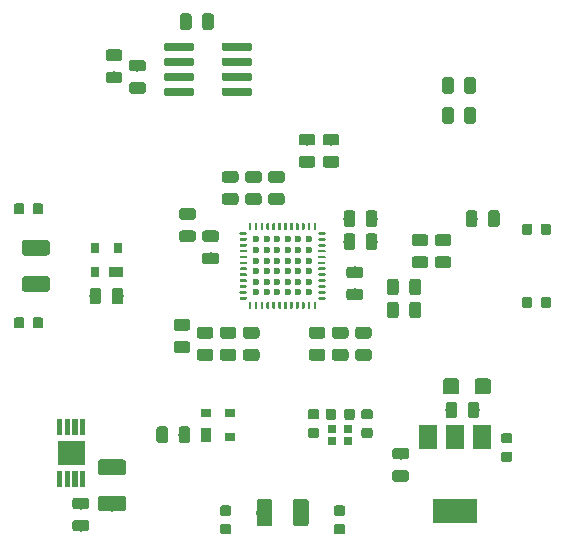
<source format=gbr>
G04 #@! TF.GenerationSoftware,KiCad,Pcbnew,(5.1.4-0-10_14)*
G04 #@! TF.CreationDate,2020-12-07T20:11:59-03:00*
G04 #@! TF.ProjectId,hub_usb_sd,6875625f-7573-4625-9f73-642e6b696361,1.0*
G04 #@! TF.SameCoordinates,Original*
G04 #@! TF.FileFunction,Paste,Bot*
G04 #@! TF.FilePolarity,Positive*
%FSLAX46Y46*%
G04 Gerber Fmt 4.6, Leading zero omitted, Abs format (unit mm)*
G04 Created by KiCad (PCBNEW (5.1.4-0-10_14)) date 2020-12-07 20:11:59*
%MOMM*%
%LPD*%
G04 APERTURE LIST*
%ADD10C,0.600000*%
%ADD11C,0.100000*%
%ADD12C,0.230000*%
%ADD13C,1.325000*%
%ADD14C,0.450000*%
%ADD15C,2.000000*%
%ADD16R,3.800000X2.000000*%
%ADD17R,1.500000X2.000000*%
%ADD18C,0.975000*%
%ADD19C,0.700001*%
%ADD20C,0.875000*%
%ADD21C,1.350000*%
%ADD22R,0.750000X0.700000*%
%ADD23R,0.900000X1.200000*%
%ADD24R,0.900000X0.800000*%
%ADD25R,1.200000X0.900000*%
%ADD26R,0.800000X0.900000*%
G04 APERTURE END LIST*
D10*
X147250000Y-92750000D03*
X146350000Y-92750000D03*
X145450000Y-92750000D03*
X144550000Y-92750000D03*
X143650000Y-92750000D03*
X142750000Y-92750000D03*
X147250000Y-93650000D03*
X146350000Y-93650000D03*
X145450000Y-93650000D03*
X144550000Y-93650000D03*
X143650000Y-93650000D03*
X142750000Y-93650000D03*
X147250000Y-94550000D03*
X146350000Y-94550000D03*
X145450000Y-94550000D03*
X144550000Y-94550000D03*
X143650000Y-94550000D03*
X142750000Y-94550000D03*
X147250000Y-95450000D03*
X146350000Y-95450000D03*
X145450000Y-95450000D03*
X144550000Y-95450000D03*
X143650000Y-95450000D03*
X142750000Y-95450000D03*
X147250000Y-96350000D03*
X146350000Y-96350000D03*
X145450000Y-96350000D03*
X144550000Y-96350000D03*
X143650000Y-96350000D03*
X142750000Y-96350000D03*
X147250000Y-97250000D03*
X146350000Y-97250000D03*
X145450000Y-97250000D03*
X144550000Y-97250000D03*
X143650000Y-97250000D03*
X142750000Y-97250000D03*
D11*
G36*
X142261273Y-98025554D02*
G01*
X142272436Y-98027210D01*
X142283384Y-98029952D01*
X142294010Y-98033754D01*
X142304212Y-98038579D01*
X142313892Y-98044381D01*
X142322956Y-98051104D01*
X142331318Y-98058683D01*
X142338897Y-98067045D01*
X142345620Y-98076109D01*
X142351422Y-98085789D01*
X142356247Y-98095991D01*
X142360049Y-98106617D01*
X142362791Y-98117565D01*
X142364447Y-98128728D01*
X142365001Y-98140000D01*
X142365001Y-98530000D01*
X142364447Y-98541272D01*
X142362791Y-98552435D01*
X142360049Y-98563383D01*
X142356247Y-98574009D01*
X142351422Y-98584211D01*
X142345620Y-98593891D01*
X142338897Y-98602955D01*
X142331318Y-98611317D01*
X142322956Y-98618896D01*
X142313892Y-98625619D01*
X142304212Y-98631421D01*
X142294010Y-98636246D01*
X142283384Y-98640048D01*
X142272436Y-98642790D01*
X142261273Y-98644446D01*
X142250001Y-98645000D01*
X142249999Y-98645000D01*
X142238727Y-98644446D01*
X142227564Y-98642790D01*
X142216616Y-98640048D01*
X142205990Y-98636246D01*
X142195788Y-98631421D01*
X142186108Y-98625619D01*
X142177044Y-98618896D01*
X142168682Y-98611317D01*
X142161103Y-98602955D01*
X142154380Y-98593891D01*
X142148578Y-98584211D01*
X142143753Y-98574009D01*
X142139951Y-98563383D01*
X142137209Y-98552435D01*
X142135553Y-98541272D01*
X142134999Y-98530000D01*
X142134999Y-98140000D01*
X142135553Y-98128728D01*
X142137209Y-98117565D01*
X142139951Y-98106617D01*
X142143753Y-98095991D01*
X142148578Y-98085789D01*
X142154380Y-98076109D01*
X142161103Y-98067045D01*
X142168682Y-98058683D01*
X142177044Y-98051104D01*
X142186108Y-98044381D01*
X142195788Y-98038579D01*
X142205990Y-98033754D01*
X142216616Y-98029952D01*
X142227564Y-98027210D01*
X142238727Y-98025554D01*
X142249999Y-98025000D01*
X142250001Y-98025000D01*
X142261273Y-98025554D01*
X142261273Y-98025554D01*
G37*
D12*
X142250000Y-98335000D03*
D11*
G36*
X142761273Y-98025554D02*
G01*
X142772436Y-98027210D01*
X142783384Y-98029952D01*
X142794010Y-98033754D01*
X142804212Y-98038579D01*
X142813892Y-98044381D01*
X142822956Y-98051104D01*
X142831318Y-98058683D01*
X142838897Y-98067045D01*
X142845620Y-98076109D01*
X142851422Y-98085789D01*
X142856247Y-98095991D01*
X142860049Y-98106617D01*
X142862791Y-98117565D01*
X142864447Y-98128728D01*
X142865001Y-98140000D01*
X142865001Y-98530000D01*
X142864447Y-98541272D01*
X142862791Y-98552435D01*
X142860049Y-98563383D01*
X142856247Y-98574009D01*
X142851422Y-98584211D01*
X142845620Y-98593891D01*
X142838897Y-98602955D01*
X142831318Y-98611317D01*
X142822956Y-98618896D01*
X142813892Y-98625619D01*
X142804212Y-98631421D01*
X142794010Y-98636246D01*
X142783384Y-98640048D01*
X142772436Y-98642790D01*
X142761273Y-98644446D01*
X142750001Y-98645000D01*
X142749999Y-98645000D01*
X142738727Y-98644446D01*
X142727564Y-98642790D01*
X142716616Y-98640048D01*
X142705990Y-98636246D01*
X142695788Y-98631421D01*
X142686108Y-98625619D01*
X142677044Y-98618896D01*
X142668682Y-98611317D01*
X142661103Y-98602955D01*
X142654380Y-98593891D01*
X142648578Y-98584211D01*
X142643753Y-98574009D01*
X142639951Y-98563383D01*
X142637209Y-98552435D01*
X142635553Y-98541272D01*
X142634999Y-98530000D01*
X142634999Y-98140000D01*
X142635553Y-98128728D01*
X142637209Y-98117565D01*
X142639951Y-98106617D01*
X142643753Y-98095991D01*
X142648578Y-98085789D01*
X142654380Y-98076109D01*
X142661103Y-98067045D01*
X142668682Y-98058683D01*
X142677044Y-98051104D01*
X142686108Y-98044381D01*
X142695788Y-98038579D01*
X142705990Y-98033754D01*
X142716616Y-98029952D01*
X142727564Y-98027210D01*
X142738727Y-98025554D01*
X142749999Y-98025000D01*
X142750001Y-98025000D01*
X142761273Y-98025554D01*
X142761273Y-98025554D01*
G37*
D12*
X142750000Y-98335000D03*
D11*
G36*
X143261273Y-98025554D02*
G01*
X143272436Y-98027210D01*
X143283384Y-98029952D01*
X143294010Y-98033754D01*
X143304212Y-98038579D01*
X143313892Y-98044381D01*
X143322956Y-98051104D01*
X143331318Y-98058683D01*
X143338897Y-98067045D01*
X143345620Y-98076109D01*
X143351422Y-98085789D01*
X143356247Y-98095991D01*
X143360049Y-98106617D01*
X143362791Y-98117565D01*
X143364447Y-98128728D01*
X143365001Y-98140000D01*
X143365001Y-98530000D01*
X143364447Y-98541272D01*
X143362791Y-98552435D01*
X143360049Y-98563383D01*
X143356247Y-98574009D01*
X143351422Y-98584211D01*
X143345620Y-98593891D01*
X143338897Y-98602955D01*
X143331318Y-98611317D01*
X143322956Y-98618896D01*
X143313892Y-98625619D01*
X143304212Y-98631421D01*
X143294010Y-98636246D01*
X143283384Y-98640048D01*
X143272436Y-98642790D01*
X143261273Y-98644446D01*
X143250001Y-98645000D01*
X143249999Y-98645000D01*
X143238727Y-98644446D01*
X143227564Y-98642790D01*
X143216616Y-98640048D01*
X143205990Y-98636246D01*
X143195788Y-98631421D01*
X143186108Y-98625619D01*
X143177044Y-98618896D01*
X143168682Y-98611317D01*
X143161103Y-98602955D01*
X143154380Y-98593891D01*
X143148578Y-98584211D01*
X143143753Y-98574009D01*
X143139951Y-98563383D01*
X143137209Y-98552435D01*
X143135553Y-98541272D01*
X143134999Y-98530000D01*
X143134999Y-98140000D01*
X143135553Y-98128728D01*
X143137209Y-98117565D01*
X143139951Y-98106617D01*
X143143753Y-98095991D01*
X143148578Y-98085789D01*
X143154380Y-98076109D01*
X143161103Y-98067045D01*
X143168682Y-98058683D01*
X143177044Y-98051104D01*
X143186108Y-98044381D01*
X143195788Y-98038579D01*
X143205990Y-98033754D01*
X143216616Y-98029952D01*
X143227564Y-98027210D01*
X143238727Y-98025554D01*
X143249999Y-98025000D01*
X143250001Y-98025000D01*
X143261273Y-98025554D01*
X143261273Y-98025554D01*
G37*
D12*
X143250000Y-98335000D03*
D11*
G36*
X143761273Y-98025554D02*
G01*
X143772436Y-98027210D01*
X143783384Y-98029952D01*
X143794010Y-98033754D01*
X143804212Y-98038579D01*
X143813892Y-98044381D01*
X143822956Y-98051104D01*
X143831318Y-98058683D01*
X143838897Y-98067045D01*
X143845620Y-98076109D01*
X143851422Y-98085789D01*
X143856247Y-98095991D01*
X143860049Y-98106617D01*
X143862791Y-98117565D01*
X143864447Y-98128728D01*
X143865001Y-98140000D01*
X143865001Y-98530000D01*
X143864447Y-98541272D01*
X143862791Y-98552435D01*
X143860049Y-98563383D01*
X143856247Y-98574009D01*
X143851422Y-98584211D01*
X143845620Y-98593891D01*
X143838897Y-98602955D01*
X143831318Y-98611317D01*
X143822956Y-98618896D01*
X143813892Y-98625619D01*
X143804212Y-98631421D01*
X143794010Y-98636246D01*
X143783384Y-98640048D01*
X143772436Y-98642790D01*
X143761273Y-98644446D01*
X143750001Y-98645000D01*
X143749999Y-98645000D01*
X143738727Y-98644446D01*
X143727564Y-98642790D01*
X143716616Y-98640048D01*
X143705990Y-98636246D01*
X143695788Y-98631421D01*
X143686108Y-98625619D01*
X143677044Y-98618896D01*
X143668682Y-98611317D01*
X143661103Y-98602955D01*
X143654380Y-98593891D01*
X143648578Y-98584211D01*
X143643753Y-98574009D01*
X143639951Y-98563383D01*
X143637209Y-98552435D01*
X143635553Y-98541272D01*
X143634999Y-98530000D01*
X143634999Y-98140000D01*
X143635553Y-98128728D01*
X143637209Y-98117565D01*
X143639951Y-98106617D01*
X143643753Y-98095991D01*
X143648578Y-98085789D01*
X143654380Y-98076109D01*
X143661103Y-98067045D01*
X143668682Y-98058683D01*
X143677044Y-98051104D01*
X143686108Y-98044381D01*
X143695788Y-98038579D01*
X143705990Y-98033754D01*
X143716616Y-98029952D01*
X143727564Y-98027210D01*
X143738727Y-98025554D01*
X143749999Y-98025000D01*
X143750001Y-98025000D01*
X143761273Y-98025554D01*
X143761273Y-98025554D01*
G37*
D12*
X143750000Y-98335000D03*
D11*
G36*
X144261273Y-98025554D02*
G01*
X144272436Y-98027210D01*
X144283384Y-98029952D01*
X144294010Y-98033754D01*
X144304212Y-98038579D01*
X144313892Y-98044381D01*
X144322956Y-98051104D01*
X144331318Y-98058683D01*
X144338897Y-98067045D01*
X144345620Y-98076109D01*
X144351422Y-98085789D01*
X144356247Y-98095991D01*
X144360049Y-98106617D01*
X144362791Y-98117565D01*
X144364447Y-98128728D01*
X144365001Y-98140000D01*
X144365001Y-98530000D01*
X144364447Y-98541272D01*
X144362791Y-98552435D01*
X144360049Y-98563383D01*
X144356247Y-98574009D01*
X144351422Y-98584211D01*
X144345620Y-98593891D01*
X144338897Y-98602955D01*
X144331318Y-98611317D01*
X144322956Y-98618896D01*
X144313892Y-98625619D01*
X144304212Y-98631421D01*
X144294010Y-98636246D01*
X144283384Y-98640048D01*
X144272436Y-98642790D01*
X144261273Y-98644446D01*
X144250001Y-98645000D01*
X144249999Y-98645000D01*
X144238727Y-98644446D01*
X144227564Y-98642790D01*
X144216616Y-98640048D01*
X144205990Y-98636246D01*
X144195788Y-98631421D01*
X144186108Y-98625619D01*
X144177044Y-98618896D01*
X144168682Y-98611317D01*
X144161103Y-98602955D01*
X144154380Y-98593891D01*
X144148578Y-98584211D01*
X144143753Y-98574009D01*
X144139951Y-98563383D01*
X144137209Y-98552435D01*
X144135553Y-98541272D01*
X144134999Y-98530000D01*
X144134999Y-98140000D01*
X144135553Y-98128728D01*
X144137209Y-98117565D01*
X144139951Y-98106617D01*
X144143753Y-98095991D01*
X144148578Y-98085789D01*
X144154380Y-98076109D01*
X144161103Y-98067045D01*
X144168682Y-98058683D01*
X144177044Y-98051104D01*
X144186108Y-98044381D01*
X144195788Y-98038579D01*
X144205990Y-98033754D01*
X144216616Y-98029952D01*
X144227564Y-98027210D01*
X144238727Y-98025554D01*
X144249999Y-98025000D01*
X144250001Y-98025000D01*
X144261273Y-98025554D01*
X144261273Y-98025554D01*
G37*
D12*
X144250000Y-98335000D03*
D11*
G36*
X144761273Y-98025554D02*
G01*
X144772436Y-98027210D01*
X144783384Y-98029952D01*
X144794010Y-98033754D01*
X144804212Y-98038579D01*
X144813892Y-98044381D01*
X144822956Y-98051104D01*
X144831318Y-98058683D01*
X144838897Y-98067045D01*
X144845620Y-98076109D01*
X144851422Y-98085789D01*
X144856247Y-98095991D01*
X144860049Y-98106617D01*
X144862791Y-98117565D01*
X144864447Y-98128728D01*
X144865001Y-98140000D01*
X144865001Y-98530000D01*
X144864447Y-98541272D01*
X144862791Y-98552435D01*
X144860049Y-98563383D01*
X144856247Y-98574009D01*
X144851422Y-98584211D01*
X144845620Y-98593891D01*
X144838897Y-98602955D01*
X144831318Y-98611317D01*
X144822956Y-98618896D01*
X144813892Y-98625619D01*
X144804212Y-98631421D01*
X144794010Y-98636246D01*
X144783384Y-98640048D01*
X144772436Y-98642790D01*
X144761273Y-98644446D01*
X144750001Y-98645000D01*
X144749999Y-98645000D01*
X144738727Y-98644446D01*
X144727564Y-98642790D01*
X144716616Y-98640048D01*
X144705990Y-98636246D01*
X144695788Y-98631421D01*
X144686108Y-98625619D01*
X144677044Y-98618896D01*
X144668682Y-98611317D01*
X144661103Y-98602955D01*
X144654380Y-98593891D01*
X144648578Y-98584211D01*
X144643753Y-98574009D01*
X144639951Y-98563383D01*
X144637209Y-98552435D01*
X144635553Y-98541272D01*
X144634999Y-98530000D01*
X144634999Y-98140000D01*
X144635553Y-98128728D01*
X144637209Y-98117565D01*
X144639951Y-98106617D01*
X144643753Y-98095991D01*
X144648578Y-98085789D01*
X144654380Y-98076109D01*
X144661103Y-98067045D01*
X144668682Y-98058683D01*
X144677044Y-98051104D01*
X144686108Y-98044381D01*
X144695788Y-98038579D01*
X144705990Y-98033754D01*
X144716616Y-98029952D01*
X144727564Y-98027210D01*
X144738727Y-98025554D01*
X144749999Y-98025000D01*
X144750001Y-98025000D01*
X144761273Y-98025554D01*
X144761273Y-98025554D01*
G37*
D12*
X144750000Y-98335000D03*
D11*
G36*
X145261273Y-98025554D02*
G01*
X145272436Y-98027210D01*
X145283384Y-98029952D01*
X145294010Y-98033754D01*
X145304212Y-98038579D01*
X145313892Y-98044381D01*
X145322956Y-98051104D01*
X145331318Y-98058683D01*
X145338897Y-98067045D01*
X145345620Y-98076109D01*
X145351422Y-98085789D01*
X145356247Y-98095991D01*
X145360049Y-98106617D01*
X145362791Y-98117565D01*
X145364447Y-98128728D01*
X145365001Y-98140000D01*
X145365001Y-98530000D01*
X145364447Y-98541272D01*
X145362791Y-98552435D01*
X145360049Y-98563383D01*
X145356247Y-98574009D01*
X145351422Y-98584211D01*
X145345620Y-98593891D01*
X145338897Y-98602955D01*
X145331318Y-98611317D01*
X145322956Y-98618896D01*
X145313892Y-98625619D01*
X145304212Y-98631421D01*
X145294010Y-98636246D01*
X145283384Y-98640048D01*
X145272436Y-98642790D01*
X145261273Y-98644446D01*
X145250001Y-98645000D01*
X145249999Y-98645000D01*
X145238727Y-98644446D01*
X145227564Y-98642790D01*
X145216616Y-98640048D01*
X145205990Y-98636246D01*
X145195788Y-98631421D01*
X145186108Y-98625619D01*
X145177044Y-98618896D01*
X145168682Y-98611317D01*
X145161103Y-98602955D01*
X145154380Y-98593891D01*
X145148578Y-98584211D01*
X145143753Y-98574009D01*
X145139951Y-98563383D01*
X145137209Y-98552435D01*
X145135553Y-98541272D01*
X145134999Y-98530000D01*
X145134999Y-98140000D01*
X145135553Y-98128728D01*
X145137209Y-98117565D01*
X145139951Y-98106617D01*
X145143753Y-98095991D01*
X145148578Y-98085789D01*
X145154380Y-98076109D01*
X145161103Y-98067045D01*
X145168682Y-98058683D01*
X145177044Y-98051104D01*
X145186108Y-98044381D01*
X145195788Y-98038579D01*
X145205990Y-98033754D01*
X145216616Y-98029952D01*
X145227564Y-98027210D01*
X145238727Y-98025554D01*
X145249999Y-98025000D01*
X145250001Y-98025000D01*
X145261273Y-98025554D01*
X145261273Y-98025554D01*
G37*
D12*
X145250000Y-98335000D03*
D11*
G36*
X145761273Y-98025554D02*
G01*
X145772436Y-98027210D01*
X145783384Y-98029952D01*
X145794010Y-98033754D01*
X145804212Y-98038579D01*
X145813892Y-98044381D01*
X145822956Y-98051104D01*
X145831318Y-98058683D01*
X145838897Y-98067045D01*
X145845620Y-98076109D01*
X145851422Y-98085789D01*
X145856247Y-98095991D01*
X145860049Y-98106617D01*
X145862791Y-98117565D01*
X145864447Y-98128728D01*
X145865001Y-98140000D01*
X145865001Y-98530000D01*
X145864447Y-98541272D01*
X145862791Y-98552435D01*
X145860049Y-98563383D01*
X145856247Y-98574009D01*
X145851422Y-98584211D01*
X145845620Y-98593891D01*
X145838897Y-98602955D01*
X145831318Y-98611317D01*
X145822956Y-98618896D01*
X145813892Y-98625619D01*
X145804212Y-98631421D01*
X145794010Y-98636246D01*
X145783384Y-98640048D01*
X145772436Y-98642790D01*
X145761273Y-98644446D01*
X145750001Y-98645000D01*
X145749999Y-98645000D01*
X145738727Y-98644446D01*
X145727564Y-98642790D01*
X145716616Y-98640048D01*
X145705990Y-98636246D01*
X145695788Y-98631421D01*
X145686108Y-98625619D01*
X145677044Y-98618896D01*
X145668682Y-98611317D01*
X145661103Y-98602955D01*
X145654380Y-98593891D01*
X145648578Y-98584211D01*
X145643753Y-98574009D01*
X145639951Y-98563383D01*
X145637209Y-98552435D01*
X145635553Y-98541272D01*
X145634999Y-98530000D01*
X145634999Y-98140000D01*
X145635553Y-98128728D01*
X145637209Y-98117565D01*
X145639951Y-98106617D01*
X145643753Y-98095991D01*
X145648578Y-98085789D01*
X145654380Y-98076109D01*
X145661103Y-98067045D01*
X145668682Y-98058683D01*
X145677044Y-98051104D01*
X145686108Y-98044381D01*
X145695788Y-98038579D01*
X145705990Y-98033754D01*
X145716616Y-98029952D01*
X145727564Y-98027210D01*
X145738727Y-98025554D01*
X145749999Y-98025000D01*
X145750001Y-98025000D01*
X145761273Y-98025554D01*
X145761273Y-98025554D01*
G37*
D12*
X145750000Y-98335000D03*
D11*
G36*
X146261273Y-98025554D02*
G01*
X146272436Y-98027210D01*
X146283384Y-98029952D01*
X146294010Y-98033754D01*
X146304212Y-98038579D01*
X146313892Y-98044381D01*
X146322956Y-98051104D01*
X146331318Y-98058683D01*
X146338897Y-98067045D01*
X146345620Y-98076109D01*
X146351422Y-98085789D01*
X146356247Y-98095991D01*
X146360049Y-98106617D01*
X146362791Y-98117565D01*
X146364447Y-98128728D01*
X146365001Y-98140000D01*
X146365001Y-98530000D01*
X146364447Y-98541272D01*
X146362791Y-98552435D01*
X146360049Y-98563383D01*
X146356247Y-98574009D01*
X146351422Y-98584211D01*
X146345620Y-98593891D01*
X146338897Y-98602955D01*
X146331318Y-98611317D01*
X146322956Y-98618896D01*
X146313892Y-98625619D01*
X146304212Y-98631421D01*
X146294010Y-98636246D01*
X146283384Y-98640048D01*
X146272436Y-98642790D01*
X146261273Y-98644446D01*
X146250001Y-98645000D01*
X146249999Y-98645000D01*
X146238727Y-98644446D01*
X146227564Y-98642790D01*
X146216616Y-98640048D01*
X146205990Y-98636246D01*
X146195788Y-98631421D01*
X146186108Y-98625619D01*
X146177044Y-98618896D01*
X146168682Y-98611317D01*
X146161103Y-98602955D01*
X146154380Y-98593891D01*
X146148578Y-98584211D01*
X146143753Y-98574009D01*
X146139951Y-98563383D01*
X146137209Y-98552435D01*
X146135553Y-98541272D01*
X146134999Y-98530000D01*
X146134999Y-98140000D01*
X146135553Y-98128728D01*
X146137209Y-98117565D01*
X146139951Y-98106617D01*
X146143753Y-98095991D01*
X146148578Y-98085789D01*
X146154380Y-98076109D01*
X146161103Y-98067045D01*
X146168682Y-98058683D01*
X146177044Y-98051104D01*
X146186108Y-98044381D01*
X146195788Y-98038579D01*
X146205990Y-98033754D01*
X146216616Y-98029952D01*
X146227564Y-98027210D01*
X146238727Y-98025554D01*
X146249999Y-98025000D01*
X146250001Y-98025000D01*
X146261273Y-98025554D01*
X146261273Y-98025554D01*
G37*
D12*
X146250000Y-98335000D03*
D11*
G36*
X146761273Y-98025554D02*
G01*
X146772436Y-98027210D01*
X146783384Y-98029952D01*
X146794010Y-98033754D01*
X146804212Y-98038579D01*
X146813892Y-98044381D01*
X146822956Y-98051104D01*
X146831318Y-98058683D01*
X146838897Y-98067045D01*
X146845620Y-98076109D01*
X146851422Y-98085789D01*
X146856247Y-98095991D01*
X146860049Y-98106617D01*
X146862791Y-98117565D01*
X146864447Y-98128728D01*
X146865001Y-98140000D01*
X146865001Y-98530000D01*
X146864447Y-98541272D01*
X146862791Y-98552435D01*
X146860049Y-98563383D01*
X146856247Y-98574009D01*
X146851422Y-98584211D01*
X146845620Y-98593891D01*
X146838897Y-98602955D01*
X146831318Y-98611317D01*
X146822956Y-98618896D01*
X146813892Y-98625619D01*
X146804212Y-98631421D01*
X146794010Y-98636246D01*
X146783384Y-98640048D01*
X146772436Y-98642790D01*
X146761273Y-98644446D01*
X146750001Y-98645000D01*
X146749999Y-98645000D01*
X146738727Y-98644446D01*
X146727564Y-98642790D01*
X146716616Y-98640048D01*
X146705990Y-98636246D01*
X146695788Y-98631421D01*
X146686108Y-98625619D01*
X146677044Y-98618896D01*
X146668682Y-98611317D01*
X146661103Y-98602955D01*
X146654380Y-98593891D01*
X146648578Y-98584211D01*
X146643753Y-98574009D01*
X146639951Y-98563383D01*
X146637209Y-98552435D01*
X146635553Y-98541272D01*
X146634999Y-98530000D01*
X146634999Y-98140000D01*
X146635553Y-98128728D01*
X146637209Y-98117565D01*
X146639951Y-98106617D01*
X146643753Y-98095991D01*
X146648578Y-98085789D01*
X146654380Y-98076109D01*
X146661103Y-98067045D01*
X146668682Y-98058683D01*
X146677044Y-98051104D01*
X146686108Y-98044381D01*
X146695788Y-98038579D01*
X146705990Y-98033754D01*
X146716616Y-98029952D01*
X146727564Y-98027210D01*
X146738727Y-98025554D01*
X146749999Y-98025000D01*
X146750001Y-98025000D01*
X146761273Y-98025554D01*
X146761273Y-98025554D01*
G37*
D12*
X146750000Y-98335000D03*
D11*
G36*
X147261273Y-98025554D02*
G01*
X147272436Y-98027210D01*
X147283384Y-98029952D01*
X147294010Y-98033754D01*
X147304212Y-98038579D01*
X147313892Y-98044381D01*
X147322956Y-98051104D01*
X147331318Y-98058683D01*
X147338897Y-98067045D01*
X147345620Y-98076109D01*
X147351422Y-98085789D01*
X147356247Y-98095991D01*
X147360049Y-98106617D01*
X147362791Y-98117565D01*
X147364447Y-98128728D01*
X147365001Y-98140000D01*
X147365001Y-98530000D01*
X147364447Y-98541272D01*
X147362791Y-98552435D01*
X147360049Y-98563383D01*
X147356247Y-98574009D01*
X147351422Y-98584211D01*
X147345620Y-98593891D01*
X147338897Y-98602955D01*
X147331318Y-98611317D01*
X147322956Y-98618896D01*
X147313892Y-98625619D01*
X147304212Y-98631421D01*
X147294010Y-98636246D01*
X147283384Y-98640048D01*
X147272436Y-98642790D01*
X147261273Y-98644446D01*
X147250001Y-98645000D01*
X147249999Y-98645000D01*
X147238727Y-98644446D01*
X147227564Y-98642790D01*
X147216616Y-98640048D01*
X147205990Y-98636246D01*
X147195788Y-98631421D01*
X147186108Y-98625619D01*
X147177044Y-98618896D01*
X147168682Y-98611317D01*
X147161103Y-98602955D01*
X147154380Y-98593891D01*
X147148578Y-98584211D01*
X147143753Y-98574009D01*
X147139951Y-98563383D01*
X147137209Y-98552435D01*
X147135553Y-98541272D01*
X147134999Y-98530000D01*
X147134999Y-98140000D01*
X147135553Y-98128728D01*
X147137209Y-98117565D01*
X147139951Y-98106617D01*
X147143753Y-98095991D01*
X147148578Y-98085789D01*
X147154380Y-98076109D01*
X147161103Y-98067045D01*
X147168682Y-98058683D01*
X147177044Y-98051104D01*
X147186108Y-98044381D01*
X147195788Y-98038579D01*
X147205990Y-98033754D01*
X147216616Y-98029952D01*
X147227564Y-98027210D01*
X147238727Y-98025554D01*
X147249999Y-98025000D01*
X147250001Y-98025000D01*
X147261273Y-98025554D01*
X147261273Y-98025554D01*
G37*
D12*
X147250000Y-98335000D03*
D11*
G36*
X147761273Y-98025554D02*
G01*
X147772436Y-98027210D01*
X147783384Y-98029952D01*
X147794010Y-98033754D01*
X147804212Y-98038579D01*
X147813892Y-98044381D01*
X147822956Y-98051104D01*
X147831318Y-98058683D01*
X147838897Y-98067045D01*
X147845620Y-98076109D01*
X147851422Y-98085789D01*
X147856247Y-98095991D01*
X147860049Y-98106617D01*
X147862791Y-98117565D01*
X147864447Y-98128728D01*
X147865001Y-98140000D01*
X147865001Y-98530000D01*
X147864447Y-98541272D01*
X147862791Y-98552435D01*
X147860049Y-98563383D01*
X147856247Y-98574009D01*
X147851422Y-98584211D01*
X147845620Y-98593891D01*
X147838897Y-98602955D01*
X147831318Y-98611317D01*
X147822956Y-98618896D01*
X147813892Y-98625619D01*
X147804212Y-98631421D01*
X147794010Y-98636246D01*
X147783384Y-98640048D01*
X147772436Y-98642790D01*
X147761273Y-98644446D01*
X147750001Y-98645000D01*
X147749999Y-98645000D01*
X147738727Y-98644446D01*
X147727564Y-98642790D01*
X147716616Y-98640048D01*
X147705990Y-98636246D01*
X147695788Y-98631421D01*
X147686108Y-98625619D01*
X147677044Y-98618896D01*
X147668682Y-98611317D01*
X147661103Y-98602955D01*
X147654380Y-98593891D01*
X147648578Y-98584211D01*
X147643753Y-98574009D01*
X147639951Y-98563383D01*
X147637209Y-98552435D01*
X147635553Y-98541272D01*
X147634999Y-98530000D01*
X147634999Y-98140000D01*
X147635553Y-98128728D01*
X147637209Y-98117565D01*
X147639951Y-98106617D01*
X147643753Y-98095991D01*
X147648578Y-98085789D01*
X147654380Y-98076109D01*
X147661103Y-98067045D01*
X147668682Y-98058683D01*
X147677044Y-98051104D01*
X147686108Y-98044381D01*
X147695788Y-98038579D01*
X147705990Y-98033754D01*
X147716616Y-98029952D01*
X147727564Y-98027210D01*
X147738727Y-98025554D01*
X147749999Y-98025000D01*
X147750001Y-98025000D01*
X147761273Y-98025554D01*
X147761273Y-98025554D01*
G37*
D12*
X147750000Y-98335000D03*
D11*
G36*
X147761273Y-91355554D02*
G01*
X147772436Y-91357210D01*
X147783384Y-91359952D01*
X147794010Y-91363754D01*
X147804212Y-91368579D01*
X147813892Y-91374381D01*
X147822956Y-91381104D01*
X147831318Y-91388683D01*
X147838897Y-91397045D01*
X147845620Y-91406109D01*
X147851422Y-91415789D01*
X147856247Y-91425991D01*
X147860049Y-91436617D01*
X147862791Y-91447565D01*
X147864447Y-91458728D01*
X147865001Y-91470000D01*
X147865001Y-91860000D01*
X147864447Y-91871272D01*
X147862791Y-91882435D01*
X147860049Y-91893383D01*
X147856247Y-91904009D01*
X147851422Y-91914211D01*
X147845620Y-91923891D01*
X147838897Y-91932955D01*
X147831318Y-91941317D01*
X147822956Y-91948896D01*
X147813892Y-91955619D01*
X147804212Y-91961421D01*
X147794010Y-91966246D01*
X147783384Y-91970048D01*
X147772436Y-91972790D01*
X147761273Y-91974446D01*
X147750001Y-91975000D01*
X147749999Y-91975000D01*
X147738727Y-91974446D01*
X147727564Y-91972790D01*
X147716616Y-91970048D01*
X147705990Y-91966246D01*
X147695788Y-91961421D01*
X147686108Y-91955619D01*
X147677044Y-91948896D01*
X147668682Y-91941317D01*
X147661103Y-91932955D01*
X147654380Y-91923891D01*
X147648578Y-91914211D01*
X147643753Y-91904009D01*
X147639951Y-91893383D01*
X147637209Y-91882435D01*
X147635553Y-91871272D01*
X147634999Y-91860000D01*
X147634999Y-91470000D01*
X147635553Y-91458728D01*
X147637209Y-91447565D01*
X147639951Y-91436617D01*
X147643753Y-91425991D01*
X147648578Y-91415789D01*
X147654380Y-91406109D01*
X147661103Y-91397045D01*
X147668682Y-91388683D01*
X147677044Y-91381104D01*
X147686108Y-91374381D01*
X147695788Y-91368579D01*
X147705990Y-91363754D01*
X147716616Y-91359952D01*
X147727564Y-91357210D01*
X147738727Y-91355554D01*
X147749999Y-91355000D01*
X147750001Y-91355000D01*
X147761273Y-91355554D01*
X147761273Y-91355554D01*
G37*
D12*
X147750000Y-91665000D03*
D11*
G36*
X147261273Y-91355554D02*
G01*
X147272436Y-91357210D01*
X147283384Y-91359952D01*
X147294010Y-91363754D01*
X147304212Y-91368579D01*
X147313892Y-91374381D01*
X147322956Y-91381104D01*
X147331318Y-91388683D01*
X147338897Y-91397045D01*
X147345620Y-91406109D01*
X147351422Y-91415789D01*
X147356247Y-91425991D01*
X147360049Y-91436617D01*
X147362791Y-91447565D01*
X147364447Y-91458728D01*
X147365001Y-91470000D01*
X147365001Y-91860000D01*
X147364447Y-91871272D01*
X147362791Y-91882435D01*
X147360049Y-91893383D01*
X147356247Y-91904009D01*
X147351422Y-91914211D01*
X147345620Y-91923891D01*
X147338897Y-91932955D01*
X147331318Y-91941317D01*
X147322956Y-91948896D01*
X147313892Y-91955619D01*
X147304212Y-91961421D01*
X147294010Y-91966246D01*
X147283384Y-91970048D01*
X147272436Y-91972790D01*
X147261273Y-91974446D01*
X147250001Y-91975000D01*
X147249999Y-91975000D01*
X147238727Y-91974446D01*
X147227564Y-91972790D01*
X147216616Y-91970048D01*
X147205990Y-91966246D01*
X147195788Y-91961421D01*
X147186108Y-91955619D01*
X147177044Y-91948896D01*
X147168682Y-91941317D01*
X147161103Y-91932955D01*
X147154380Y-91923891D01*
X147148578Y-91914211D01*
X147143753Y-91904009D01*
X147139951Y-91893383D01*
X147137209Y-91882435D01*
X147135553Y-91871272D01*
X147134999Y-91860000D01*
X147134999Y-91470000D01*
X147135553Y-91458728D01*
X147137209Y-91447565D01*
X147139951Y-91436617D01*
X147143753Y-91425991D01*
X147148578Y-91415789D01*
X147154380Y-91406109D01*
X147161103Y-91397045D01*
X147168682Y-91388683D01*
X147177044Y-91381104D01*
X147186108Y-91374381D01*
X147195788Y-91368579D01*
X147205990Y-91363754D01*
X147216616Y-91359952D01*
X147227564Y-91357210D01*
X147238727Y-91355554D01*
X147249999Y-91355000D01*
X147250001Y-91355000D01*
X147261273Y-91355554D01*
X147261273Y-91355554D01*
G37*
D12*
X147250000Y-91665000D03*
D11*
G36*
X146761273Y-91355554D02*
G01*
X146772436Y-91357210D01*
X146783384Y-91359952D01*
X146794010Y-91363754D01*
X146804212Y-91368579D01*
X146813892Y-91374381D01*
X146822956Y-91381104D01*
X146831318Y-91388683D01*
X146838897Y-91397045D01*
X146845620Y-91406109D01*
X146851422Y-91415789D01*
X146856247Y-91425991D01*
X146860049Y-91436617D01*
X146862791Y-91447565D01*
X146864447Y-91458728D01*
X146865001Y-91470000D01*
X146865001Y-91860000D01*
X146864447Y-91871272D01*
X146862791Y-91882435D01*
X146860049Y-91893383D01*
X146856247Y-91904009D01*
X146851422Y-91914211D01*
X146845620Y-91923891D01*
X146838897Y-91932955D01*
X146831318Y-91941317D01*
X146822956Y-91948896D01*
X146813892Y-91955619D01*
X146804212Y-91961421D01*
X146794010Y-91966246D01*
X146783384Y-91970048D01*
X146772436Y-91972790D01*
X146761273Y-91974446D01*
X146750001Y-91975000D01*
X146749999Y-91975000D01*
X146738727Y-91974446D01*
X146727564Y-91972790D01*
X146716616Y-91970048D01*
X146705990Y-91966246D01*
X146695788Y-91961421D01*
X146686108Y-91955619D01*
X146677044Y-91948896D01*
X146668682Y-91941317D01*
X146661103Y-91932955D01*
X146654380Y-91923891D01*
X146648578Y-91914211D01*
X146643753Y-91904009D01*
X146639951Y-91893383D01*
X146637209Y-91882435D01*
X146635553Y-91871272D01*
X146634999Y-91860000D01*
X146634999Y-91470000D01*
X146635553Y-91458728D01*
X146637209Y-91447565D01*
X146639951Y-91436617D01*
X146643753Y-91425991D01*
X146648578Y-91415789D01*
X146654380Y-91406109D01*
X146661103Y-91397045D01*
X146668682Y-91388683D01*
X146677044Y-91381104D01*
X146686108Y-91374381D01*
X146695788Y-91368579D01*
X146705990Y-91363754D01*
X146716616Y-91359952D01*
X146727564Y-91357210D01*
X146738727Y-91355554D01*
X146749999Y-91355000D01*
X146750001Y-91355000D01*
X146761273Y-91355554D01*
X146761273Y-91355554D01*
G37*
D12*
X146750000Y-91665000D03*
D11*
G36*
X146261273Y-91355554D02*
G01*
X146272436Y-91357210D01*
X146283384Y-91359952D01*
X146294010Y-91363754D01*
X146304212Y-91368579D01*
X146313892Y-91374381D01*
X146322956Y-91381104D01*
X146331318Y-91388683D01*
X146338897Y-91397045D01*
X146345620Y-91406109D01*
X146351422Y-91415789D01*
X146356247Y-91425991D01*
X146360049Y-91436617D01*
X146362791Y-91447565D01*
X146364447Y-91458728D01*
X146365001Y-91470000D01*
X146365001Y-91860000D01*
X146364447Y-91871272D01*
X146362791Y-91882435D01*
X146360049Y-91893383D01*
X146356247Y-91904009D01*
X146351422Y-91914211D01*
X146345620Y-91923891D01*
X146338897Y-91932955D01*
X146331318Y-91941317D01*
X146322956Y-91948896D01*
X146313892Y-91955619D01*
X146304212Y-91961421D01*
X146294010Y-91966246D01*
X146283384Y-91970048D01*
X146272436Y-91972790D01*
X146261273Y-91974446D01*
X146250001Y-91975000D01*
X146249999Y-91975000D01*
X146238727Y-91974446D01*
X146227564Y-91972790D01*
X146216616Y-91970048D01*
X146205990Y-91966246D01*
X146195788Y-91961421D01*
X146186108Y-91955619D01*
X146177044Y-91948896D01*
X146168682Y-91941317D01*
X146161103Y-91932955D01*
X146154380Y-91923891D01*
X146148578Y-91914211D01*
X146143753Y-91904009D01*
X146139951Y-91893383D01*
X146137209Y-91882435D01*
X146135553Y-91871272D01*
X146134999Y-91860000D01*
X146134999Y-91470000D01*
X146135553Y-91458728D01*
X146137209Y-91447565D01*
X146139951Y-91436617D01*
X146143753Y-91425991D01*
X146148578Y-91415789D01*
X146154380Y-91406109D01*
X146161103Y-91397045D01*
X146168682Y-91388683D01*
X146177044Y-91381104D01*
X146186108Y-91374381D01*
X146195788Y-91368579D01*
X146205990Y-91363754D01*
X146216616Y-91359952D01*
X146227564Y-91357210D01*
X146238727Y-91355554D01*
X146249999Y-91355000D01*
X146250001Y-91355000D01*
X146261273Y-91355554D01*
X146261273Y-91355554D01*
G37*
D12*
X146250000Y-91665000D03*
D11*
G36*
X145761273Y-91355554D02*
G01*
X145772436Y-91357210D01*
X145783384Y-91359952D01*
X145794010Y-91363754D01*
X145804212Y-91368579D01*
X145813892Y-91374381D01*
X145822956Y-91381104D01*
X145831318Y-91388683D01*
X145838897Y-91397045D01*
X145845620Y-91406109D01*
X145851422Y-91415789D01*
X145856247Y-91425991D01*
X145860049Y-91436617D01*
X145862791Y-91447565D01*
X145864447Y-91458728D01*
X145865001Y-91470000D01*
X145865001Y-91860000D01*
X145864447Y-91871272D01*
X145862791Y-91882435D01*
X145860049Y-91893383D01*
X145856247Y-91904009D01*
X145851422Y-91914211D01*
X145845620Y-91923891D01*
X145838897Y-91932955D01*
X145831318Y-91941317D01*
X145822956Y-91948896D01*
X145813892Y-91955619D01*
X145804212Y-91961421D01*
X145794010Y-91966246D01*
X145783384Y-91970048D01*
X145772436Y-91972790D01*
X145761273Y-91974446D01*
X145750001Y-91975000D01*
X145749999Y-91975000D01*
X145738727Y-91974446D01*
X145727564Y-91972790D01*
X145716616Y-91970048D01*
X145705990Y-91966246D01*
X145695788Y-91961421D01*
X145686108Y-91955619D01*
X145677044Y-91948896D01*
X145668682Y-91941317D01*
X145661103Y-91932955D01*
X145654380Y-91923891D01*
X145648578Y-91914211D01*
X145643753Y-91904009D01*
X145639951Y-91893383D01*
X145637209Y-91882435D01*
X145635553Y-91871272D01*
X145634999Y-91860000D01*
X145634999Y-91470000D01*
X145635553Y-91458728D01*
X145637209Y-91447565D01*
X145639951Y-91436617D01*
X145643753Y-91425991D01*
X145648578Y-91415789D01*
X145654380Y-91406109D01*
X145661103Y-91397045D01*
X145668682Y-91388683D01*
X145677044Y-91381104D01*
X145686108Y-91374381D01*
X145695788Y-91368579D01*
X145705990Y-91363754D01*
X145716616Y-91359952D01*
X145727564Y-91357210D01*
X145738727Y-91355554D01*
X145749999Y-91355000D01*
X145750001Y-91355000D01*
X145761273Y-91355554D01*
X145761273Y-91355554D01*
G37*
D12*
X145750000Y-91665000D03*
D11*
G36*
X145261273Y-91355554D02*
G01*
X145272436Y-91357210D01*
X145283384Y-91359952D01*
X145294010Y-91363754D01*
X145304212Y-91368579D01*
X145313892Y-91374381D01*
X145322956Y-91381104D01*
X145331318Y-91388683D01*
X145338897Y-91397045D01*
X145345620Y-91406109D01*
X145351422Y-91415789D01*
X145356247Y-91425991D01*
X145360049Y-91436617D01*
X145362791Y-91447565D01*
X145364447Y-91458728D01*
X145365001Y-91470000D01*
X145365001Y-91860000D01*
X145364447Y-91871272D01*
X145362791Y-91882435D01*
X145360049Y-91893383D01*
X145356247Y-91904009D01*
X145351422Y-91914211D01*
X145345620Y-91923891D01*
X145338897Y-91932955D01*
X145331318Y-91941317D01*
X145322956Y-91948896D01*
X145313892Y-91955619D01*
X145304212Y-91961421D01*
X145294010Y-91966246D01*
X145283384Y-91970048D01*
X145272436Y-91972790D01*
X145261273Y-91974446D01*
X145250001Y-91975000D01*
X145249999Y-91975000D01*
X145238727Y-91974446D01*
X145227564Y-91972790D01*
X145216616Y-91970048D01*
X145205990Y-91966246D01*
X145195788Y-91961421D01*
X145186108Y-91955619D01*
X145177044Y-91948896D01*
X145168682Y-91941317D01*
X145161103Y-91932955D01*
X145154380Y-91923891D01*
X145148578Y-91914211D01*
X145143753Y-91904009D01*
X145139951Y-91893383D01*
X145137209Y-91882435D01*
X145135553Y-91871272D01*
X145134999Y-91860000D01*
X145134999Y-91470000D01*
X145135553Y-91458728D01*
X145137209Y-91447565D01*
X145139951Y-91436617D01*
X145143753Y-91425991D01*
X145148578Y-91415789D01*
X145154380Y-91406109D01*
X145161103Y-91397045D01*
X145168682Y-91388683D01*
X145177044Y-91381104D01*
X145186108Y-91374381D01*
X145195788Y-91368579D01*
X145205990Y-91363754D01*
X145216616Y-91359952D01*
X145227564Y-91357210D01*
X145238727Y-91355554D01*
X145249999Y-91355000D01*
X145250001Y-91355000D01*
X145261273Y-91355554D01*
X145261273Y-91355554D01*
G37*
D12*
X145250000Y-91665000D03*
D11*
G36*
X144761273Y-91355554D02*
G01*
X144772436Y-91357210D01*
X144783384Y-91359952D01*
X144794010Y-91363754D01*
X144804212Y-91368579D01*
X144813892Y-91374381D01*
X144822956Y-91381104D01*
X144831318Y-91388683D01*
X144838897Y-91397045D01*
X144845620Y-91406109D01*
X144851422Y-91415789D01*
X144856247Y-91425991D01*
X144860049Y-91436617D01*
X144862791Y-91447565D01*
X144864447Y-91458728D01*
X144865001Y-91470000D01*
X144865001Y-91860000D01*
X144864447Y-91871272D01*
X144862791Y-91882435D01*
X144860049Y-91893383D01*
X144856247Y-91904009D01*
X144851422Y-91914211D01*
X144845620Y-91923891D01*
X144838897Y-91932955D01*
X144831318Y-91941317D01*
X144822956Y-91948896D01*
X144813892Y-91955619D01*
X144804212Y-91961421D01*
X144794010Y-91966246D01*
X144783384Y-91970048D01*
X144772436Y-91972790D01*
X144761273Y-91974446D01*
X144750001Y-91975000D01*
X144749999Y-91975000D01*
X144738727Y-91974446D01*
X144727564Y-91972790D01*
X144716616Y-91970048D01*
X144705990Y-91966246D01*
X144695788Y-91961421D01*
X144686108Y-91955619D01*
X144677044Y-91948896D01*
X144668682Y-91941317D01*
X144661103Y-91932955D01*
X144654380Y-91923891D01*
X144648578Y-91914211D01*
X144643753Y-91904009D01*
X144639951Y-91893383D01*
X144637209Y-91882435D01*
X144635553Y-91871272D01*
X144634999Y-91860000D01*
X144634999Y-91470000D01*
X144635553Y-91458728D01*
X144637209Y-91447565D01*
X144639951Y-91436617D01*
X144643753Y-91425991D01*
X144648578Y-91415789D01*
X144654380Y-91406109D01*
X144661103Y-91397045D01*
X144668682Y-91388683D01*
X144677044Y-91381104D01*
X144686108Y-91374381D01*
X144695788Y-91368579D01*
X144705990Y-91363754D01*
X144716616Y-91359952D01*
X144727564Y-91357210D01*
X144738727Y-91355554D01*
X144749999Y-91355000D01*
X144750001Y-91355000D01*
X144761273Y-91355554D01*
X144761273Y-91355554D01*
G37*
D12*
X144750000Y-91665000D03*
D11*
G36*
X144261273Y-91355554D02*
G01*
X144272436Y-91357210D01*
X144283384Y-91359952D01*
X144294010Y-91363754D01*
X144304212Y-91368579D01*
X144313892Y-91374381D01*
X144322956Y-91381104D01*
X144331318Y-91388683D01*
X144338897Y-91397045D01*
X144345620Y-91406109D01*
X144351422Y-91415789D01*
X144356247Y-91425991D01*
X144360049Y-91436617D01*
X144362791Y-91447565D01*
X144364447Y-91458728D01*
X144365001Y-91470000D01*
X144365001Y-91860000D01*
X144364447Y-91871272D01*
X144362791Y-91882435D01*
X144360049Y-91893383D01*
X144356247Y-91904009D01*
X144351422Y-91914211D01*
X144345620Y-91923891D01*
X144338897Y-91932955D01*
X144331318Y-91941317D01*
X144322956Y-91948896D01*
X144313892Y-91955619D01*
X144304212Y-91961421D01*
X144294010Y-91966246D01*
X144283384Y-91970048D01*
X144272436Y-91972790D01*
X144261273Y-91974446D01*
X144250001Y-91975000D01*
X144249999Y-91975000D01*
X144238727Y-91974446D01*
X144227564Y-91972790D01*
X144216616Y-91970048D01*
X144205990Y-91966246D01*
X144195788Y-91961421D01*
X144186108Y-91955619D01*
X144177044Y-91948896D01*
X144168682Y-91941317D01*
X144161103Y-91932955D01*
X144154380Y-91923891D01*
X144148578Y-91914211D01*
X144143753Y-91904009D01*
X144139951Y-91893383D01*
X144137209Y-91882435D01*
X144135553Y-91871272D01*
X144134999Y-91860000D01*
X144134999Y-91470000D01*
X144135553Y-91458728D01*
X144137209Y-91447565D01*
X144139951Y-91436617D01*
X144143753Y-91425991D01*
X144148578Y-91415789D01*
X144154380Y-91406109D01*
X144161103Y-91397045D01*
X144168682Y-91388683D01*
X144177044Y-91381104D01*
X144186108Y-91374381D01*
X144195788Y-91368579D01*
X144205990Y-91363754D01*
X144216616Y-91359952D01*
X144227564Y-91357210D01*
X144238727Y-91355554D01*
X144249999Y-91355000D01*
X144250001Y-91355000D01*
X144261273Y-91355554D01*
X144261273Y-91355554D01*
G37*
D12*
X144250000Y-91665000D03*
D11*
G36*
X143761273Y-91355554D02*
G01*
X143772436Y-91357210D01*
X143783384Y-91359952D01*
X143794010Y-91363754D01*
X143804212Y-91368579D01*
X143813892Y-91374381D01*
X143822956Y-91381104D01*
X143831318Y-91388683D01*
X143838897Y-91397045D01*
X143845620Y-91406109D01*
X143851422Y-91415789D01*
X143856247Y-91425991D01*
X143860049Y-91436617D01*
X143862791Y-91447565D01*
X143864447Y-91458728D01*
X143865001Y-91470000D01*
X143865001Y-91860000D01*
X143864447Y-91871272D01*
X143862791Y-91882435D01*
X143860049Y-91893383D01*
X143856247Y-91904009D01*
X143851422Y-91914211D01*
X143845620Y-91923891D01*
X143838897Y-91932955D01*
X143831318Y-91941317D01*
X143822956Y-91948896D01*
X143813892Y-91955619D01*
X143804212Y-91961421D01*
X143794010Y-91966246D01*
X143783384Y-91970048D01*
X143772436Y-91972790D01*
X143761273Y-91974446D01*
X143750001Y-91975000D01*
X143749999Y-91975000D01*
X143738727Y-91974446D01*
X143727564Y-91972790D01*
X143716616Y-91970048D01*
X143705990Y-91966246D01*
X143695788Y-91961421D01*
X143686108Y-91955619D01*
X143677044Y-91948896D01*
X143668682Y-91941317D01*
X143661103Y-91932955D01*
X143654380Y-91923891D01*
X143648578Y-91914211D01*
X143643753Y-91904009D01*
X143639951Y-91893383D01*
X143637209Y-91882435D01*
X143635553Y-91871272D01*
X143634999Y-91860000D01*
X143634999Y-91470000D01*
X143635553Y-91458728D01*
X143637209Y-91447565D01*
X143639951Y-91436617D01*
X143643753Y-91425991D01*
X143648578Y-91415789D01*
X143654380Y-91406109D01*
X143661103Y-91397045D01*
X143668682Y-91388683D01*
X143677044Y-91381104D01*
X143686108Y-91374381D01*
X143695788Y-91368579D01*
X143705990Y-91363754D01*
X143716616Y-91359952D01*
X143727564Y-91357210D01*
X143738727Y-91355554D01*
X143749999Y-91355000D01*
X143750001Y-91355000D01*
X143761273Y-91355554D01*
X143761273Y-91355554D01*
G37*
D12*
X143750000Y-91665000D03*
D11*
G36*
X143261273Y-91355554D02*
G01*
X143272436Y-91357210D01*
X143283384Y-91359952D01*
X143294010Y-91363754D01*
X143304212Y-91368579D01*
X143313892Y-91374381D01*
X143322956Y-91381104D01*
X143331318Y-91388683D01*
X143338897Y-91397045D01*
X143345620Y-91406109D01*
X143351422Y-91415789D01*
X143356247Y-91425991D01*
X143360049Y-91436617D01*
X143362791Y-91447565D01*
X143364447Y-91458728D01*
X143365001Y-91470000D01*
X143365001Y-91860000D01*
X143364447Y-91871272D01*
X143362791Y-91882435D01*
X143360049Y-91893383D01*
X143356247Y-91904009D01*
X143351422Y-91914211D01*
X143345620Y-91923891D01*
X143338897Y-91932955D01*
X143331318Y-91941317D01*
X143322956Y-91948896D01*
X143313892Y-91955619D01*
X143304212Y-91961421D01*
X143294010Y-91966246D01*
X143283384Y-91970048D01*
X143272436Y-91972790D01*
X143261273Y-91974446D01*
X143250001Y-91975000D01*
X143249999Y-91975000D01*
X143238727Y-91974446D01*
X143227564Y-91972790D01*
X143216616Y-91970048D01*
X143205990Y-91966246D01*
X143195788Y-91961421D01*
X143186108Y-91955619D01*
X143177044Y-91948896D01*
X143168682Y-91941317D01*
X143161103Y-91932955D01*
X143154380Y-91923891D01*
X143148578Y-91914211D01*
X143143753Y-91904009D01*
X143139951Y-91893383D01*
X143137209Y-91882435D01*
X143135553Y-91871272D01*
X143134999Y-91860000D01*
X143134999Y-91470000D01*
X143135553Y-91458728D01*
X143137209Y-91447565D01*
X143139951Y-91436617D01*
X143143753Y-91425991D01*
X143148578Y-91415789D01*
X143154380Y-91406109D01*
X143161103Y-91397045D01*
X143168682Y-91388683D01*
X143177044Y-91381104D01*
X143186108Y-91374381D01*
X143195788Y-91368579D01*
X143205990Y-91363754D01*
X143216616Y-91359952D01*
X143227564Y-91357210D01*
X143238727Y-91355554D01*
X143249999Y-91355000D01*
X143250001Y-91355000D01*
X143261273Y-91355554D01*
X143261273Y-91355554D01*
G37*
D12*
X143250000Y-91665000D03*
D11*
G36*
X142761273Y-91355554D02*
G01*
X142772436Y-91357210D01*
X142783384Y-91359952D01*
X142794010Y-91363754D01*
X142804212Y-91368579D01*
X142813892Y-91374381D01*
X142822956Y-91381104D01*
X142831318Y-91388683D01*
X142838897Y-91397045D01*
X142845620Y-91406109D01*
X142851422Y-91415789D01*
X142856247Y-91425991D01*
X142860049Y-91436617D01*
X142862791Y-91447565D01*
X142864447Y-91458728D01*
X142865001Y-91470000D01*
X142865001Y-91860000D01*
X142864447Y-91871272D01*
X142862791Y-91882435D01*
X142860049Y-91893383D01*
X142856247Y-91904009D01*
X142851422Y-91914211D01*
X142845620Y-91923891D01*
X142838897Y-91932955D01*
X142831318Y-91941317D01*
X142822956Y-91948896D01*
X142813892Y-91955619D01*
X142804212Y-91961421D01*
X142794010Y-91966246D01*
X142783384Y-91970048D01*
X142772436Y-91972790D01*
X142761273Y-91974446D01*
X142750001Y-91975000D01*
X142749999Y-91975000D01*
X142738727Y-91974446D01*
X142727564Y-91972790D01*
X142716616Y-91970048D01*
X142705990Y-91966246D01*
X142695788Y-91961421D01*
X142686108Y-91955619D01*
X142677044Y-91948896D01*
X142668682Y-91941317D01*
X142661103Y-91932955D01*
X142654380Y-91923891D01*
X142648578Y-91914211D01*
X142643753Y-91904009D01*
X142639951Y-91893383D01*
X142637209Y-91882435D01*
X142635553Y-91871272D01*
X142634999Y-91860000D01*
X142634999Y-91470000D01*
X142635553Y-91458728D01*
X142637209Y-91447565D01*
X142639951Y-91436617D01*
X142643753Y-91425991D01*
X142648578Y-91415789D01*
X142654380Y-91406109D01*
X142661103Y-91397045D01*
X142668682Y-91388683D01*
X142677044Y-91381104D01*
X142686108Y-91374381D01*
X142695788Y-91368579D01*
X142705990Y-91363754D01*
X142716616Y-91359952D01*
X142727564Y-91357210D01*
X142738727Y-91355554D01*
X142749999Y-91355000D01*
X142750001Y-91355000D01*
X142761273Y-91355554D01*
X142761273Y-91355554D01*
G37*
D12*
X142750000Y-91665000D03*
D11*
G36*
X142261273Y-91355554D02*
G01*
X142272436Y-91357210D01*
X142283384Y-91359952D01*
X142294010Y-91363754D01*
X142304212Y-91368579D01*
X142313892Y-91374381D01*
X142322956Y-91381104D01*
X142331318Y-91388683D01*
X142338897Y-91397045D01*
X142345620Y-91406109D01*
X142351422Y-91415789D01*
X142356247Y-91425991D01*
X142360049Y-91436617D01*
X142362791Y-91447565D01*
X142364447Y-91458728D01*
X142365001Y-91470000D01*
X142365001Y-91860000D01*
X142364447Y-91871272D01*
X142362791Y-91882435D01*
X142360049Y-91893383D01*
X142356247Y-91904009D01*
X142351422Y-91914211D01*
X142345620Y-91923891D01*
X142338897Y-91932955D01*
X142331318Y-91941317D01*
X142322956Y-91948896D01*
X142313892Y-91955619D01*
X142304212Y-91961421D01*
X142294010Y-91966246D01*
X142283384Y-91970048D01*
X142272436Y-91972790D01*
X142261273Y-91974446D01*
X142250001Y-91975000D01*
X142249999Y-91975000D01*
X142238727Y-91974446D01*
X142227564Y-91972790D01*
X142216616Y-91970048D01*
X142205990Y-91966246D01*
X142195788Y-91961421D01*
X142186108Y-91955619D01*
X142177044Y-91948896D01*
X142168682Y-91941317D01*
X142161103Y-91932955D01*
X142154380Y-91923891D01*
X142148578Y-91914211D01*
X142143753Y-91904009D01*
X142139951Y-91893383D01*
X142137209Y-91882435D01*
X142135553Y-91871272D01*
X142134999Y-91860000D01*
X142134999Y-91470000D01*
X142135553Y-91458728D01*
X142137209Y-91447565D01*
X142139951Y-91436617D01*
X142143753Y-91425991D01*
X142148578Y-91415789D01*
X142154380Y-91406109D01*
X142161103Y-91397045D01*
X142168682Y-91388683D01*
X142177044Y-91381104D01*
X142186108Y-91374381D01*
X142195788Y-91368579D01*
X142205990Y-91363754D01*
X142216616Y-91359952D01*
X142227564Y-91357210D01*
X142238727Y-91355554D01*
X142249999Y-91355000D01*
X142250001Y-91355000D01*
X142261273Y-91355554D01*
X142261273Y-91355554D01*
G37*
D12*
X142250000Y-91665000D03*
D11*
G36*
X148541272Y-97635553D02*
G01*
X148552435Y-97637209D01*
X148563383Y-97639951D01*
X148574009Y-97643753D01*
X148584211Y-97648578D01*
X148593891Y-97654380D01*
X148602955Y-97661103D01*
X148611317Y-97668682D01*
X148618896Y-97677044D01*
X148625619Y-97686108D01*
X148631421Y-97695788D01*
X148636246Y-97705990D01*
X148640048Y-97716616D01*
X148642790Y-97727564D01*
X148644446Y-97738727D01*
X148645000Y-97749999D01*
X148645000Y-97750001D01*
X148644446Y-97761273D01*
X148642790Y-97772436D01*
X148640048Y-97783384D01*
X148636246Y-97794010D01*
X148631421Y-97804212D01*
X148625619Y-97813892D01*
X148618896Y-97822956D01*
X148611317Y-97831318D01*
X148602955Y-97838897D01*
X148593891Y-97845620D01*
X148584211Y-97851422D01*
X148574009Y-97856247D01*
X148563383Y-97860049D01*
X148552435Y-97862791D01*
X148541272Y-97864447D01*
X148530000Y-97865001D01*
X148140000Y-97865001D01*
X148128728Y-97864447D01*
X148117565Y-97862791D01*
X148106617Y-97860049D01*
X148095991Y-97856247D01*
X148085789Y-97851422D01*
X148076109Y-97845620D01*
X148067045Y-97838897D01*
X148058683Y-97831318D01*
X148051104Y-97822956D01*
X148044381Y-97813892D01*
X148038579Y-97804212D01*
X148033754Y-97794010D01*
X148029952Y-97783384D01*
X148027210Y-97772436D01*
X148025554Y-97761273D01*
X148025000Y-97750001D01*
X148025000Y-97749999D01*
X148025554Y-97738727D01*
X148027210Y-97727564D01*
X148029952Y-97716616D01*
X148033754Y-97705990D01*
X148038579Y-97695788D01*
X148044381Y-97686108D01*
X148051104Y-97677044D01*
X148058683Y-97668682D01*
X148067045Y-97661103D01*
X148076109Y-97654380D01*
X148085789Y-97648578D01*
X148095991Y-97643753D01*
X148106617Y-97639951D01*
X148117565Y-97637209D01*
X148128728Y-97635553D01*
X148140000Y-97634999D01*
X148530000Y-97634999D01*
X148541272Y-97635553D01*
X148541272Y-97635553D01*
G37*
D12*
X148335000Y-97750000D03*
D11*
G36*
X148541272Y-97135553D02*
G01*
X148552435Y-97137209D01*
X148563383Y-97139951D01*
X148574009Y-97143753D01*
X148584211Y-97148578D01*
X148593891Y-97154380D01*
X148602955Y-97161103D01*
X148611317Y-97168682D01*
X148618896Y-97177044D01*
X148625619Y-97186108D01*
X148631421Y-97195788D01*
X148636246Y-97205990D01*
X148640048Y-97216616D01*
X148642790Y-97227564D01*
X148644446Y-97238727D01*
X148645000Y-97249999D01*
X148645000Y-97250001D01*
X148644446Y-97261273D01*
X148642790Y-97272436D01*
X148640048Y-97283384D01*
X148636246Y-97294010D01*
X148631421Y-97304212D01*
X148625619Y-97313892D01*
X148618896Y-97322956D01*
X148611317Y-97331318D01*
X148602955Y-97338897D01*
X148593891Y-97345620D01*
X148584211Y-97351422D01*
X148574009Y-97356247D01*
X148563383Y-97360049D01*
X148552435Y-97362791D01*
X148541272Y-97364447D01*
X148530000Y-97365001D01*
X148140000Y-97365001D01*
X148128728Y-97364447D01*
X148117565Y-97362791D01*
X148106617Y-97360049D01*
X148095991Y-97356247D01*
X148085789Y-97351422D01*
X148076109Y-97345620D01*
X148067045Y-97338897D01*
X148058683Y-97331318D01*
X148051104Y-97322956D01*
X148044381Y-97313892D01*
X148038579Y-97304212D01*
X148033754Y-97294010D01*
X148029952Y-97283384D01*
X148027210Y-97272436D01*
X148025554Y-97261273D01*
X148025000Y-97250001D01*
X148025000Y-97249999D01*
X148025554Y-97238727D01*
X148027210Y-97227564D01*
X148029952Y-97216616D01*
X148033754Y-97205990D01*
X148038579Y-97195788D01*
X148044381Y-97186108D01*
X148051104Y-97177044D01*
X148058683Y-97168682D01*
X148067045Y-97161103D01*
X148076109Y-97154380D01*
X148085789Y-97148578D01*
X148095991Y-97143753D01*
X148106617Y-97139951D01*
X148117565Y-97137209D01*
X148128728Y-97135553D01*
X148140000Y-97134999D01*
X148530000Y-97134999D01*
X148541272Y-97135553D01*
X148541272Y-97135553D01*
G37*
D12*
X148335000Y-97250000D03*
D11*
G36*
X148541272Y-96635553D02*
G01*
X148552435Y-96637209D01*
X148563383Y-96639951D01*
X148574009Y-96643753D01*
X148584211Y-96648578D01*
X148593891Y-96654380D01*
X148602955Y-96661103D01*
X148611317Y-96668682D01*
X148618896Y-96677044D01*
X148625619Y-96686108D01*
X148631421Y-96695788D01*
X148636246Y-96705990D01*
X148640048Y-96716616D01*
X148642790Y-96727564D01*
X148644446Y-96738727D01*
X148645000Y-96749999D01*
X148645000Y-96750001D01*
X148644446Y-96761273D01*
X148642790Y-96772436D01*
X148640048Y-96783384D01*
X148636246Y-96794010D01*
X148631421Y-96804212D01*
X148625619Y-96813892D01*
X148618896Y-96822956D01*
X148611317Y-96831318D01*
X148602955Y-96838897D01*
X148593891Y-96845620D01*
X148584211Y-96851422D01*
X148574009Y-96856247D01*
X148563383Y-96860049D01*
X148552435Y-96862791D01*
X148541272Y-96864447D01*
X148530000Y-96865001D01*
X148140000Y-96865001D01*
X148128728Y-96864447D01*
X148117565Y-96862791D01*
X148106617Y-96860049D01*
X148095991Y-96856247D01*
X148085789Y-96851422D01*
X148076109Y-96845620D01*
X148067045Y-96838897D01*
X148058683Y-96831318D01*
X148051104Y-96822956D01*
X148044381Y-96813892D01*
X148038579Y-96804212D01*
X148033754Y-96794010D01*
X148029952Y-96783384D01*
X148027210Y-96772436D01*
X148025554Y-96761273D01*
X148025000Y-96750001D01*
X148025000Y-96749999D01*
X148025554Y-96738727D01*
X148027210Y-96727564D01*
X148029952Y-96716616D01*
X148033754Y-96705990D01*
X148038579Y-96695788D01*
X148044381Y-96686108D01*
X148051104Y-96677044D01*
X148058683Y-96668682D01*
X148067045Y-96661103D01*
X148076109Y-96654380D01*
X148085789Y-96648578D01*
X148095991Y-96643753D01*
X148106617Y-96639951D01*
X148117565Y-96637209D01*
X148128728Y-96635553D01*
X148140000Y-96634999D01*
X148530000Y-96634999D01*
X148541272Y-96635553D01*
X148541272Y-96635553D01*
G37*
D12*
X148335000Y-96750000D03*
D11*
G36*
X148541272Y-96135553D02*
G01*
X148552435Y-96137209D01*
X148563383Y-96139951D01*
X148574009Y-96143753D01*
X148584211Y-96148578D01*
X148593891Y-96154380D01*
X148602955Y-96161103D01*
X148611317Y-96168682D01*
X148618896Y-96177044D01*
X148625619Y-96186108D01*
X148631421Y-96195788D01*
X148636246Y-96205990D01*
X148640048Y-96216616D01*
X148642790Y-96227564D01*
X148644446Y-96238727D01*
X148645000Y-96249999D01*
X148645000Y-96250001D01*
X148644446Y-96261273D01*
X148642790Y-96272436D01*
X148640048Y-96283384D01*
X148636246Y-96294010D01*
X148631421Y-96304212D01*
X148625619Y-96313892D01*
X148618896Y-96322956D01*
X148611317Y-96331318D01*
X148602955Y-96338897D01*
X148593891Y-96345620D01*
X148584211Y-96351422D01*
X148574009Y-96356247D01*
X148563383Y-96360049D01*
X148552435Y-96362791D01*
X148541272Y-96364447D01*
X148530000Y-96365001D01*
X148140000Y-96365001D01*
X148128728Y-96364447D01*
X148117565Y-96362791D01*
X148106617Y-96360049D01*
X148095991Y-96356247D01*
X148085789Y-96351422D01*
X148076109Y-96345620D01*
X148067045Y-96338897D01*
X148058683Y-96331318D01*
X148051104Y-96322956D01*
X148044381Y-96313892D01*
X148038579Y-96304212D01*
X148033754Y-96294010D01*
X148029952Y-96283384D01*
X148027210Y-96272436D01*
X148025554Y-96261273D01*
X148025000Y-96250001D01*
X148025000Y-96249999D01*
X148025554Y-96238727D01*
X148027210Y-96227564D01*
X148029952Y-96216616D01*
X148033754Y-96205990D01*
X148038579Y-96195788D01*
X148044381Y-96186108D01*
X148051104Y-96177044D01*
X148058683Y-96168682D01*
X148067045Y-96161103D01*
X148076109Y-96154380D01*
X148085789Y-96148578D01*
X148095991Y-96143753D01*
X148106617Y-96139951D01*
X148117565Y-96137209D01*
X148128728Y-96135553D01*
X148140000Y-96134999D01*
X148530000Y-96134999D01*
X148541272Y-96135553D01*
X148541272Y-96135553D01*
G37*
D12*
X148335000Y-96250000D03*
D11*
G36*
X148541272Y-95635553D02*
G01*
X148552435Y-95637209D01*
X148563383Y-95639951D01*
X148574009Y-95643753D01*
X148584211Y-95648578D01*
X148593891Y-95654380D01*
X148602955Y-95661103D01*
X148611317Y-95668682D01*
X148618896Y-95677044D01*
X148625619Y-95686108D01*
X148631421Y-95695788D01*
X148636246Y-95705990D01*
X148640048Y-95716616D01*
X148642790Y-95727564D01*
X148644446Y-95738727D01*
X148645000Y-95749999D01*
X148645000Y-95750001D01*
X148644446Y-95761273D01*
X148642790Y-95772436D01*
X148640048Y-95783384D01*
X148636246Y-95794010D01*
X148631421Y-95804212D01*
X148625619Y-95813892D01*
X148618896Y-95822956D01*
X148611317Y-95831318D01*
X148602955Y-95838897D01*
X148593891Y-95845620D01*
X148584211Y-95851422D01*
X148574009Y-95856247D01*
X148563383Y-95860049D01*
X148552435Y-95862791D01*
X148541272Y-95864447D01*
X148530000Y-95865001D01*
X148140000Y-95865001D01*
X148128728Y-95864447D01*
X148117565Y-95862791D01*
X148106617Y-95860049D01*
X148095991Y-95856247D01*
X148085789Y-95851422D01*
X148076109Y-95845620D01*
X148067045Y-95838897D01*
X148058683Y-95831318D01*
X148051104Y-95822956D01*
X148044381Y-95813892D01*
X148038579Y-95804212D01*
X148033754Y-95794010D01*
X148029952Y-95783384D01*
X148027210Y-95772436D01*
X148025554Y-95761273D01*
X148025000Y-95750001D01*
X148025000Y-95749999D01*
X148025554Y-95738727D01*
X148027210Y-95727564D01*
X148029952Y-95716616D01*
X148033754Y-95705990D01*
X148038579Y-95695788D01*
X148044381Y-95686108D01*
X148051104Y-95677044D01*
X148058683Y-95668682D01*
X148067045Y-95661103D01*
X148076109Y-95654380D01*
X148085789Y-95648578D01*
X148095991Y-95643753D01*
X148106617Y-95639951D01*
X148117565Y-95637209D01*
X148128728Y-95635553D01*
X148140000Y-95634999D01*
X148530000Y-95634999D01*
X148541272Y-95635553D01*
X148541272Y-95635553D01*
G37*
D12*
X148335000Y-95750000D03*
D11*
G36*
X148541272Y-95135553D02*
G01*
X148552435Y-95137209D01*
X148563383Y-95139951D01*
X148574009Y-95143753D01*
X148584211Y-95148578D01*
X148593891Y-95154380D01*
X148602955Y-95161103D01*
X148611317Y-95168682D01*
X148618896Y-95177044D01*
X148625619Y-95186108D01*
X148631421Y-95195788D01*
X148636246Y-95205990D01*
X148640048Y-95216616D01*
X148642790Y-95227564D01*
X148644446Y-95238727D01*
X148645000Y-95249999D01*
X148645000Y-95250001D01*
X148644446Y-95261273D01*
X148642790Y-95272436D01*
X148640048Y-95283384D01*
X148636246Y-95294010D01*
X148631421Y-95304212D01*
X148625619Y-95313892D01*
X148618896Y-95322956D01*
X148611317Y-95331318D01*
X148602955Y-95338897D01*
X148593891Y-95345620D01*
X148584211Y-95351422D01*
X148574009Y-95356247D01*
X148563383Y-95360049D01*
X148552435Y-95362791D01*
X148541272Y-95364447D01*
X148530000Y-95365001D01*
X148140000Y-95365001D01*
X148128728Y-95364447D01*
X148117565Y-95362791D01*
X148106617Y-95360049D01*
X148095991Y-95356247D01*
X148085789Y-95351422D01*
X148076109Y-95345620D01*
X148067045Y-95338897D01*
X148058683Y-95331318D01*
X148051104Y-95322956D01*
X148044381Y-95313892D01*
X148038579Y-95304212D01*
X148033754Y-95294010D01*
X148029952Y-95283384D01*
X148027210Y-95272436D01*
X148025554Y-95261273D01*
X148025000Y-95250001D01*
X148025000Y-95249999D01*
X148025554Y-95238727D01*
X148027210Y-95227564D01*
X148029952Y-95216616D01*
X148033754Y-95205990D01*
X148038579Y-95195788D01*
X148044381Y-95186108D01*
X148051104Y-95177044D01*
X148058683Y-95168682D01*
X148067045Y-95161103D01*
X148076109Y-95154380D01*
X148085789Y-95148578D01*
X148095991Y-95143753D01*
X148106617Y-95139951D01*
X148117565Y-95137209D01*
X148128728Y-95135553D01*
X148140000Y-95134999D01*
X148530000Y-95134999D01*
X148541272Y-95135553D01*
X148541272Y-95135553D01*
G37*
D12*
X148335000Y-95250000D03*
D11*
G36*
X148541272Y-94635553D02*
G01*
X148552435Y-94637209D01*
X148563383Y-94639951D01*
X148574009Y-94643753D01*
X148584211Y-94648578D01*
X148593891Y-94654380D01*
X148602955Y-94661103D01*
X148611317Y-94668682D01*
X148618896Y-94677044D01*
X148625619Y-94686108D01*
X148631421Y-94695788D01*
X148636246Y-94705990D01*
X148640048Y-94716616D01*
X148642790Y-94727564D01*
X148644446Y-94738727D01*
X148645000Y-94749999D01*
X148645000Y-94750001D01*
X148644446Y-94761273D01*
X148642790Y-94772436D01*
X148640048Y-94783384D01*
X148636246Y-94794010D01*
X148631421Y-94804212D01*
X148625619Y-94813892D01*
X148618896Y-94822956D01*
X148611317Y-94831318D01*
X148602955Y-94838897D01*
X148593891Y-94845620D01*
X148584211Y-94851422D01*
X148574009Y-94856247D01*
X148563383Y-94860049D01*
X148552435Y-94862791D01*
X148541272Y-94864447D01*
X148530000Y-94865001D01*
X148140000Y-94865001D01*
X148128728Y-94864447D01*
X148117565Y-94862791D01*
X148106617Y-94860049D01*
X148095991Y-94856247D01*
X148085789Y-94851422D01*
X148076109Y-94845620D01*
X148067045Y-94838897D01*
X148058683Y-94831318D01*
X148051104Y-94822956D01*
X148044381Y-94813892D01*
X148038579Y-94804212D01*
X148033754Y-94794010D01*
X148029952Y-94783384D01*
X148027210Y-94772436D01*
X148025554Y-94761273D01*
X148025000Y-94750001D01*
X148025000Y-94749999D01*
X148025554Y-94738727D01*
X148027210Y-94727564D01*
X148029952Y-94716616D01*
X148033754Y-94705990D01*
X148038579Y-94695788D01*
X148044381Y-94686108D01*
X148051104Y-94677044D01*
X148058683Y-94668682D01*
X148067045Y-94661103D01*
X148076109Y-94654380D01*
X148085789Y-94648578D01*
X148095991Y-94643753D01*
X148106617Y-94639951D01*
X148117565Y-94637209D01*
X148128728Y-94635553D01*
X148140000Y-94634999D01*
X148530000Y-94634999D01*
X148541272Y-94635553D01*
X148541272Y-94635553D01*
G37*
D12*
X148335000Y-94750000D03*
D11*
G36*
X148541272Y-94135553D02*
G01*
X148552435Y-94137209D01*
X148563383Y-94139951D01*
X148574009Y-94143753D01*
X148584211Y-94148578D01*
X148593891Y-94154380D01*
X148602955Y-94161103D01*
X148611317Y-94168682D01*
X148618896Y-94177044D01*
X148625619Y-94186108D01*
X148631421Y-94195788D01*
X148636246Y-94205990D01*
X148640048Y-94216616D01*
X148642790Y-94227564D01*
X148644446Y-94238727D01*
X148645000Y-94249999D01*
X148645000Y-94250001D01*
X148644446Y-94261273D01*
X148642790Y-94272436D01*
X148640048Y-94283384D01*
X148636246Y-94294010D01*
X148631421Y-94304212D01*
X148625619Y-94313892D01*
X148618896Y-94322956D01*
X148611317Y-94331318D01*
X148602955Y-94338897D01*
X148593891Y-94345620D01*
X148584211Y-94351422D01*
X148574009Y-94356247D01*
X148563383Y-94360049D01*
X148552435Y-94362791D01*
X148541272Y-94364447D01*
X148530000Y-94365001D01*
X148140000Y-94365001D01*
X148128728Y-94364447D01*
X148117565Y-94362791D01*
X148106617Y-94360049D01*
X148095991Y-94356247D01*
X148085789Y-94351422D01*
X148076109Y-94345620D01*
X148067045Y-94338897D01*
X148058683Y-94331318D01*
X148051104Y-94322956D01*
X148044381Y-94313892D01*
X148038579Y-94304212D01*
X148033754Y-94294010D01*
X148029952Y-94283384D01*
X148027210Y-94272436D01*
X148025554Y-94261273D01*
X148025000Y-94250001D01*
X148025000Y-94249999D01*
X148025554Y-94238727D01*
X148027210Y-94227564D01*
X148029952Y-94216616D01*
X148033754Y-94205990D01*
X148038579Y-94195788D01*
X148044381Y-94186108D01*
X148051104Y-94177044D01*
X148058683Y-94168682D01*
X148067045Y-94161103D01*
X148076109Y-94154380D01*
X148085789Y-94148578D01*
X148095991Y-94143753D01*
X148106617Y-94139951D01*
X148117565Y-94137209D01*
X148128728Y-94135553D01*
X148140000Y-94134999D01*
X148530000Y-94134999D01*
X148541272Y-94135553D01*
X148541272Y-94135553D01*
G37*
D12*
X148335000Y-94250000D03*
D11*
G36*
X148541272Y-93635553D02*
G01*
X148552435Y-93637209D01*
X148563383Y-93639951D01*
X148574009Y-93643753D01*
X148584211Y-93648578D01*
X148593891Y-93654380D01*
X148602955Y-93661103D01*
X148611317Y-93668682D01*
X148618896Y-93677044D01*
X148625619Y-93686108D01*
X148631421Y-93695788D01*
X148636246Y-93705990D01*
X148640048Y-93716616D01*
X148642790Y-93727564D01*
X148644446Y-93738727D01*
X148645000Y-93749999D01*
X148645000Y-93750001D01*
X148644446Y-93761273D01*
X148642790Y-93772436D01*
X148640048Y-93783384D01*
X148636246Y-93794010D01*
X148631421Y-93804212D01*
X148625619Y-93813892D01*
X148618896Y-93822956D01*
X148611317Y-93831318D01*
X148602955Y-93838897D01*
X148593891Y-93845620D01*
X148584211Y-93851422D01*
X148574009Y-93856247D01*
X148563383Y-93860049D01*
X148552435Y-93862791D01*
X148541272Y-93864447D01*
X148530000Y-93865001D01*
X148140000Y-93865001D01*
X148128728Y-93864447D01*
X148117565Y-93862791D01*
X148106617Y-93860049D01*
X148095991Y-93856247D01*
X148085789Y-93851422D01*
X148076109Y-93845620D01*
X148067045Y-93838897D01*
X148058683Y-93831318D01*
X148051104Y-93822956D01*
X148044381Y-93813892D01*
X148038579Y-93804212D01*
X148033754Y-93794010D01*
X148029952Y-93783384D01*
X148027210Y-93772436D01*
X148025554Y-93761273D01*
X148025000Y-93750001D01*
X148025000Y-93749999D01*
X148025554Y-93738727D01*
X148027210Y-93727564D01*
X148029952Y-93716616D01*
X148033754Y-93705990D01*
X148038579Y-93695788D01*
X148044381Y-93686108D01*
X148051104Y-93677044D01*
X148058683Y-93668682D01*
X148067045Y-93661103D01*
X148076109Y-93654380D01*
X148085789Y-93648578D01*
X148095991Y-93643753D01*
X148106617Y-93639951D01*
X148117565Y-93637209D01*
X148128728Y-93635553D01*
X148140000Y-93634999D01*
X148530000Y-93634999D01*
X148541272Y-93635553D01*
X148541272Y-93635553D01*
G37*
D12*
X148335000Y-93750000D03*
D11*
G36*
X148541272Y-93135553D02*
G01*
X148552435Y-93137209D01*
X148563383Y-93139951D01*
X148574009Y-93143753D01*
X148584211Y-93148578D01*
X148593891Y-93154380D01*
X148602955Y-93161103D01*
X148611317Y-93168682D01*
X148618896Y-93177044D01*
X148625619Y-93186108D01*
X148631421Y-93195788D01*
X148636246Y-93205990D01*
X148640048Y-93216616D01*
X148642790Y-93227564D01*
X148644446Y-93238727D01*
X148645000Y-93249999D01*
X148645000Y-93250001D01*
X148644446Y-93261273D01*
X148642790Y-93272436D01*
X148640048Y-93283384D01*
X148636246Y-93294010D01*
X148631421Y-93304212D01*
X148625619Y-93313892D01*
X148618896Y-93322956D01*
X148611317Y-93331318D01*
X148602955Y-93338897D01*
X148593891Y-93345620D01*
X148584211Y-93351422D01*
X148574009Y-93356247D01*
X148563383Y-93360049D01*
X148552435Y-93362791D01*
X148541272Y-93364447D01*
X148530000Y-93365001D01*
X148140000Y-93365001D01*
X148128728Y-93364447D01*
X148117565Y-93362791D01*
X148106617Y-93360049D01*
X148095991Y-93356247D01*
X148085789Y-93351422D01*
X148076109Y-93345620D01*
X148067045Y-93338897D01*
X148058683Y-93331318D01*
X148051104Y-93322956D01*
X148044381Y-93313892D01*
X148038579Y-93304212D01*
X148033754Y-93294010D01*
X148029952Y-93283384D01*
X148027210Y-93272436D01*
X148025554Y-93261273D01*
X148025000Y-93250001D01*
X148025000Y-93249999D01*
X148025554Y-93238727D01*
X148027210Y-93227564D01*
X148029952Y-93216616D01*
X148033754Y-93205990D01*
X148038579Y-93195788D01*
X148044381Y-93186108D01*
X148051104Y-93177044D01*
X148058683Y-93168682D01*
X148067045Y-93161103D01*
X148076109Y-93154380D01*
X148085789Y-93148578D01*
X148095991Y-93143753D01*
X148106617Y-93139951D01*
X148117565Y-93137209D01*
X148128728Y-93135553D01*
X148140000Y-93134999D01*
X148530000Y-93134999D01*
X148541272Y-93135553D01*
X148541272Y-93135553D01*
G37*
D12*
X148335000Y-93250000D03*
D11*
G36*
X148541272Y-92635553D02*
G01*
X148552435Y-92637209D01*
X148563383Y-92639951D01*
X148574009Y-92643753D01*
X148584211Y-92648578D01*
X148593891Y-92654380D01*
X148602955Y-92661103D01*
X148611317Y-92668682D01*
X148618896Y-92677044D01*
X148625619Y-92686108D01*
X148631421Y-92695788D01*
X148636246Y-92705990D01*
X148640048Y-92716616D01*
X148642790Y-92727564D01*
X148644446Y-92738727D01*
X148645000Y-92749999D01*
X148645000Y-92750001D01*
X148644446Y-92761273D01*
X148642790Y-92772436D01*
X148640048Y-92783384D01*
X148636246Y-92794010D01*
X148631421Y-92804212D01*
X148625619Y-92813892D01*
X148618896Y-92822956D01*
X148611317Y-92831318D01*
X148602955Y-92838897D01*
X148593891Y-92845620D01*
X148584211Y-92851422D01*
X148574009Y-92856247D01*
X148563383Y-92860049D01*
X148552435Y-92862791D01*
X148541272Y-92864447D01*
X148530000Y-92865001D01*
X148140000Y-92865001D01*
X148128728Y-92864447D01*
X148117565Y-92862791D01*
X148106617Y-92860049D01*
X148095991Y-92856247D01*
X148085789Y-92851422D01*
X148076109Y-92845620D01*
X148067045Y-92838897D01*
X148058683Y-92831318D01*
X148051104Y-92822956D01*
X148044381Y-92813892D01*
X148038579Y-92804212D01*
X148033754Y-92794010D01*
X148029952Y-92783384D01*
X148027210Y-92772436D01*
X148025554Y-92761273D01*
X148025000Y-92750001D01*
X148025000Y-92749999D01*
X148025554Y-92738727D01*
X148027210Y-92727564D01*
X148029952Y-92716616D01*
X148033754Y-92705990D01*
X148038579Y-92695788D01*
X148044381Y-92686108D01*
X148051104Y-92677044D01*
X148058683Y-92668682D01*
X148067045Y-92661103D01*
X148076109Y-92654380D01*
X148085789Y-92648578D01*
X148095991Y-92643753D01*
X148106617Y-92639951D01*
X148117565Y-92637209D01*
X148128728Y-92635553D01*
X148140000Y-92634999D01*
X148530000Y-92634999D01*
X148541272Y-92635553D01*
X148541272Y-92635553D01*
G37*
D12*
X148335000Y-92750000D03*
D11*
G36*
X148541272Y-92135553D02*
G01*
X148552435Y-92137209D01*
X148563383Y-92139951D01*
X148574009Y-92143753D01*
X148584211Y-92148578D01*
X148593891Y-92154380D01*
X148602955Y-92161103D01*
X148611317Y-92168682D01*
X148618896Y-92177044D01*
X148625619Y-92186108D01*
X148631421Y-92195788D01*
X148636246Y-92205990D01*
X148640048Y-92216616D01*
X148642790Y-92227564D01*
X148644446Y-92238727D01*
X148645000Y-92249999D01*
X148645000Y-92250001D01*
X148644446Y-92261273D01*
X148642790Y-92272436D01*
X148640048Y-92283384D01*
X148636246Y-92294010D01*
X148631421Y-92304212D01*
X148625619Y-92313892D01*
X148618896Y-92322956D01*
X148611317Y-92331318D01*
X148602955Y-92338897D01*
X148593891Y-92345620D01*
X148584211Y-92351422D01*
X148574009Y-92356247D01*
X148563383Y-92360049D01*
X148552435Y-92362791D01*
X148541272Y-92364447D01*
X148530000Y-92365001D01*
X148140000Y-92365001D01*
X148128728Y-92364447D01*
X148117565Y-92362791D01*
X148106617Y-92360049D01*
X148095991Y-92356247D01*
X148085789Y-92351422D01*
X148076109Y-92345620D01*
X148067045Y-92338897D01*
X148058683Y-92331318D01*
X148051104Y-92322956D01*
X148044381Y-92313892D01*
X148038579Y-92304212D01*
X148033754Y-92294010D01*
X148029952Y-92283384D01*
X148027210Y-92272436D01*
X148025554Y-92261273D01*
X148025000Y-92250001D01*
X148025000Y-92249999D01*
X148025554Y-92238727D01*
X148027210Y-92227564D01*
X148029952Y-92216616D01*
X148033754Y-92205990D01*
X148038579Y-92195788D01*
X148044381Y-92186108D01*
X148051104Y-92177044D01*
X148058683Y-92168682D01*
X148067045Y-92161103D01*
X148076109Y-92154380D01*
X148085789Y-92148578D01*
X148095991Y-92143753D01*
X148106617Y-92139951D01*
X148117565Y-92137209D01*
X148128728Y-92135553D01*
X148140000Y-92134999D01*
X148530000Y-92134999D01*
X148541272Y-92135553D01*
X148541272Y-92135553D01*
G37*
D12*
X148335000Y-92250000D03*
D11*
G36*
X141871272Y-92135553D02*
G01*
X141882435Y-92137209D01*
X141893383Y-92139951D01*
X141904009Y-92143753D01*
X141914211Y-92148578D01*
X141923891Y-92154380D01*
X141932955Y-92161103D01*
X141941317Y-92168682D01*
X141948896Y-92177044D01*
X141955619Y-92186108D01*
X141961421Y-92195788D01*
X141966246Y-92205990D01*
X141970048Y-92216616D01*
X141972790Y-92227564D01*
X141974446Y-92238727D01*
X141975000Y-92249999D01*
X141975000Y-92250001D01*
X141974446Y-92261273D01*
X141972790Y-92272436D01*
X141970048Y-92283384D01*
X141966246Y-92294010D01*
X141961421Y-92304212D01*
X141955619Y-92313892D01*
X141948896Y-92322956D01*
X141941317Y-92331318D01*
X141932955Y-92338897D01*
X141923891Y-92345620D01*
X141914211Y-92351422D01*
X141904009Y-92356247D01*
X141893383Y-92360049D01*
X141882435Y-92362791D01*
X141871272Y-92364447D01*
X141860000Y-92365001D01*
X141470000Y-92365001D01*
X141458728Y-92364447D01*
X141447565Y-92362791D01*
X141436617Y-92360049D01*
X141425991Y-92356247D01*
X141415789Y-92351422D01*
X141406109Y-92345620D01*
X141397045Y-92338897D01*
X141388683Y-92331318D01*
X141381104Y-92322956D01*
X141374381Y-92313892D01*
X141368579Y-92304212D01*
X141363754Y-92294010D01*
X141359952Y-92283384D01*
X141357210Y-92272436D01*
X141355554Y-92261273D01*
X141355000Y-92250001D01*
X141355000Y-92249999D01*
X141355554Y-92238727D01*
X141357210Y-92227564D01*
X141359952Y-92216616D01*
X141363754Y-92205990D01*
X141368579Y-92195788D01*
X141374381Y-92186108D01*
X141381104Y-92177044D01*
X141388683Y-92168682D01*
X141397045Y-92161103D01*
X141406109Y-92154380D01*
X141415789Y-92148578D01*
X141425991Y-92143753D01*
X141436617Y-92139951D01*
X141447565Y-92137209D01*
X141458728Y-92135553D01*
X141470000Y-92134999D01*
X141860000Y-92134999D01*
X141871272Y-92135553D01*
X141871272Y-92135553D01*
G37*
D12*
X141665000Y-92250000D03*
D11*
G36*
X141871272Y-92635553D02*
G01*
X141882435Y-92637209D01*
X141893383Y-92639951D01*
X141904009Y-92643753D01*
X141914211Y-92648578D01*
X141923891Y-92654380D01*
X141932955Y-92661103D01*
X141941317Y-92668682D01*
X141948896Y-92677044D01*
X141955619Y-92686108D01*
X141961421Y-92695788D01*
X141966246Y-92705990D01*
X141970048Y-92716616D01*
X141972790Y-92727564D01*
X141974446Y-92738727D01*
X141975000Y-92749999D01*
X141975000Y-92750001D01*
X141974446Y-92761273D01*
X141972790Y-92772436D01*
X141970048Y-92783384D01*
X141966246Y-92794010D01*
X141961421Y-92804212D01*
X141955619Y-92813892D01*
X141948896Y-92822956D01*
X141941317Y-92831318D01*
X141932955Y-92838897D01*
X141923891Y-92845620D01*
X141914211Y-92851422D01*
X141904009Y-92856247D01*
X141893383Y-92860049D01*
X141882435Y-92862791D01*
X141871272Y-92864447D01*
X141860000Y-92865001D01*
X141470000Y-92865001D01*
X141458728Y-92864447D01*
X141447565Y-92862791D01*
X141436617Y-92860049D01*
X141425991Y-92856247D01*
X141415789Y-92851422D01*
X141406109Y-92845620D01*
X141397045Y-92838897D01*
X141388683Y-92831318D01*
X141381104Y-92822956D01*
X141374381Y-92813892D01*
X141368579Y-92804212D01*
X141363754Y-92794010D01*
X141359952Y-92783384D01*
X141357210Y-92772436D01*
X141355554Y-92761273D01*
X141355000Y-92750001D01*
X141355000Y-92749999D01*
X141355554Y-92738727D01*
X141357210Y-92727564D01*
X141359952Y-92716616D01*
X141363754Y-92705990D01*
X141368579Y-92695788D01*
X141374381Y-92686108D01*
X141381104Y-92677044D01*
X141388683Y-92668682D01*
X141397045Y-92661103D01*
X141406109Y-92654380D01*
X141415789Y-92648578D01*
X141425991Y-92643753D01*
X141436617Y-92639951D01*
X141447565Y-92637209D01*
X141458728Y-92635553D01*
X141470000Y-92634999D01*
X141860000Y-92634999D01*
X141871272Y-92635553D01*
X141871272Y-92635553D01*
G37*
D12*
X141665000Y-92750000D03*
D11*
G36*
X141871272Y-93135553D02*
G01*
X141882435Y-93137209D01*
X141893383Y-93139951D01*
X141904009Y-93143753D01*
X141914211Y-93148578D01*
X141923891Y-93154380D01*
X141932955Y-93161103D01*
X141941317Y-93168682D01*
X141948896Y-93177044D01*
X141955619Y-93186108D01*
X141961421Y-93195788D01*
X141966246Y-93205990D01*
X141970048Y-93216616D01*
X141972790Y-93227564D01*
X141974446Y-93238727D01*
X141975000Y-93249999D01*
X141975000Y-93250001D01*
X141974446Y-93261273D01*
X141972790Y-93272436D01*
X141970048Y-93283384D01*
X141966246Y-93294010D01*
X141961421Y-93304212D01*
X141955619Y-93313892D01*
X141948896Y-93322956D01*
X141941317Y-93331318D01*
X141932955Y-93338897D01*
X141923891Y-93345620D01*
X141914211Y-93351422D01*
X141904009Y-93356247D01*
X141893383Y-93360049D01*
X141882435Y-93362791D01*
X141871272Y-93364447D01*
X141860000Y-93365001D01*
X141470000Y-93365001D01*
X141458728Y-93364447D01*
X141447565Y-93362791D01*
X141436617Y-93360049D01*
X141425991Y-93356247D01*
X141415789Y-93351422D01*
X141406109Y-93345620D01*
X141397045Y-93338897D01*
X141388683Y-93331318D01*
X141381104Y-93322956D01*
X141374381Y-93313892D01*
X141368579Y-93304212D01*
X141363754Y-93294010D01*
X141359952Y-93283384D01*
X141357210Y-93272436D01*
X141355554Y-93261273D01*
X141355000Y-93250001D01*
X141355000Y-93249999D01*
X141355554Y-93238727D01*
X141357210Y-93227564D01*
X141359952Y-93216616D01*
X141363754Y-93205990D01*
X141368579Y-93195788D01*
X141374381Y-93186108D01*
X141381104Y-93177044D01*
X141388683Y-93168682D01*
X141397045Y-93161103D01*
X141406109Y-93154380D01*
X141415789Y-93148578D01*
X141425991Y-93143753D01*
X141436617Y-93139951D01*
X141447565Y-93137209D01*
X141458728Y-93135553D01*
X141470000Y-93134999D01*
X141860000Y-93134999D01*
X141871272Y-93135553D01*
X141871272Y-93135553D01*
G37*
D12*
X141665000Y-93250000D03*
D11*
G36*
X141871272Y-93635553D02*
G01*
X141882435Y-93637209D01*
X141893383Y-93639951D01*
X141904009Y-93643753D01*
X141914211Y-93648578D01*
X141923891Y-93654380D01*
X141932955Y-93661103D01*
X141941317Y-93668682D01*
X141948896Y-93677044D01*
X141955619Y-93686108D01*
X141961421Y-93695788D01*
X141966246Y-93705990D01*
X141970048Y-93716616D01*
X141972790Y-93727564D01*
X141974446Y-93738727D01*
X141975000Y-93749999D01*
X141975000Y-93750001D01*
X141974446Y-93761273D01*
X141972790Y-93772436D01*
X141970048Y-93783384D01*
X141966246Y-93794010D01*
X141961421Y-93804212D01*
X141955619Y-93813892D01*
X141948896Y-93822956D01*
X141941317Y-93831318D01*
X141932955Y-93838897D01*
X141923891Y-93845620D01*
X141914211Y-93851422D01*
X141904009Y-93856247D01*
X141893383Y-93860049D01*
X141882435Y-93862791D01*
X141871272Y-93864447D01*
X141860000Y-93865001D01*
X141470000Y-93865001D01*
X141458728Y-93864447D01*
X141447565Y-93862791D01*
X141436617Y-93860049D01*
X141425991Y-93856247D01*
X141415789Y-93851422D01*
X141406109Y-93845620D01*
X141397045Y-93838897D01*
X141388683Y-93831318D01*
X141381104Y-93822956D01*
X141374381Y-93813892D01*
X141368579Y-93804212D01*
X141363754Y-93794010D01*
X141359952Y-93783384D01*
X141357210Y-93772436D01*
X141355554Y-93761273D01*
X141355000Y-93750001D01*
X141355000Y-93749999D01*
X141355554Y-93738727D01*
X141357210Y-93727564D01*
X141359952Y-93716616D01*
X141363754Y-93705990D01*
X141368579Y-93695788D01*
X141374381Y-93686108D01*
X141381104Y-93677044D01*
X141388683Y-93668682D01*
X141397045Y-93661103D01*
X141406109Y-93654380D01*
X141415789Y-93648578D01*
X141425991Y-93643753D01*
X141436617Y-93639951D01*
X141447565Y-93637209D01*
X141458728Y-93635553D01*
X141470000Y-93634999D01*
X141860000Y-93634999D01*
X141871272Y-93635553D01*
X141871272Y-93635553D01*
G37*
D12*
X141665000Y-93750000D03*
D11*
G36*
X141871272Y-94135553D02*
G01*
X141882435Y-94137209D01*
X141893383Y-94139951D01*
X141904009Y-94143753D01*
X141914211Y-94148578D01*
X141923891Y-94154380D01*
X141932955Y-94161103D01*
X141941317Y-94168682D01*
X141948896Y-94177044D01*
X141955619Y-94186108D01*
X141961421Y-94195788D01*
X141966246Y-94205990D01*
X141970048Y-94216616D01*
X141972790Y-94227564D01*
X141974446Y-94238727D01*
X141975000Y-94249999D01*
X141975000Y-94250001D01*
X141974446Y-94261273D01*
X141972790Y-94272436D01*
X141970048Y-94283384D01*
X141966246Y-94294010D01*
X141961421Y-94304212D01*
X141955619Y-94313892D01*
X141948896Y-94322956D01*
X141941317Y-94331318D01*
X141932955Y-94338897D01*
X141923891Y-94345620D01*
X141914211Y-94351422D01*
X141904009Y-94356247D01*
X141893383Y-94360049D01*
X141882435Y-94362791D01*
X141871272Y-94364447D01*
X141860000Y-94365001D01*
X141470000Y-94365001D01*
X141458728Y-94364447D01*
X141447565Y-94362791D01*
X141436617Y-94360049D01*
X141425991Y-94356247D01*
X141415789Y-94351422D01*
X141406109Y-94345620D01*
X141397045Y-94338897D01*
X141388683Y-94331318D01*
X141381104Y-94322956D01*
X141374381Y-94313892D01*
X141368579Y-94304212D01*
X141363754Y-94294010D01*
X141359952Y-94283384D01*
X141357210Y-94272436D01*
X141355554Y-94261273D01*
X141355000Y-94250001D01*
X141355000Y-94249999D01*
X141355554Y-94238727D01*
X141357210Y-94227564D01*
X141359952Y-94216616D01*
X141363754Y-94205990D01*
X141368579Y-94195788D01*
X141374381Y-94186108D01*
X141381104Y-94177044D01*
X141388683Y-94168682D01*
X141397045Y-94161103D01*
X141406109Y-94154380D01*
X141415789Y-94148578D01*
X141425991Y-94143753D01*
X141436617Y-94139951D01*
X141447565Y-94137209D01*
X141458728Y-94135553D01*
X141470000Y-94134999D01*
X141860000Y-94134999D01*
X141871272Y-94135553D01*
X141871272Y-94135553D01*
G37*
D12*
X141665000Y-94250000D03*
D11*
G36*
X141871272Y-94635553D02*
G01*
X141882435Y-94637209D01*
X141893383Y-94639951D01*
X141904009Y-94643753D01*
X141914211Y-94648578D01*
X141923891Y-94654380D01*
X141932955Y-94661103D01*
X141941317Y-94668682D01*
X141948896Y-94677044D01*
X141955619Y-94686108D01*
X141961421Y-94695788D01*
X141966246Y-94705990D01*
X141970048Y-94716616D01*
X141972790Y-94727564D01*
X141974446Y-94738727D01*
X141975000Y-94749999D01*
X141975000Y-94750001D01*
X141974446Y-94761273D01*
X141972790Y-94772436D01*
X141970048Y-94783384D01*
X141966246Y-94794010D01*
X141961421Y-94804212D01*
X141955619Y-94813892D01*
X141948896Y-94822956D01*
X141941317Y-94831318D01*
X141932955Y-94838897D01*
X141923891Y-94845620D01*
X141914211Y-94851422D01*
X141904009Y-94856247D01*
X141893383Y-94860049D01*
X141882435Y-94862791D01*
X141871272Y-94864447D01*
X141860000Y-94865001D01*
X141470000Y-94865001D01*
X141458728Y-94864447D01*
X141447565Y-94862791D01*
X141436617Y-94860049D01*
X141425991Y-94856247D01*
X141415789Y-94851422D01*
X141406109Y-94845620D01*
X141397045Y-94838897D01*
X141388683Y-94831318D01*
X141381104Y-94822956D01*
X141374381Y-94813892D01*
X141368579Y-94804212D01*
X141363754Y-94794010D01*
X141359952Y-94783384D01*
X141357210Y-94772436D01*
X141355554Y-94761273D01*
X141355000Y-94750001D01*
X141355000Y-94749999D01*
X141355554Y-94738727D01*
X141357210Y-94727564D01*
X141359952Y-94716616D01*
X141363754Y-94705990D01*
X141368579Y-94695788D01*
X141374381Y-94686108D01*
X141381104Y-94677044D01*
X141388683Y-94668682D01*
X141397045Y-94661103D01*
X141406109Y-94654380D01*
X141415789Y-94648578D01*
X141425991Y-94643753D01*
X141436617Y-94639951D01*
X141447565Y-94637209D01*
X141458728Y-94635553D01*
X141470000Y-94634999D01*
X141860000Y-94634999D01*
X141871272Y-94635553D01*
X141871272Y-94635553D01*
G37*
D12*
X141665000Y-94750000D03*
D11*
G36*
X141871272Y-95135553D02*
G01*
X141882435Y-95137209D01*
X141893383Y-95139951D01*
X141904009Y-95143753D01*
X141914211Y-95148578D01*
X141923891Y-95154380D01*
X141932955Y-95161103D01*
X141941317Y-95168682D01*
X141948896Y-95177044D01*
X141955619Y-95186108D01*
X141961421Y-95195788D01*
X141966246Y-95205990D01*
X141970048Y-95216616D01*
X141972790Y-95227564D01*
X141974446Y-95238727D01*
X141975000Y-95249999D01*
X141975000Y-95250001D01*
X141974446Y-95261273D01*
X141972790Y-95272436D01*
X141970048Y-95283384D01*
X141966246Y-95294010D01*
X141961421Y-95304212D01*
X141955619Y-95313892D01*
X141948896Y-95322956D01*
X141941317Y-95331318D01*
X141932955Y-95338897D01*
X141923891Y-95345620D01*
X141914211Y-95351422D01*
X141904009Y-95356247D01*
X141893383Y-95360049D01*
X141882435Y-95362791D01*
X141871272Y-95364447D01*
X141860000Y-95365001D01*
X141470000Y-95365001D01*
X141458728Y-95364447D01*
X141447565Y-95362791D01*
X141436617Y-95360049D01*
X141425991Y-95356247D01*
X141415789Y-95351422D01*
X141406109Y-95345620D01*
X141397045Y-95338897D01*
X141388683Y-95331318D01*
X141381104Y-95322956D01*
X141374381Y-95313892D01*
X141368579Y-95304212D01*
X141363754Y-95294010D01*
X141359952Y-95283384D01*
X141357210Y-95272436D01*
X141355554Y-95261273D01*
X141355000Y-95250001D01*
X141355000Y-95249999D01*
X141355554Y-95238727D01*
X141357210Y-95227564D01*
X141359952Y-95216616D01*
X141363754Y-95205990D01*
X141368579Y-95195788D01*
X141374381Y-95186108D01*
X141381104Y-95177044D01*
X141388683Y-95168682D01*
X141397045Y-95161103D01*
X141406109Y-95154380D01*
X141415789Y-95148578D01*
X141425991Y-95143753D01*
X141436617Y-95139951D01*
X141447565Y-95137209D01*
X141458728Y-95135553D01*
X141470000Y-95134999D01*
X141860000Y-95134999D01*
X141871272Y-95135553D01*
X141871272Y-95135553D01*
G37*
D12*
X141665000Y-95250000D03*
D11*
G36*
X141871272Y-95635553D02*
G01*
X141882435Y-95637209D01*
X141893383Y-95639951D01*
X141904009Y-95643753D01*
X141914211Y-95648578D01*
X141923891Y-95654380D01*
X141932955Y-95661103D01*
X141941317Y-95668682D01*
X141948896Y-95677044D01*
X141955619Y-95686108D01*
X141961421Y-95695788D01*
X141966246Y-95705990D01*
X141970048Y-95716616D01*
X141972790Y-95727564D01*
X141974446Y-95738727D01*
X141975000Y-95749999D01*
X141975000Y-95750001D01*
X141974446Y-95761273D01*
X141972790Y-95772436D01*
X141970048Y-95783384D01*
X141966246Y-95794010D01*
X141961421Y-95804212D01*
X141955619Y-95813892D01*
X141948896Y-95822956D01*
X141941317Y-95831318D01*
X141932955Y-95838897D01*
X141923891Y-95845620D01*
X141914211Y-95851422D01*
X141904009Y-95856247D01*
X141893383Y-95860049D01*
X141882435Y-95862791D01*
X141871272Y-95864447D01*
X141860000Y-95865001D01*
X141470000Y-95865001D01*
X141458728Y-95864447D01*
X141447565Y-95862791D01*
X141436617Y-95860049D01*
X141425991Y-95856247D01*
X141415789Y-95851422D01*
X141406109Y-95845620D01*
X141397045Y-95838897D01*
X141388683Y-95831318D01*
X141381104Y-95822956D01*
X141374381Y-95813892D01*
X141368579Y-95804212D01*
X141363754Y-95794010D01*
X141359952Y-95783384D01*
X141357210Y-95772436D01*
X141355554Y-95761273D01*
X141355000Y-95750001D01*
X141355000Y-95749999D01*
X141355554Y-95738727D01*
X141357210Y-95727564D01*
X141359952Y-95716616D01*
X141363754Y-95705990D01*
X141368579Y-95695788D01*
X141374381Y-95686108D01*
X141381104Y-95677044D01*
X141388683Y-95668682D01*
X141397045Y-95661103D01*
X141406109Y-95654380D01*
X141415789Y-95648578D01*
X141425991Y-95643753D01*
X141436617Y-95639951D01*
X141447565Y-95637209D01*
X141458728Y-95635553D01*
X141470000Y-95634999D01*
X141860000Y-95634999D01*
X141871272Y-95635553D01*
X141871272Y-95635553D01*
G37*
D12*
X141665000Y-95750000D03*
D11*
G36*
X141871272Y-96135553D02*
G01*
X141882435Y-96137209D01*
X141893383Y-96139951D01*
X141904009Y-96143753D01*
X141914211Y-96148578D01*
X141923891Y-96154380D01*
X141932955Y-96161103D01*
X141941317Y-96168682D01*
X141948896Y-96177044D01*
X141955619Y-96186108D01*
X141961421Y-96195788D01*
X141966246Y-96205990D01*
X141970048Y-96216616D01*
X141972790Y-96227564D01*
X141974446Y-96238727D01*
X141975000Y-96249999D01*
X141975000Y-96250001D01*
X141974446Y-96261273D01*
X141972790Y-96272436D01*
X141970048Y-96283384D01*
X141966246Y-96294010D01*
X141961421Y-96304212D01*
X141955619Y-96313892D01*
X141948896Y-96322956D01*
X141941317Y-96331318D01*
X141932955Y-96338897D01*
X141923891Y-96345620D01*
X141914211Y-96351422D01*
X141904009Y-96356247D01*
X141893383Y-96360049D01*
X141882435Y-96362791D01*
X141871272Y-96364447D01*
X141860000Y-96365001D01*
X141470000Y-96365001D01*
X141458728Y-96364447D01*
X141447565Y-96362791D01*
X141436617Y-96360049D01*
X141425991Y-96356247D01*
X141415789Y-96351422D01*
X141406109Y-96345620D01*
X141397045Y-96338897D01*
X141388683Y-96331318D01*
X141381104Y-96322956D01*
X141374381Y-96313892D01*
X141368579Y-96304212D01*
X141363754Y-96294010D01*
X141359952Y-96283384D01*
X141357210Y-96272436D01*
X141355554Y-96261273D01*
X141355000Y-96250001D01*
X141355000Y-96249999D01*
X141355554Y-96238727D01*
X141357210Y-96227564D01*
X141359952Y-96216616D01*
X141363754Y-96205990D01*
X141368579Y-96195788D01*
X141374381Y-96186108D01*
X141381104Y-96177044D01*
X141388683Y-96168682D01*
X141397045Y-96161103D01*
X141406109Y-96154380D01*
X141415789Y-96148578D01*
X141425991Y-96143753D01*
X141436617Y-96139951D01*
X141447565Y-96137209D01*
X141458728Y-96135553D01*
X141470000Y-96134999D01*
X141860000Y-96134999D01*
X141871272Y-96135553D01*
X141871272Y-96135553D01*
G37*
D12*
X141665000Y-96250000D03*
D11*
G36*
X141871272Y-96635553D02*
G01*
X141882435Y-96637209D01*
X141893383Y-96639951D01*
X141904009Y-96643753D01*
X141914211Y-96648578D01*
X141923891Y-96654380D01*
X141932955Y-96661103D01*
X141941317Y-96668682D01*
X141948896Y-96677044D01*
X141955619Y-96686108D01*
X141961421Y-96695788D01*
X141966246Y-96705990D01*
X141970048Y-96716616D01*
X141972790Y-96727564D01*
X141974446Y-96738727D01*
X141975000Y-96749999D01*
X141975000Y-96750001D01*
X141974446Y-96761273D01*
X141972790Y-96772436D01*
X141970048Y-96783384D01*
X141966246Y-96794010D01*
X141961421Y-96804212D01*
X141955619Y-96813892D01*
X141948896Y-96822956D01*
X141941317Y-96831318D01*
X141932955Y-96838897D01*
X141923891Y-96845620D01*
X141914211Y-96851422D01*
X141904009Y-96856247D01*
X141893383Y-96860049D01*
X141882435Y-96862791D01*
X141871272Y-96864447D01*
X141860000Y-96865001D01*
X141470000Y-96865001D01*
X141458728Y-96864447D01*
X141447565Y-96862791D01*
X141436617Y-96860049D01*
X141425991Y-96856247D01*
X141415789Y-96851422D01*
X141406109Y-96845620D01*
X141397045Y-96838897D01*
X141388683Y-96831318D01*
X141381104Y-96822956D01*
X141374381Y-96813892D01*
X141368579Y-96804212D01*
X141363754Y-96794010D01*
X141359952Y-96783384D01*
X141357210Y-96772436D01*
X141355554Y-96761273D01*
X141355000Y-96750001D01*
X141355000Y-96749999D01*
X141355554Y-96738727D01*
X141357210Y-96727564D01*
X141359952Y-96716616D01*
X141363754Y-96705990D01*
X141368579Y-96695788D01*
X141374381Y-96686108D01*
X141381104Y-96677044D01*
X141388683Y-96668682D01*
X141397045Y-96661103D01*
X141406109Y-96654380D01*
X141415789Y-96648578D01*
X141425991Y-96643753D01*
X141436617Y-96639951D01*
X141447565Y-96637209D01*
X141458728Y-96635553D01*
X141470000Y-96634999D01*
X141860000Y-96634999D01*
X141871272Y-96635553D01*
X141871272Y-96635553D01*
G37*
D12*
X141665000Y-96750000D03*
D11*
G36*
X141871272Y-97135553D02*
G01*
X141882435Y-97137209D01*
X141893383Y-97139951D01*
X141904009Y-97143753D01*
X141914211Y-97148578D01*
X141923891Y-97154380D01*
X141932955Y-97161103D01*
X141941317Y-97168682D01*
X141948896Y-97177044D01*
X141955619Y-97186108D01*
X141961421Y-97195788D01*
X141966246Y-97205990D01*
X141970048Y-97216616D01*
X141972790Y-97227564D01*
X141974446Y-97238727D01*
X141975000Y-97249999D01*
X141975000Y-97250001D01*
X141974446Y-97261273D01*
X141972790Y-97272436D01*
X141970048Y-97283384D01*
X141966246Y-97294010D01*
X141961421Y-97304212D01*
X141955619Y-97313892D01*
X141948896Y-97322956D01*
X141941317Y-97331318D01*
X141932955Y-97338897D01*
X141923891Y-97345620D01*
X141914211Y-97351422D01*
X141904009Y-97356247D01*
X141893383Y-97360049D01*
X141882435Y-97362791D01*
X141871272Y-97364447D01*
X141860000Y-97365001D01*
X141470000Y-97365001D01*
X141458728Y-97364447D01*
X141447565Y-97362791D01*
X141436617Y-97360049D01*
X141425991Y-97356247D01*
X141415789Y-97351422D01*
X141406109Y-97345620D01*
X141397045Y-97338897D01*
X141388683Y-97331318D01*
X141381104Y-97322956D01*
X141374381Y-97313892D01*
X141368579Y-97304212D01*
X141363754Y-97294010D01*
X141359952Y-97283384D01*
X141357210Y-97272436D01*
X141355554Y-97261273D01*
X141355000Y-97250001D01*
X141355000Y-97249999D01*
X141355554Y-97238727D01*
X141357210Y-97227564D01*
X141359952Y-97216616D01*
X141363754Y-97205990D01*
X141368579Y-97195788D01*
X141374381Y-97186108D01*
X141381104Y-97177044D01*
X141388683Y-97168682D01*
X141397045Y-97161103D01*
X141406109Y-97154380D01*
X141415789Y-97148578D01*
X141425991Y-97143753D01*
X141436617Y-97139951D01*
X141447565Y-97137209D01*
X141458728Y-97135553D01*
X141470000Y-97134999D01*
X141860000Y-97134999D01*
X141871272Y-97135553D01*
X141871272Y-97135553D01*
G37*
D12*
X141665000Y-97250000D03*
D11*
G36*
X141871272Y-97635553D02*
G01*
X141882435Y-97637209D01*
X141893383Y-97639951D01*
X141904009Y-97643753D01*
X141914211Y-97648578D01*
X141923891Y-97654380D01*
X141932955Y-97661103D01*
X141941317Y-97668682D01*
X141948896Y-97677044D01*
X141955619Y-97686108D01*
X141961421Y-97695788D01*
X141966246Y-97705990D01*
X141970048Y-97716616D01*
X141972790Y-97727564D01*
X141974446Y-97738727D01*
X141975000Y-97749999D01*
X141975000Y-97750001D01*
X141974446Y-97761273D01*
X141972790Y-97772436D01*
X141970048Y-97783384D01*
X141966246Y-97794010D01*
X141961421Y-97804212D01*
X141955619Y-97813892D01*
X141948896Y-97822956D01*
X141941317Y-97831318D01*
X141932955Y-97838897D01*
X141923891Y-97845620D01*
X141914211Y-97851422D01*
X141904009Y-97856247D01*
X141893383Y-97860049D01*
X141882435Y-97862791D01*
X141871272Y-97864447D01*
X141860000Y-97865001D01*
X141470000Y-97865001D01*
X141458728Y-97864447D01*
X141447565Y-97862791D01*
X141436617Y-97860049D01*
X141425991Y-97856247D01*
X141415789Y-97851422D01*
X141406109Y-97845620D01*
X141397045Y-97838897D01*
X141388683Y-97831318D01*
X141381104Y-97822956D01*
X141374381Y-97813892D01*
X141368579Y-97804212D01*
X141363754Y-97794010D01*
X141359952Y-97783384D01*
X141357210Y-97772436D01*
X141355554Y-97761273D01*
X141355000Y-97750001D01*
X141355000Y-97749999D01*
X141355554Y-97738727D01*
X141357210Y-97727564D01*
X141359952Y-97716616D01*
X141363754Y-97705990D01*
X141368579Y-97695788D01*
X141374381Y-97686108D01*
X141381104Y-97677044D01*
X141388683Y-97668682D01*
X141397045Y-97661103D01*
X141406109Y-97654380D01*
X141415789Y-97648578D01*
X141425991Y-97643753D01*
X141436617Y-97639951D01*
X141447565Y-97637209D01*
X141458728Y-97635553D01*
X141470000Y-97634999D01*
X141860000Y-97634999D01*
X141871272Y-97635553D01*
X141871272Y-97635553D01*
G37*
D12*
X141665000Y-97750000D03*
D11*
G36*
X131509005Y-111390204D02*
G01*
X131533273Y-111393804D01*
X131557072Y-111399765D01*
X131580171Y-111408030D01*
X131602350Y-111418520D01*
X131623393Y-111431132D01*
X131643099Y-111445747D01*
X131661277Y-111462223D01*
X131677753Y-111480401D01*
X131692368Y-111500107D01*
X131704980Y-111521150D01*
X131715470Y-111543329D01*
X131723735Y-111566428D01*
X131729696Y-111590227D01*
X131733296Y-111614495D01*
X131734500Y-111638999D01*
X131734500Y-112464001D01*
X131733296Y-112488505D01*
X131729696Y-112512773D01*
X131723735Y-112536572D01*
X131715470Y-112559671D01*
X131704980Y-112581850D01*
X131692368Y-112602893D01*
X131677753Y-112622599D01*
X131661277Y-112640777D01*
X131643099Y-112657253D01*
X131623393Y-112671868D01*
X131602350Y-112684480D01*
X131580171Y-112694970D01*
X131557072Y-112703235D01*
X131533273Y-112709196D01*
X131509005Y-112712796D01*
X131484501Y-112714000D01*
X129634499Y-112714000D01*
X129609995Y-112712796D01*
X129585727Y-112709196D01*
X129561928Y-112703235D01*
X129538829Y-112694970D01*
X129516650Y-112684480D01*
X129495607Y-112671868D01*
X129475901Y-112657253D01*
X129457723Y-112640777D01*
X129441247Y-112622599D01*
X129426632Y-112602893D01*
X129414020Y-112581850D01*
X129403530Y-112559671D01*
X129395265Y-112536572D01*
X129389304Y-112512773D01*
X129385704Y-112488505D01*
X129384500Y-112464001D01*
X129384500Y-111638999D01*
X129385704Y-111614495D01*
X129389304Y-111590227D01*
X129395265Y-111566428D01*
X129403530Y-111543329D01*
X129414020Y-111521150D01*
X129426632Y-111500107D01*
X129441247Y-111480401D01*
X129457723Y-111462223D01*
X129475901Y-111445747D01*
X129495607Y-111431132D01*
X129516650Y-111418520D01*
X129538829Y-111408030D01*
X129561928Y-111399765D01*
X129585727Y-111393804D01*
X129609995Y-111390204D01*
X129634499Y-111389000D01*
X131484501Y-111389000D01*
X131509005Y-111390204D01*
X131509005Y-111390204D01*
G37*
D13*
X130559500Y-112051500D03*
D11*
G36*
X131509005Y-114465204D02*
G01*
X131533273Y-114468804D01*
X131557072Y-114474765D01*
X131580171Y-114483030D01*
X131602350Y-114493520D01*
X131623393Y-114506132D01*
X131643099Y-114520747D01*
X131661277Y-114537223D01*
X131677753Y-114555401D01*
X131692368Y-114575107D01*
X131704980Y-114596150D01*
X131715470Y-114618329D01*
X131723735Y-114641428D01*
X131729696Y-114665227D01*
X131733296Y-114689495D01*
X131734500Y-114713999D01*
X131734500Y-115539001D01*
X131733296Y-115563505D01*
X131729696Y-115587773D01*
X131723735Y-115611572D01*
X131715470Y-115634671D01*
X131704980Y-115656850D01*
X131692368Y-115677893D01*
X131677753Y-115697599D01*
X131661277Y-115715777D01*
X131643099Y-115732253D01*
X131623393Y-115746868D01*
X131602350Y-115759480D01*
X131580171Y-115769970D01*
X131557072Y-115778235D01*
X131533273Y-115784196D01*
X131509005Y-115787796D01*
X131484501Y-115789000D01*
X129634499Y-115789000D01*
X129609995Y-115787796D01*
X129585727Y-115784196D01*
X129561928Y-115778235D01*
X129538829Y-115769970D01*
X129516650Y-115759480D01*
X129495607Y-115746868D01*
X129475901Y-115732253D01*
X129457723Y-115715777D01*
X129441247Y-115697599D01*
X129426632Y-115677893D01*
X129414020Y-115656850D01*
X129403530Y-115634671D01*
X129395265Y-115611572D01*
X129389304Y-115587773D01*
X129385704Y-115563505D01*
X129384500Y-115539001D01*
X129384500Y-114713999D01*
X129385704Y-114689495D01*
X129389304Y-114665227D01*
X129395265Y-114641428D01*
X129403530Y-114618329D01*
X129414020Y-114596150D01*
X129426632Y-114575107D01*
X129441247Y-114555401D01*
X129457723Y-114537223D01*
X129475901Y-114520747D01*
X129495607Y-114506132D01*
X129516650Y-114493520D01*
X129538829Y-114483030D01*
X129561928Y-114474765D01*
X129585727Y-114468804D01*
X129609995Y-114465204D01*
X129634499Y-114464000D01*
X131484501Y-114464000D01*
X131509005Y-114465204D01*
X131509005Y-114465204D01*
G37*
D13*
X130559500Y-115126500D03*
D11*
G36*
X128264946Y-107934241D02*
G01*
X128269795Y-107934960D01*
X128274550Y-107936151D01*
X128279165Y-107937802D01*
X128283596Y-107939898D01*
X128287801Y-107942418D01*
X128291738Y-107945338D01*
X128295370Y-107948630D01*
X128298662Y-107952262D01*
X128301582Y-107956199D01*
X128304102Y-107960404D01*
X128306198Y-107964835D01*
X128307849Y-107969450D01*
X128309040Y-107974205D01*
X128309759Y-107979054D01*
X128310000Y-107983950D01*
X128310000Y-109284050D01*
X128309759Y-109288946D01*
X128309040Y-109293795D01*
X128307849Y-109298550D01*
X128306198Y-109303165D01*
X128304102Y-109307596D01*
X128301582Y-109311801D01*
X128298662Y-109315738D01*
X128295370Y-109319370D01*
X128291738Y-109322662D01*
X128287801Y-109325582D01*
X128283596Y-109328102D01*
X128279165Y-109330198D01*
X128274550Y-109331849D01*
X128269795Y-109333040D01*
X128264946Y-109333759D01*
X128260050Y-109334000D01*
X127909950Y-109334000D01*
X127905054Y-109333759D01*
X127900205Y-109333040D01*
X127895450Y-109331849D01*
X127890835Y-109330198D01*
X127886404Y-109328102D01*
X127882199Y-109325582D01*
X127878262Y-109322662D01*
X127874630Y-109319370D01*
X127871338Y-109315738D01*
X127868418Y-109311801D01*
X127865898Y-109307596D01*
X127863802Y-109303165D01*
X127862151Y-109298550D01*
X127860960Y-109293795D01*
X127860241Y-109288946D01*
X127860000Y-109284050D01*
X127860000Y-107983950D01*
X127860241Y-107979054D01*
X127860960Y-107974205D01*
X127862151Y-107969450D01*
X127863802Y-107964835D01*
X127865898Y-107960404D01*
X127868418Y-107956199D01*
X127871338Y-107952262D01*
X127874630Y-107948630D01*
X127878262Y-107945338D01*
X127882199Y-107942418D01*
X127886404Y-107939898D01*
X127890835Y-107937802D01*
X127895450Y-107936151D01*
X127900205Y-107934960D01*
X127905054Y-107934241D01*
X127909950Y-107934000D01*
X128260050Y-107934000D01*
X128264946Y-107934241D01*
X128264946Y-107934241D01*
G37*
D14*
X128085000Y-108634000D03*
D11*
G36*
X127614946Y-107934241D02*
G01*
X127619795Y-107934960D01*
X127624550Y-107936151D01*
X127629165Y-107937802D01*
X127633596Y-107939898D01*
X127637801Y-107942418D01*
X127641738Y-107945338D01*
X127645370Y-107948630D01*
X127648662Y-107952262D01*
X127651582Y-107956199D01*
X127654102Y-107960404D01*
X127656198Y-107964835D01*
X127657849Y-107969450D01*
X127659040Y-107974205D01*
X127659759Y-107979054D01*
X127660000Y-107983950D01*
X127660000Y-109284050D01*
X127659759Y-109288946D01*
X127659040Y-109293795D01*
X127657849Y-109298550D01*
X127656198Y-109303165D01*
X127654102Y-109307596D01*
X127651582Y-109311801D01*
X127648662Y-109315738D01*
X127645370Y-109319370D01*
X127641738Y-109322662D01*
X127637801Y-109325582D01*
X127633596Y-109328102D01*
X127629165Y-109330198D01*
X127624550Y-109331849D01*
X127619795Y-109333040D01*
X127614946Y-109333759D01*
X127610050Y-109334000D01*
X127259950Y-109334000D01*
X127255054Y-109333759D01*
X127250205Y-109333040D01*
X127245450Y-109331849D01*
X127240835Y-109330198D01*
X127236404Y-109328102D01*
X127232199Y-109325582D01*
X127228262Y-109322662D01*
X127224630Y-109319370D01*
X127221338Y-109315738D01*
X127218418Y-109311801D01*
X127215898Y-109307596D01*
X127213802Y-109303165D01*
X127212151Y-109298550D01*
X127210960Y-109293795D01*
X127210241Y-109288946D01*
X127210000Y-109284050D01*
X127210000Y-107983950D01*
X127210241Y-107979054D01*
X127210960Y-107974205D01*
X127212151Y-107969450D01*
X127213802Y-107964835D01*
X127215898Y-107960404D01*
X127218418Y-107956199D01*
X127221338Y-107952262D01*
X127224630Y-107948630D01*
X127228262Y-107945338D01*
X127232199Y-107942418D01*
X127236404Y-107939898D01*
X127240835Y-107937802D01*
X127245450Y-107936151D01*
X127250205Y-107934960D01*
X127255054Y-107934241D01*
X127259950Y-107934000D01*
X127610050Y-107934000D01*
X127614946Y-107934241D01*
X127614946Y-107934241D01*
G37*
D14*
X127435000Y-108634000D03*
D11*
G36*
X126964946Y-107934241D02*
G01*
X126969795Y-107934960D01*
X126974550Y-107936151D01*
X126979165Y-107937802D01*
X126983596Y-107939898D01*
X126987801Y-107942418D01*
X126991738Y-107945338D01*
X126995370Y-107948630D01*
X126998662Y-107952262D01*
X127001582Y-107956199D01*
X127004102Y-107960404D01*
X127006198Y-107964835D01*
X127007849Y-107969450D01*
X127009040Y-107974205D01*
X127009759Y-107979054D01*
X127010000Y-107983950D01*
X127010000Y-109284050D01*
X127009759Y-109288946D01*
X127009040Y-109293795D01*
X127007849Y-109298550D01*
X127006198Y-109303165D01*
X127004102Y-109307596D01*
X127001582Y-109311801D01*
X126998662Y-109315738D01*
X126995370Y-109319370D01*
X126991738Y-109322662D01*
X126987801Y-109325582D01*
X126983596Y-109328102D01*
X126979165Y-109330198D01*
X126974550Y-109331849D01*
X126969795Y-109333040D01*
X126964946Y-109333759D01*
X126960050Y-109334000D01*
X126609950Y-109334000D01*
X126605054Y-109333759D01*
X126600205Y-109333040D01*
X126595450Y-109331849D01*
X126590835Y-109330198D01*
X126586404Y-109328102D01*
X126582199Y-109325582D01*
X126578262Y-109322662D01*
X126574630Y-109319370D01*
X126571338Y-109315738D01*
X126568418Y-109311801D01*
X126565898Y-109307596D01*
X126563802Y-109303165D01*
X126562151Y-109298550D01*
X126560960Y-109293795D01*
X126560241Y-109288946D01*
X126560000Y-109284050D01*
X126560000Y-107983950D01*
X126560241Y-107979054D01*
X126560960Y-107974205D01*
X126562151Y-107969450D01*
X126563802Y-107964835D01*
X126565898Y-107960404D01*
X126568418Y-107956199D01*
X126571338Y-107952262D01*
X126574630Y-107948630D01*
X126578262Y-107945338D01*
X126582199Y-107942418D01*
X126586404Y-107939898D01*
X126590835Y-107937802D01*
X126595450Y-107936151D01*
X126600205Y-107934960D01*
X126605054Y-107934241D01*
X126609950Y-107934000D01*
X126960050Y-107934000D01*
X126964946Y-107934241D01*
X126964946Y-107934241D01*
G37*
D14*
X126785000Y-108634000D03*
D11*
G36*
X126314946Y-107934241D02*
G01*
X126319795Y-107934960D01*
X126324550Y-107936151D01*
X126329165Y-107937802D01*
X126333596Y-107939898D01*
X126337801Y-107942418D01*
X126341738Y-107945338D01*
X126345370Y-107948630D01*
X126348662Y-107952262D01*
X126351582Y-107956199D01*
X126354102Y-107960404D01*
X126356198Y-107964835D01*
X126357849Y-107969450D01*
X126359040Y-107974205D01*
X126359759Y-107979054D01*
X126360000Y-107983950D01*
X126360000Y-109284050D01*
X126359759Y-109288946D01*
X126359040Y-109293795D01*
X126357849Y-109298550D01*
X126356198Y-109303165D01*
X126354102Y-109307596D01*
X126351582Y-109311801D01*
X126348662Y-109315738D01*
X126345370Y-109319370D01*
X126341738Y-109322662D01*
X126337801Y-109325582D01*
X126333596Y-109328102D01*
X126329165Y-109330198D01*
X126324550Y-109331849D01*
X126319795Y-109333040D01*
X126314946Y-109333759D01*
X126310050Y-109334000D01*
X125959950Y-109334000D01*
X125955054Y-109333759D01*
X125950205Y-109333040D01*
X125945450Y-109331849D01*
X125940835Y-109330198D01*
X125936404Y-109328102D01*
X125932199Y-109325582D01*
X125928262Y-109322662D01*
X125924630Y-109319370D01*
X125921338Y-109315738D01*
X125918418Y-109311801D01*
X125915898Y-109307596D01*
X125913802Y-109303165D01*
X125912151Y-109298550D01*
X125910960Y-109293795D01*
X125910241Y-109288946D01*
X125910000Y-109284050D01*
X125910000Y-107983950D01*
X125910241Y-107979054D01*
X125910960Y-107974205D01*
X125912151Y-107969450D01*
X125913802Y-107964835D01*
X125915898Y-107960404D01*
X125918418Y-107956199D01*
X125921338Y-107952262D01*
X125924630Y-107948630D01*
X125928262Y-107945338D01*
X125932199Y-107942418D01*
X125936404Y-107939898D01*
X125940835Y-107937802D01*
X125945450Y-107936151D01*
X125950205Y-107934960D01*
X125955054Y-107934241D01*
X125959950Y-107934000D01*
X126310050Y-107934000D01*
X126314946Y-107934241D01*
X126314946Y-107934241D01*
G37*
D14*
X126135000Y-108634000D03*
D11*
G36*
X126314946Y-112334241D02*
G01*
X126319795Y-112334960D01*
X126324550Y-112336151D01*
X126329165Y-112337802D01*
X126333596Y-112339898D01*
X126337801Y-112342418D01*
X126341738Y-112345338D01*
X126345370Y-112348630D01*
X126348662Y-112352262D01*
X126351582Y-112356199D01*
X126354102Y-112360404D01*
X126356198Y-112364835D01*
X126357849Y-112369450D01*
X126359040Y-112374205D01*
X126359759Y-112379054D01*
X126360000Y-112383950D01*
X126360000Y-113684050D01*
X126359759Y-113688946D01*
X126359040Y-113693795D01*
X126357849Y-113698550D01*
X126356198Y-113703165D01*
X126354102Y-113707596D01*
X126351582Y-113711801D01*
X126348662Y-113715738D01*
X126345370Y-113719370D01*
X126341738Y-113722662D01*
X126337801Y-113725582D01*
X126333596Y-113728102D01*
X126329165Y-113730198D01*
X126324550Y-113731849D01*
X126319795Y-113733040D01*
X126314946Y-113733759D01*
X126310050Y-113734000D01*
X125959950Y-113734000D01*
X125955054Y-113733759D01*
X125950205Y-113733040D01*
X125945450Y-113731849D01*
X125940835Y-113730198D01*
X125936404Y-113728102D01*
X125932199Y-113725582D01*
X125928262Y-113722662D01*
X125924630Y-113719370D01*
X125921338Y-113715738D01*
X125918418Y-113711801D01*
X125915898Y-113707596D01*
X125913802Y-113703165D01*
X125912151Y-113698550D01*
X125910960Y-113693795D01*
X125910241Y-113688946D01*
X125910000Y-113684050D01*
X125910000Y-112383950D01*
X125910241Y-112379054D01*
X125910960Y-112374205D01*
X125912151Y-112369450D01*
X125913802Y-112364835D01*
X125915898Y-112360404D01*
X125918418Y-112356199D01*
X125921338Y-112352262D01*
X125924630Y-112348630D01*
X125928262Y-112345338D01*
X125932199Y-112342418D01*
X125936404Y-112339898D01*
X125940835Y-112337802D01*
X125945450Y-112336151D01*
X125950205Y-112334960D01*
X125955054Y-112334241D01*
X125959950Y-112334000D01*
X126310050Y-112334000D01*
X126314946Y-112334241D01*
X126314946Y-112334241D01*
G37*
D14*
X126135000Y-113034000D03*
D11*
G36*
X126964946Y-112334241D02*
G01*
X126969795Y-112334960D01*
X126974550Y-112336151D01*
X126979165Y-112337802D01*
X126983596Y-112339898D01*
X126987801Y-112342418D01*
X126991738Y-112345338D01*
X126995370Y-112348630D01*
X126998662Y-112352262D01*
X127001582Y-112356199D01*
X127004102Y-112360404D01*
X127006198Y-112364835D01*
X127007849Y-112369450D01*
X127009040Y-112374205D01*
X127009759Y-112379054D01*
X127010000Y-112383950D01*
X127010000Y-113684050D01*
X127009759Y-113688946D01*
X127009040Y-113693795D01*
X127007849Y-113698550D01*
X127006198Y-113703165D01*
X127004102Y-113707596D01*
X127001582Y-113711801D01*
X126998662Y-113715738D01*
X126995370Y-113719370D01*
X126991738Y-113722662D01*
X126987801Y-113725582D01*
X126983596Y-113728102D01*
X126979165Y-113730198D01*
X126974550Y-113731849D01*
X126969795Y-113733040D01*
X126964946Y-113733759D01*
X126960050Y-113734000D01*
X126609950Y-113734000D01*
X126605054Y-113733759D01*
X126600205Y-113733040D01*
X126595450Y-113731849D01*
X126590835Y-113730198D01*
X126586404Y-113728102D01*
X126582199Y-113725582D01*
X126578262Y-113722662D01*
X126574630Y-113719370D01*
X126571338Y-113715738D01*
X126568418Y-113711801D01*
X126565898Y-113707596D01*
X126563802Y-113703165D01*
X126562151Y-113698550D01*
X126560960Y-113693795D01*
X126560241Y-113688946D01*
X126560000Y-113684050D01*
X126560000Y-112383950D01*
X126560241Y-112379054D01*
X126560960Y-112374205D01*
X126562151Y-112369450D01*
X126563802Y-112364835D01*
X126565898Y-112360404D01*
X126568418Y-112356199D01*
X126571338Y-112352262D01*
X126574630Y-112348630D01*
X126578262Y-112345338D01*
X126582199Y-112342418D01*
X126586404Y-112339898D01*
X126590835Y-112337802D01*
X126595450Y-112336151D01*
X126600205Y-112334960D01*
X126605054Y-112334241D01*
X126609950Y-112334000D01*
X126960050Y-112334000D01*
X126964946Y-112334241D01*
X126964946Y-112334241D01*
G37*
D14*
X126785000Y-113034000D03*
D11*
G36*
X127614946Y-112334241D02*
G01*
X127619795Y-112334960D01*
X127624550Y-112336151D01*
X127629165Y-112337802D01*
X127633596Y-112339898D01*
X127637801Y-112342418D01*
X127641738Y-112345338D01*
X127645370Y-112348630D01*
X127648662Y-112352262D01*
X127651582Y-112356199D01*
X127654102Y-112360404D01*
X127656198Y-112364835D01*
X127657849Y-112369450D01*
X127659040Y-112374205D01*
X127659759Y-112379054D01*
X127660000Y-112383950D01*
X127660000Y-113684050D01*
X127659759Y-113688946D01*
X127659040Y-113693795D01*
X127657849Y-113698550D01*
X127656198Y-113703165D01*
X127654102Y-113707596D01*
X127651582Y-113711801D01*
X127648662Y-113715738D01*
X127645370Y-113719370D01*
X127641738Y-113722662D01*
X127637801Y-113725582D01*
X127633596Y-113728102D01*
X127629165Y-113730198D01*
X127624550Y-113731849D01*
X127619795Y-113733040D01*
X127614946Y-113733759D01*
X127610050Y-113734000D01*
X127259950Y-113734000D01*
X127255054Y-113733759D01*
X127250205Y-113733040D01*
X127245450Y-113731849D01*
X127240835Y-113730198D01*
X127236404Y-113728102D01*
X127232199Y-113725582D01*
X127228262Y-113722662D01*
X127224630Y-113719370D01*
X127221338Y-113715738D01*
X127218418Y-113711801D01*
X127215898Y-113707596D01*
X127213802Y-113703165D01*
X127212151Y-113698550D01*
X127210960Y-113693795D01*
X127210241Y-113688946D01*
X127210000Y-113684050D01*
X127210000Y-112383950D01*
X127210241Y-112379054D01*
X127210960Y-112374205D01*
X127212151Y-112369450D01*
X127213802Y-112364835D01*
X127215898Y-112360404D01*
X127218418Y-112356199D01*
X127221338Y-112352262D01*
X127224630Y-112348630D01*
X127228262Y-112345338D01*
X127232199Y-112342418D01*
X127236404Y-112339898D01*
X127240835Y-112337802D01*
X127245450Y-112336151D01*
X127250205Y-112334960D01*
X127255054Y-112334241D01*
X127259950Y-112334000D01*
X127610050Y-112334000D01*
X127614946Y-112334241D01*
X127614946Y-112334241D01*
G37*
D14*
X127435000Y-113034000D03*
D11*
G36*
X128264946Y-112334241D02*
G01*
X128269795Y-112334960D01*
X128274550Y-112336151D01*
X128279165Y-112337802D01*
X128283596Y-112339898D01*
X128287801Y-112342418D01*
X128291738Y-112345338D01*
X128295370Y-112348630D01*
X128298662Y-112352262D01*
X128301582Y-112356199D01*
X128304102Y-112360404D01*
X128306198Y-112364835D01*
X128307849Y-112369450D01*
X128309040Y-112374205D01*
X128309759Y-112379054D01*
X128310000Y-112383950D01*
X128310000Y-113684050D01*
X128309759Y-113688946D01*
X128309040Y-113693795D01*
X128307849Y-113698550D01*
X128306198Y-113703165D01*
X128304102Y-113707596D01*
X128301582Y-113711801D01*
X128298662Y-113715738D01*
X128295370Y-113719370D01*
X128291738Y-113722662D01*
X128287801Y-113725582D01*
X128283596Y-113728102D01*
X128279165Y-113730198D01*
X128274550Y-113731849D01*
X128269795Y-113733040D01*
X128264946Y-113733759D01*
X128260050Y-113734000D01*
X127909950Y-113734000D01*
X127905054Y-113733759D01*
X127900205Y-113733040D01*
X127895450Y-113731849D01*
X127890835Y-113730198D01*
X127886404Y-113728102D01*
X127882199Y-113725582D01*
X127878262Y-113722662D01*
X127874630Y-113719370D01*
X127871338Y-113715738D01*
X127868418Y-113711801D01*
X127865898Y-113707596D01*
X127863802Y-113703165D01*
X127862151Y-113698550D01*
X127860960Y-113693795D01*
X127860241Y-113688946D01*
X127860000Y-113684050D01*
X127860000Y-112383950D01*
X127860241Y-112379054D01*
X127860960Y-112374205D01*
X127862151Y-112369450D01*
X127863802Y-112364835D01*
X127865898Y-112360404D01*
X127868418Y-112356199D01*
X127871338Y-112352262D01*
X127874630Y-112348630D01*
X127878262Y-112345338D01*
X127882199Y-112342418D01*
X127886404Y-112339898D01*
X127890835Y-112337802D01*
X127895450Y-112336151D01*
X127900205Y-112334960D01*
X127905054Y-112334241D01*
X127909950Y-112334000D01*
X128260050Y-112334000D01*
X128264946Y-112334241D01*
X128264946Y-112334241D01*
G37*
D14*
X128085000Y-113034000D03*
D11*
G36*
X128214901Y-109834241D02*
G01*
X128219755Y-109834961D01*
X128224514Y-109836153D01*
X128229134Y-109837806D01*
X128233570Y-109839904D01*
X128237779Y-109842427D01*
X128241720Y-109845349D01*
X128245355Y-109848645D01*
X128248651Y-109852280D01*
X128251573Y-109856221D01*
X128254096Y-109860430D01*
X128256194Y-109864866D01*
X128257847Y-109869486D01*
X128259039Y-109874245D01*
X128259759Y-109879099D01*
X128260000Y-109884000D01*
X128260000Y-111784000D01*
X128259759Y-111788901D01*
X128259039Y-111793755D01*
X128257847Y-111798514D01*
X128256194Y-111803134D01*
X128254096Y-111807570D01*
X128251573Y-111811779D01*
X128248651Y-111815720D01*
X128245355Y-111819355D01*
X128241720Y-111822651D01*
X128237779Y-111825573D01*
X128233570Y-111828096D01*
X128229134Y-111830194D01*
X128224514Y-111831847D01*
X128219755Y-111833039D01*
X128214901Y-111833759D01*
X128210000Y-111834000D01*
X126010000Y-111834000D01*
X126005099Y-111833759D01*
X126000245Y-111833039D01*
X125995486Y-111831847D01*
X125990866Y-111830194D01*
X125986430Y-111828096D01*
X125982221Y-111825573D01*
X125978280Y-111822651D01*
X125974645Y-111819355D01*
X125971349Y-111815720D01*
X125968427Y-111811779D01*
X125965904Y-111807570D01*
X125963806Y-111803134D01*
X125962153Y-111798514D01*
X125960961Y-111793755D01*
X125960241Y-111788901D01*
X125960000Y-111784000D01*
X125960000Y-109884000D01*
X125960241Y-109879099D01*
X125960961Y-109874245D01*
X125962153Y-109869486D01*
X125963806Y-109864866D01*
X125965904Y-109860430D01*
X125968427Y-109856221D01*
X125971349Y-109852280D01*
X125974645Y-109848645D01*
X125978280Y-109845349D01*
X125982221Y-109842427D01*
X125986430Y-109839904D01*
X125990866Y-109837806D01*
X125995486Y-109836153D01*
X126000245Y-109834961D01*
X126005099Y-109834241D01*
X126010000Y-109834000D01*
X128210000Y-109834000D01*
X128214901Y-109834241D01*
X128214901Y-109834241D01*
G37*
D15*
X127110000Y-110834000D03*
D16*
X159606000Y-115766000D03*
D17*
X159606000Y-109466000D03*
X161906000Y-109466000D03*
X157306000Y-109466000D03*
D11*
G36*
X133188142Y-79441174D02*
G01*
X133211803Y-79444684D01*
X133235007Y-79450496D01*
X133257529Y-79458554D01*
X133279153Y-79468782D01*
X133299670Y-79481079D01*
X133318883Y-79495329D01*
X133336607Y-79511393D01*
X133352671Y-79529117D01*
X133366921Y-79548330D01*
X133379218Y-79568847D01*
X133389446Y-79590471D01*
X133397504Y-79612993D01*
X133403316Y-79636197D01*
X133406826Y-79659858D01*
X133408000Y-79683750D01*
X133408000Y-80171250D01*
X133406826Y-80195142D01*
X133403316Y-80218803D01*
X133397504Y-80242007D01*
X133389446Y-80264529D01*
X133379218Y-80286153D01*
X133366921Y-80306670D01*
X133352671Y-80325883D01*
X133336607Y-80343607D01*
X133318883Y-80359671D01*
X133299670Y-80373921D01*
X133279153Y-80386218D01*
X133257529Y-80396446D01*
X133235007Y-80404504D01*
X133211803Y-80410316D01*
X133188142Y-80413826D01*
X133164250Y-80415000D01*
X132251750Y-80415000D01*
X132227858Y-80413826D01*
X132204197Y-80410316D01*
X132180993Y-80404504D01*
X132158471Y-80396446D01*
X132136847Y-80386218D01*
X132116330Y-80373921D01*
X132097117Y-80359671D01*
X132079393Y-80343607D01*
X132063329Y-80325883D01*
X132049079Y-80306670D01*
X132036782Y-80286153D01*
X132026554Y-80264529D01*
X132018496Y-80242007D01*
X132012684Y-80218803D01*
X132009174Y-80195142D01*
X132008000Y-80171250D01*
X132008000Y-79683750D01*
X132009174Y-79659858D01*
X132012684Y-79636197D01*
X132018496Y-79612993D01*
X132026554Y-79590471D01*
X132036782Y-79568847D01*
X132049079Y-79548330D01*
X132063329Y-79529117D01*
X132079393Y-79511393D01*
X132097117Y-79495329D01*
X132116330Y-79481079D01*
X132136847Y-79468782D01*
X132158471Y-79458554D01*
X132180993Y-79450496D01*
X132204197Y-79444684D01*
X132227858Y-79441174D01*
X132251750Y-79440000D01*
X133164250Y-79440000D01*
X133188142Y-79441174D01*
X133188142Y-79441174D01*
G37*
D18*
X132708000Y-79927500D03*
D11*
G36*
X133188142Y-77566174D02*
G01*
X133211803Y-77569684D01*
X133235007Y-77575496D01*
X133257529Y-77583554D01*
X133279153Y-77593782D01*
X133299670Y-77606079D01*
X133318883Y-77620329D01*
X133336607Y-77636393D01*
X133352671Y-77654117D01*
X133366921Y-77673330D01*
X133379218Y-77693847D01*
X133389446Y-77715471D01*
X133397504Y-77737993D01*
X133403316Y-77761197D01*
X133406826Y-77784858D01*
X133408000Y-77808750D01*
X133408000Y-78296250D01*
X133406826Y-78320142D01*
X133403316Y-78343803D01*
X133397504Y-78367007D01*
X133389446Y-78389529D01*
X133379218Y-78411153D01*
X133366921Y-78431670D01*
X133352671Y-78450883D01*
X133336607Y-78468607D01*
X133318883Y-78484671D01*
X133299670Y-78498921D01*
X133279153Y-78511218D01*
X133257529Y-78521446D01*
X133235007Y-78529504D01*
X133211803Y-78535316D01*
X133188142Y-78538826D01*
X133164250Y-78540000D01*
X132251750Y-78540000D01*
X132227858Y-78538826D01*
X132204197Y-78535316D01*
X132180993Y-78529504D01*
X132158471Y-78521446D01*
X132136847Y-78511218D01*
X132116330Y-78498921D01*
X132097117Y-78484671D01*
X132079393Y-78468607D01*
X132063329Y-78450883D01*
X132049079Y-78431670D01*
X132036782Y-78411153D01*
X132026554Y-78389529D01*
X132018496Y-78367007D01*
X132012684Y-78343803D01*
X132009174Y-78320142D01*
X132008000Y-78296250D01*
X132008000Y-77808750D01*
X132009174Y-77784858D01*
X132012684Y-77761197D01*
X132018496Y-77737993D01*
X132026554Y-77715471D01*
X132036782Y-77693847D01*
X132049079Y-77673330D01*
X132063329Y-77654117D01*
X132079393Y-77636393D01*
X132097117Y-77620329D01*
X132116330Y-77606079D01*
X132136847Y-77593782D01*
X132158471Y-77583554D01*
X132180993Y-77575496D01*
X132204197Y-77569684D01*
X132227858Y-77566174D01*
X132251750Y-77565000D01*
X133164250Y-77565000D01*
X133188142Y-77566174D01*
X133188142Y-77566174D01*
G37*
D18*
X132708000Y-78052500D03*
D11*
G36*
X137356722Y-79910674D02*
G01*
X137370313Y-79912690D01*
X137383640Y-79916028D01*
X137396576Y-79920657D01*
X137408996Y-79926531D01*
X137420780Y-79933594D01*
X137431815Y-79941779D01*
X137441995Y-79951005D01*
X137451221Y-79961185D01*
X137459406Y-79972220D01*
X137466469Y-79984004D01*
X137472343Y-79996424D01*
X137476972Y-80009360D01*
X137480310Y-80022687D01*
X137482326Y-80036278D01*
X137483000Y-80050000D01*
X137483000Y-80470000D01*
X137482326Y-80483722D01*
X137480310Y-80497313D01*
X137476972Y-80510640D01*
X137472343Y-80523576D01*
X137466469Y-80535996D01*
X137459406Y-80547780D01*
X137451221Y-80558815D01*
X137441995Y-80568995D01*
X137431815Y-80578221D01*
X137420780Y-80586406D01*
X137408996Y-80593469D01*
X137396576Y-80599343D01*
X137383640Y-80603972D01*
X137370313Y-80607310D01*
X137356722Y-80609326D01*
X137343000Y-80610000D01*
X135123000Y-80610000D01*
X135109278Y-80609326D01*
X135095687Y-80607310D01*
X135082360Y-80603972D01*
X135069424Y-80599343D01*
X135057004Y-80593469D01*
X135045220Y-80586406D01*
X135034185Y-80578221D01*
X135024005Y-80568995D01*
X135014779Y-80558815D01*
X135006594Y-80547780D01*
X134999531Y-80535996D01*
X134993657Y-80523576D01*
X134989028Y-80510640D01*
X134985690Y-80497313D01*
X134983674Y-80483722D01*
X134983000Y-80470000D01*
X134983000Y-80050000D01*
X134983674Y-80036278D01*
X134985690Y-80022687D01*
X134989028Y-80009360D01*
X134993657Y-79996424D01*
X134999531Y-79984004D01*
X135006594Y-79972220D01*
X135014779Y-79961185D01*
X135024005Y-79951005D01*
X135034185Y-79941779D01*
X135045220Y-79933594D01*
X135057004Y-79926531D01*
X135069424Y-79920657D01*
X135082360Y-79916028D01*
X135095687Y-79912690D01*
X135109278Y-79910674D01*
X135123000Y-79910000D01*
X137343000Y-79910000D01*
X137356722Y-79910674D01*
X137356722Y-79910674D01*
G37*
D19*
X136233000Y-80260000D03*
D11*
G36*
X137356722Y-78640674D02*
G01*
X137370313Y-78642690D01*
X137383640Y-78646028D01*
X137396576Y-78650657D01*
X137408996Y-78656531D01*
X137420780Y-78663594D01*
X137431815Y-78671779D01*
X137441995Y-78681005D01*
X137451221Y-78691185D01*
X137459406Y-78702220D01*
X137466469Y-78714004D01*
X137472343Y-78726424D01*
X137476972Y-78739360D01*
X137480310Y-78752687D01*
X137482326Y-78766278D01*
X137483000Y-78780000D01*
X137483000Y-79200000D01*
X137482326Y-79213722D01*
X137480310Y-79227313D01*
X137476972Y-79240640D01*
X137472343Y-79253576D01*
X137466469Y-79265996D01*
X137459406Y-79277780D01*
X137451221Y-79288815D01*
X137441995Y-79298995D01*
X137431815Y-79308221D01*
X137420780Y-79316406D01*
X137408996Y-79323469D01*
X137396576Y-79329343D01*
X137383640Y-79333972D01*
X137370313Y-79337310D01*
X137356722Y-79339326D01*
X137343000Y-79340000D01*
X135123000Y-79340000D01*
X135109278Y-79339326D01*
X135095687Y-79337310D01*
X135082360Y-79333972D01*
X135069424Y-79329343D01*
X135057004Y-79323469D01*
X135045220Y-79316406D01*
X135034185Y-79308221D01*
X135024005Y-79298995D01*
X135014779Y-79288815D01*
X135006594Y-79277780D01*
X134999531Y-79265996D01*
X134993657Y-79253576D01*
X134989028Y-79240640D01*
X134985690Y-79227313D01*
X134983674Y-79213722D01*
X134983000Y-79200000D01*
X134983000Y-78780000D01*
X134983674Y-78766278D01*
X134985690Y-78752687D01*
X134989028Y-78739360D01*
X134993657Y-78726424D01*
X134999531Y-78714004D01*
X135006594Y-78702220D01*
X135014779Y-78691185D01*
X135024005Y-78681005D01*
X135034185Y-78671779D01*
X135045220Y-78663594D01*
X135057004Y-78656531D01*
X135069424Y-78650657D01*
X135082360Y-78646028D01*
X135095687Y-78642690D01*
X135109278Y-78640674D01*
X135123000Y-78640000D01*
X137343000Y-78640000D01*
X137356722Y-78640674D01*
X137356722Y-78640674D01*
G37*
D19*
X136233000Y-78990000D03*
D11*
G36*
X137356722Y-77370674D02*
G01*
X137370313Y-77372690D01*
X137383640Y-77376028D01*
X137396576Y-77380657D01*
X137408996Y-77386531D01*
X137420780Y-77393594D01*
X137431815Y-77401779D01*
X137441995Y-77411005D01*
X137451221Y-77421185D01*
X137459406Y-77432220D01*
X137466469Y-77444004D01*
X137472343Y-77456424D01*
X137476972Y-77469360D01*
X137480310Y-77482687D01*
X137482326Y-77496278D01*
X137483000Y-77510000D01*
X137483000Y-77930000D01*
X137482326Y-77943722D01*
X137480310Y-77957313D01*
X137476972Y-77970640D01*
X137472343Y-77983576D01*
X137466469Y-77995996D01*
X137459406Y-78007780D01*
X137451221Y-78018815D01*
X137441995Y-78028995D01*
X137431815Y-78038221D01*
X137420780Y-78046406D01*
X137408996Y-78053469D01*
X137396576Y-78059343D01*
X137383640Y-78063972D01*
X137370313Y-78067310D01*
X137356722Y-78069326D01*
X137343000Y-78070000D01*
X135123000Y-78070000D01*
X135109278Y-78069326D01*
X135095687Y-78067310D01*
X135082360Y-78063972D01*
X135069424Y-78059343D01*
X135057004Y-78053469D01*
X135045220Y-78046406D01*
X135034185Y-78038221D01*
X135024005Y-78028995D01*
X135014779Y-78018815D01*
X135006594Y-78007780D01*
X134999531Y-77995996D01*
X134993657Y-77983576D01*
X134989028Y-77970640D01*
X134985690Y-77957313D01*
X134983674Y-77943722D01*
X134983000Y-77930000D01*
X134983000Y-77510000D01*
X134983674Y-77496278D01*
X134985690Y-77482687D01*
X134989028Y-77469360D01*
X134993657Y-77456424D01*
X134999531Y-77444004D01*
X135006594Y-77432220D01*
X135014779Y-77421185D01*
X135024005Y-77411005D01*
X135034185Y-77401779D01*
X135045220Y-77393594D01*
X135057004Y-77386531D01*
X135069424Y-77380657D01*
X135082360Y-77376028D01*
X135095687Y-77372690D01*
X135109278Y-77370674D01*
X135123000Y-77370000D01*
X137343000Y-77370000D01*
X137356722Y-77370674D01*
X137356722Y-77370674D01*
G37*
D19*
X136233000Y-77720000D03*
D11*
G36*
X137356722Y-76100674D02*
G01*
X137370313Y-76102690D01*
X137383640Y-76106028D01*
X137396576Y-76110657D01*
X137408996Y-76116531D01*
X137420780Y-76123594D01*
X137431815Y-76131779D01*
X137441995Y-76141005D01*
X137451221Y-76151185D01*
X137459406Y-76162220D01*
X137466469Y-76174004D01*
X137472343Y-76186424D01*
X137476972Y-76199360D01*
X137480310Y-76212687D01*
X137482326Y-76226278D01*
X137483000Y-76240000D01*
X137483000Y-76660000D01*
X137482326Y-76673722D01*
X137480310Y-76687313D01*
X137476972Y-76700640D01*
X137472343Y-76713576D01*
X137466469Y-76725996D01*
X137459406Y-76737780D01*
X137451221Y-76748815D01*
X137441995Y-76758995D01*
X137431815Y-76768221D01*
X137420780Y-76776406D01*
X137408996Y-76783469D01*
X137396576Y-76789343D01*
X137383640Y-76793972D01*
X137370313Y-76797310D01*
X137356722Y-76799326D01*
X137343000Y-76800000D01*
X135123000Y-76800000D01*
X135109278Y-76799326D01*
X135095687Y-76797310D01*
X135082360Y-76793972D01*
X135069424Y-76789343D01*
X135057004Y-76783469D01*
X135045220Y-76776406D01*
X135034185Y-76768221D01*
X135024005Y-76758995D01*
X135014779Y-76748815D01*
X135006594Y-76737780D01*
X134999531Y-76725996D01*
X134993657Y-76713576D01*
X134989028Y-76700640D01*
X134985690Y-76687313D01*
X134983674Y-76673722D01*
X134983000Y-76660000D01*
X134983000Y-76240000D01*
X134983674Y-76226278D01*
X134985690Y-76212687D01*
X134989028Y-76199360D01*
X134993657Y-76186424D01*
X134999531Y-76174004D01*
X135006594Y-76162220D01*
X135014779Y-76151185D01*
X135024005Y-76141005D01*
X135034185Y-76131779D01*
X135045220Y-76123594D01*
X135057004Y-76116531D01*
X135069424Y-76110657D01*
X135082360Y-76106028D01*
X135095687Y-76102690D01*
X135109278Y-76100674D01*
X135123000Y-76100000D01*
X137343000Y-76100000D01*
X137356722Y-76100674D01*
X137356722Y-76100674D01*
G37*
D19*
X136233000Y-76450000D03*
D11*
G36*
X142256722Y-79910674D02*
G01*
X142270313Y-79912690D01*
X142283640Y-79916028D01*
X142296576Y-79920657D01*
X142308996Y-79926531D01*
X142320780Y-79933594D01*
X142331815Y-79941779D01*
X142341995Y-79951005D01*
X142351221Y-79961185D01*
X142359406Y-79972220D01*
X142366469Y-79984004D01*
X142372343Y-79996424D01*
X142376972Y-80009360D01*
X142380310Y-80022687D01*
X142382326Y-80036278D01*
X142383000Y-80050000D01*
X142383000Y-80470000D01*
X142382326Y-80483722D01*
X142380310Y-80497313D01*
X142376972Y-80510640D01*
X142372343Y-80523576D01*
X142366469Y-80535996D01*
X142359406Y-80547780D01*
X142351221Y-80558815D01*
X142341995Y-80568995D01*
X142331815Y-80578221D01*
X142320780Y-80586406D01*
X142308996Y-80593469D01*
X142296576Y-80599343D01*
X142283640Y-80603972D01*
X142270313Y-80607310D01*
X142256722Y-80609326D01*
X142243000Y-80610000D01*
X140023000Y-80610000D01*
X140009278Y-80609326D01*
X139995687Y-80607310D01*
X139982360Y-80603972D01*
X139969424Y-80599343D01*
X139957004Y-80593469D01*
X139945220Y-80586406D01*
X139934185Y-80578221D01*
X139924005Y-80568995D01*
X139914779Y-80558815D01*
X139906594Y-80547780D01*
X139899531Y-80535996D01*
X139893657Y-80523576D01*
X139889028Y-80510640D01*
X139885690Y-80497313D01*
X139883674Y-80483722D01*
X139883000Y-80470000D01*
X139883000Y-80050000D01*
X139883674Y-80036278D01*
X139885690Y-80022687D01*
X139889028Y-80009360D01*
X139893657Y-79996424D01*
X139899531Y-79984004D01*
X139906594Y-79972220D01*
X139914779Y-79961185D01*
X139924005Y-79951005D01*
X139934185Y-79941779D01*
X139945220Y-79933594D01*
X139957004Y-79926531D01*
X139969424Y-79920657D01*
X139982360Y-79916028D01*
X139995687Y-79912690D01*
X140009278Y-79910674D01*
X140023000Y-79910000D01*
X142243000Y-79910000D01*
X142256722Y-79910674D01*
X142256722Y-79910674D01*
G37*
D19*
X141133000Y-80260000D03*
D11*
G36*
X142256722Y-78640674D02*
G01*
X142270313Y-78642690D01*
X142283640Y-78646028D01*
X142296576Y-78650657D01*
X142308996Y-78656531D01*
X142320780Y-78663594D01*
X142331815Y-78671779D01*
X142341995Y-78681005D01*
X142351221Y-78691185D01*
X142359406Y-78702220D01*
X142366469Y-78714004D01*
X142372343Y-78726424D01*
X142376972Y-78739360D01*
X142380310Y-78752687D01*
X142382326Y-78766278D01*
X142383000Y-78780000D01*
X142383000Y-79200000D01*
X142382326Y-79213722D01*
X142380310Y-79227313D01*
X142376972Y-79240640D01*
X142372343Y-79253576D01*
X142366469Y-79265996D01*
X142359406Y-79277780D01*
X142351221Y-79288815D01*
X142341995Y-79298995D01*
X142331815Y-79308221D01*
X142320780Y-79316406D01*
X142308996Y-79323469D01*
X142296576Y-79329343D01*
X142283640Y-79333972D01*
X142270313Y-79337310D01*
X142256722Y-79339326D01*
X142243000Y-79340000D01*
X140023000Y-79340000D01*
X140009278Y-79339326D01*
X139995687Y-79337310D01*
X139982360Y-79333972D01*
X139969424Y-79329343D01*
X139957004Y-79323469D01*
X139945220Y-79316406D01*
X139934185Y-79308221D01*
X139924005Y-79298995D01*
X139914779Y-79288815D01*
X139906594Y-79277780D01*
X139899531Y-79265996D01*
X139893657Y-79253576D01*
X139889028Y-79240640D01*
X139885690Y-79227313D01*
X139883674Y-79213722D01*
X139883000Y-79200000D01*
X139883000Y-78780000D01*
X139883674Y-78766278D01*
X139885690Y-78752687D01*
X139889028Y-78739360D01*
X139893657Y-78726424D01*
X139899531Y-78714004D01*
X139906594Y-78702220D01*
X139914779Y-78691185D01*
X139924005Y-78681005D01*
X139934185Y-78671779D01*
X139945220Y-78663594D01*
X139957004Y-78656531D01*
X139969424Y-78650657D01*
X139982360Y-78646028D01*
X139995687Y-78642690D01*
X140009278Y-78640674D01*
X140023000Y-78640000D01*
X142243000Y-78640000D01*
X142256722Y-78640674D01*
X142256722Y-78640674D01*
G37*
D19*
X141133000Y-78990000D03*
D11*
G36*
X142256722Y-77370674D02*
G01*
X142270313Y-77372690D01*
X142283640Y-77376028D01*
X142296576Y-77380657D01*
X142308996Y-77386531D01*
X142320780Y-77393594D01*
X142331815Y-77401779D01*
X142341995Y-77411005D01*
X142351221Y-77421185D01*
X142359406Y-77432220D01*
X142366469Y-77444004D01*
X142372343Y-77456424D01*
X142376972Y-77469360D01*
X142380310Y-77482687D01*
X142382326Y-77496278D01*
X142383000Y-77510000D01*
X142383000Y-77930000D01*
X142382326Y-77943722D01*
X142380310Y-77957313D01*
X142376972Y-77970640D01*
X142372343Y-77983576D01*
X142366469Y-77995996D01*
X142359406Y-78007780D01*
X142351221Y-78018815D01*
X142341995Y-78028995D01*
X142331815Y-78038221D01*
X142320780Y-78046406D01*
X142308996Y-78053469D01*
X142296576Y-78059343D01*
X142283640Y-78063972D01*
X142270313Y-78067310D01*
X142256722Y-78069326D01*
X142243000Y-78070000D01*
X140023000Y-78070000D01*
X140009278Y-78069326D01*
X139995687Y-78067310D01*
X139982360Y-78063972D01*
X139969424Y-78059343D01*
X139957004Y-78053469D01*
X139945220Y-78046406D01*
X139934185Y-78038221D01*
X139924005Y-78028995D01*
X139914779Y-78018815D01*
X139906594Y-78007780D01*
X139899531Y-77995996D01*
X139893657Y-77983576D01*
X139889028Y-77970640D01*
X139885690Y-77957313D01*
X139883674Y-77943722D01*
X139883000Y-77930000D01*
X139883000Y-77510000D01*
X139883674Y-77496278D01*
X139885690Y-77482687D01*
X139889028Y-77469360D01*
X139893657Y-77456424D01*
X139899531Y-77444004D01*
X139906594Y-77432220D01*
X139914779Y-77421185D01*
X139924005Y-77411005D01*
X139934185Y-77401779D01*
X139945220Y-77393594D01*
X139957004Y-77386531D01*
X139969424Y-77380657D01*
X139982360Y-77376028D01*
X139995687Y-77372690D01*
X140009278Y-77370674D01*
X140023000Y-77370000D01*
X142243000Y-77370000D01*
X142256722Y-77370674D01*
X142256722Y-77370674D01*
G37*
D19*
X141133000Y-77720000D03*
D11*
G36*
X142256722Y-76100674D02*
G01*
X142270313Y-76102690D01*
X142283640Y-76106028D01*
X142296576Y-76110657D01*
X142308996Y-76116531D01*
X142320780Y-76123594D01*
X142331815Y-76131779D01*
X142341995Y-76141005D01*
X142351221Y-76151185D01*
X142359406Y-76162220D01*
X142366469Y-76174004D01*
X142372343Y-76186424D01*
X142376972Y-76199360D01*
X142380310Y-76212687D01*
X142382326Y-76226278D01*
X142383000Y-76240000D01*
X142383000Y-76660000D01*
X142382326Y-76673722D01*
X142380310Y-76687313D01*
X142376972Y-76700640D01*
X142372343Y-76713576D01*
X142366469Y-76725996D01*
X142359406Y-76737780D01*
X142351221Y-76748815D01*
X142341995Y-76758995D01*
X142331815Y-76768221D01*
X142320780Y-76776406D01*
X142308996Y-76783469D01*
X142296576Y-76789343D01*
X142283640Y-76793972D01*
X142270313Y-76797310D01*
X142256722Y-76799326D01*
X142243000Y-76800000D01*
X140023000Y-76800000D01*
X140009278Y-76799326D01*
X139995687Y-76797310D01*
X139982360Y-76793972D01*
X139969424Y-76789343D01*
X139957004Y-76783469D01*
X139945220Y-76776406D01*
X139934185Y-76768221D01*
X139924005Y-76758995D01*
X139914779Y-76748815D01*
X139906594Y-76737780D01*
X139899531Y-76725996D01*
X139893657Y-76713576D01*
X139889028Y-76700640D01*
X139885690Y-76687313D01*
X139883674Y-76673722D01*
X139883000Y-76660000D01*
X139883000Y-76240000D01*
X139883674Y-76226278D01*
X139885690Y-76212687D01*
X139889028Y-76199360D01*
X139893657Y-76186424D01*
X139899531Y-76174004D01*
X139906594Y-76162220D01*
X139914779Y-76151185D01*
X139924005Y-76141005D01*
X139934185Y-76131779D01*
X139945220Y-76123594D01*
X139957004Y-76116531D01*
X139969424Y-76110657D01*
X139982360Y-76106028D01*
X139995687Y-76102690D01*
X140009278Y-76100674D01*
X140023000Y-76100000D01*
X142243000Y-76100000D01*
X142256722Y-76100674D01*
X142256722Y-76100674D01*
G37*
D19*
X141133000Y-76450000D03*
D11*
G36*
X139382142Y-92000174D02*
G01*
X139405803Y-92003684D01*
X139429007Y-92009496D01*
X139451529Y-92017554D01*
X139473153Y-92027782D01*
X139493670Y-92040079D01*
X139512883Y-92054329D01*
X139530607Y-92070393D01*
X139546671Y-92088117D01*
X139560921Y-92107330D01*
X139573218Y-92127847D01*
X139583446Y-92149471D01*
X139591504Y-92171993D01*
X139597316Y-92195197D01*
X139600826Y-92218858D01*
X139602000Y-92242750D01*
X139602000Y-92730250D01*
X139600826Y-92754142D01*
X139597316Y-92777803D01*
X139591504Y-92801007D01*
X139583446Y-92823529D01*
X139573218Y-92845153D01*
X139560921Y-92865670D01*
X139546671Y-92884883D01*
X139530607Y-92902607D01*
X139512883Y-92918671D01*
X139493670Y-92932921D01*
X139473153Y-92945218D01*
X139451529Y-92955446D01*
X139429007Y-92963504D01*
X139405803Y-92969316D01*
X139382142Y-92972826D01*
X139358250Y-92974000D01*
X138445750Y-92974000D01*
X138421858Y-92972826D01*
X138398197Y-92969316D01*
X138374993Y-92963504D01*
X138352471Y-92955446D01*
X138330847Y-92945218D01*
X138310330Y-92932921D01*
X138291117Y-92918671D01*
X138273393Y-92902607D01*
X138257329Y-92884883D01*
X138243079Y-92865670D01*
X138230782Y-92845153D01*
X138220554Y-92823529D01*
X138212496Y-92801007D01*
X138206684Y-92777803D01*
X138203174Y-92754142D01*
X138202000Y-92730250D01*
X138202000Y-92242750D01*
X138203174Y-92218858D01*
X138206684Y-92195197D01*
X138212496Y-92171993D01*
X138220554Y-92149471D01*
X138230782Y-92127847D01*
X138243079Y-92107330D01*
X138257329Y-92088117D01*
X138273393Y-92070393D01*
X138291117Y-92054329D01*
X138310330Y-92040079D01*
X138330847Y-92027782D01*
X138352471Y-92017554D01*
X138374993Y-92009496D01*
X138398197Y-92003684D01*
X138421858Y-92000174D01*
X138445750Y-91999000D01*
X139358250Y-91999000D01*
X139382142Y-92000174D01*
X139382142Y-92000174D01*
G37*
D18*
X138902000Y-92486500D03*
D11*
G36*
X139382142Y-93875174D02*
G01*
X139405803Y-93878684D01*
X139429007Y-93884496D01*
X139451529Y-93892554D01*
X139473153Y-93902782D01*
X139493670Y-93915079D01*
X139512883Y-93929329D01*
X139530607Y-93945393D01*
X139546671Y-93963117D01*
X139560921Y-93982330D01*
X139573218Y-94002847D01*
X139583446Y-94024471D01*
X139591504Y-94046993D01*
X139597316Y-94070197D01*
X139600826Y-94093858D01*
X139602000Y-94117750D01*
X139602000Y-94605250D01*
X139600826Y-94629142D01*
X139597316Y-94652803D01*
X139591504Y-94676007D01*
X139583446Y-94698529D01*
X139573218Y-94720153D01*
X139560921Y-94740670D01*
X139546671Y-94759883D01*
X139530607Y-94777607D01*
X139512883Y-94793671D01*
X139493670Y-94807921D01*
X139473153Y-94820218D01*
X139451529Y-94830446D01*
X139429007Y-94838504D01*
X139405803Y-94844316D01*
X139382142Y-94847826D01*
X139358250Y-94849000D01*
X138445750Y-94849000D01*
X138421858Y-94847826D01*
X138398197Y-94844316D01*
X138374993Y-94838504D01*
X138352471Y-94830446D01*
X138330847Y-94820218D01*
X138310330Y-94807921D01*
X138291117Y-94793671D01*
X138273393Y-94777607D01*
X138257329Y-94759883D01*
X138243079Y-94740670D01*
X138230782Y-94720153D01*
X138220554Y-94698529D01*
X138212496Y-94676007D01*
X138206684Y-94652803D01*
X138203174Y-94629142D01*
X138202000Y-94605250D01*
X138202000Y-94117750D01*
X138203174Y-94093858D01*
X138206684Y-94070197D01*
X138212496Y-94046993D01*
X138220554Y-94024471D01*
X138230782Y-94002847D01*
X138243079Y-93982330D01*
X138257329Y-93963117D01*
X138273393Y-93945393D01*
X138291117Y-93929329D01*
X138310330Y-93915079D01*
X138330847Y-93902782D01*
X138352471Y-93892554D01*
X138374993Y-93884496D01*
X138398197Y-93878684D01*
X138421858Y-93875174D01*
X138445750Y-93874000D01*
X139358250Y-93874000D01*
X139382142Y-93875174D01*
X139382142Y-93875174D01*
G37*
D18*
X138902000Y-94361500D03*
D11*
G36*
X137429572Y-90125174D02*
G01*
X137453233Y-90128684D01*
X137476437Y-90134496D01*
X137498959Y-90142554D01*
X137520583Y-90152782D01*
X137541100Y-90165079D01*
X137560313Y-90179329D01*
X137578037Y-90195393D01*
X137594101Y-90213117D01*
X137608351Y-90232330D01*
X137620648Y-90252847D01*
X137630876Y-90274471D01*
X137638934Y-90296993D01*
X137644746Y-90320197D01*
X137648256Y-90343858D01*
X137649430Y-90367750D01*
X137649430Y-90855250D01*
X137648256Y-90879142D01*
X137644746Y-90902803D01*
X137638934Y-90926007D01*
X137630876Y-90948529D01*
X137620648Y-90970153D01*
X137608351Y-90990670D01*
X137594101Y-91009883D01*
X137578037Y-91027607D01*
X137560313Y-91043671D01*
X137541100Y-91057921D01*
X137520583Y-91070218D01*
X137498959Y-91080446D01*
X137476437Y-91088504D01*
X137453233Y-91094316D01*
X137429572Y-91097826D01*
X137405680Y-91099000D01*
X136493180Y-91099000D01*
X136469288Y-91097826D01*
X136445627Y-91094316D01*
X136422423Y-91088504D01*
X136399901Y-91080446D01*
X136378277Y-91070218D01*
X136357760Y-91057921D01*
X136338547Y-91043671D01*
X136320823Y-91027607D01*
X136304759Y-91009883D01*
X136290509Y-90990670D01*
X136278212Y-90970153D01*
X136267984Y-90948529D01*
X136259926Y-90926007D01*
X136254114Y-90902803D01*
X136250604Y-90879142D01*
X136249430Y-90855250D01*
X136249430Y-90367750D01*
X136250604Y-90343858D01*
X136254114Y-90320197D01*
X136259926Y-90296993D01*
X136267984Y-90274471D01*
X136278212Y-90252847D01*
X136290509Y-90232330D01*
X136304759Y-90213117D01*
X136320823Y-90195393D01*
X136338547Y-90179329D01*
X136357760Y-90165079D01*
X136378277Y-90152782D01*
X136399901Y-90142554D01*
X136422423Y-90134496D01*
X136445627Y-90128684D01*
X136469288Y-90125174D01*
X136493180Y-90124000D01*
X137405680Y-90124000D01*
X137429572Y-90125174D01*
X137429572Y-90125174D01*
G37*
D18*
X136949430Y-90611500D03*
D11*
G36*
X137429572Y-92000174D02*
G01*
X137453233Y-92003684D01*
X137476437Y-92009496D01*
X137498959Y-92017554D01*
X137520583Y-92027782D01*
X137541100Y-92040079D01*
X137560313Y-92054329D01*
X137578037Y-92070393D01*
X137594101Y-92088117D01*
X137608351Y-92107330D01*
X137620648Y-92127847D01*
X137630876Y-92149471D01*
X137638934Y-92171993D01*
X137644746Y-92195197D01*
X137648256Y-92218858D01*
X137649430Y-92242750D01*
X137649430Y-92730250D01*
X137648256Y-92754142D01*
X137644746Y-92777803D01*
X137638934Y-92801007D01*
X137630876Y-92823529D01*
X137620648Y-92845153D01*
X137608351Y-92865670D01*
X137594101Y-92884883D01*
X137578037Y-92902607D01*
X137560313Y-92918671D01*
X137541100Y-92932921D01*
X137520583Y-92945218D01*
X137498959Y-92955446D01*
X137476437Y-92963504D01*
X137453233Y-92969316D01*
X137429572Y-92972826D01*
X137405680Y-92974000D01*
X136493180Y-92974000D01*
X136469288Y-92972826D01*
X136445627Y-92969316D01*
X136422423Y-92963504D01*
X136399901Y-92955446D01*
X136378277Y-92945218D01*
X136357760Y-92932921D01*
X136338547Y-92918671D01*
X136320823Y-92902607D01*
X136304759Y-92884883D01*
X136290509Y-92865670D01*
X136278212Y-92845153D01*
X136267984Y-92823529D01*
X136259926Y-92801007D01*
X136254114Y-92777803D01*
X136250604Y-92754142D01*
X136249430Y-92730250D01*
X136249430Y-92242750D01*
X136250604Y-92218858D01*
X136254114Y-92195197D01*
X136259926Y-92171993D01*
X136267984Y-92149471D01*
X136278212Y-92127847D01*
X136290509Y-92107330D01*
X136304759Y-92088117D01*
X136320823Y-92070393D01*
X136338547Y-92054329D01*
X136357760Y-92040079D01*
X136378277Y-92027782D01*
X136399901Y-92017554D01*
X136422423Y-92009496D01*
X136445627Y-92003684D01*
X136469288Y-92000174D01*
X136493180Y-91999000D01*
X137405680Y-91999000D01*
X137429572Y-92000174D01*
X137429572Y-92000174D01*
G37*
D18*
X136949430Y-92486500D03*
D11*
G36*
X161147642Y-79021174D02*
G01*
X161171303Y-79024684D01*
X161194507Y-79030496D01*
X161217029Y-79038554D01*
X161238653Y-79048782D01*
X161259170Y-79061079D01*
X161278383Y-79075329D01*
X161296107Y-79091393D01*
X161312171Y-79109117D01*
X161326421Y-79128330D01*
X161338718Y-79148847D01*
X161348946Y-79170471D01*
X161357004Y-79192993D01*
X161362816Y-79216197D01*
X161366326Y-79239858D01*
X161367500Y-79263750D01*
X161367500Y-80176250D01*
X161366326Y-80200142D01*
X161362816Y-80223803D01*
X161357004Y-80247007D01*
X161348946Y-80269529D01*
X161338718Y-80291153D01*
X161326421Y-80311670D01*
X161312171Y-80330883D01*
X161296107Y-80348607D01*
X161278383Y-80364671D01*
X161259170Y-80378921D01*
X161238653Y-80391218D01*
X161217029Y-80401446D01*
X161194507Y-80409504D01*
X161171303Y-80415316D01*
X161147642Y-80418826D01*
X161123750Y-80420000D01*
X160636250Y-80420000D01*
X160612358Y-80418826D01*
X160588697Y-80415316D01*
X160565493Y-80409504D01*
X160542971Y-80401446D01*
X160521347Y-80391218D01*
X160500830Y-80378921D01*
X160481617Y-80364671D01*
X160463893Y-80348607D01*
X160447829Y-80330883D01*
X160433579Y-80311670D01*
X160421282Y-80291153D01*
X160411054Y-80269529D01*
X160402996Y-80247007D01*
X160397184Y-80223803D01*
X160393674Y-80200142D01*
X160392500Y-80176250D01*
X160392500Y-79263750D01*
X160393674Y-79239858D01*
X160397184Y-79216197D01*
X160402996Y-79192993D01*
X160411054Y-79170471D01*
X160421282Y-79148847D01*
X160433579Y-79128330D01*
X160447829Y-79109117D01*
X160463893Y-79091393D01*
X160481617Y-79075329D01*
X160500830Y-79061079D01*
X160521347Y-79048782D01*
X160542971Y-79038554D01*
X160565493Y-79030496D01*
X160588697Y-79024684D01*
X160612358Y-79021174D01*
X160636250Y-79020000D01*
X161123750Y-79020000D01*
X161147642Y-79021174D01*
X161147642Y-79021174D01*
G37*
D18*
X160880000Y-79720000D03*
D11*
G36*
X159272642Y-79021174D02*
G01*
X159296303Y-79024684D01*
X159319507Y-79030496D01*
X159342029Y-79038554D01*
X159363653Y-79048782D01*
X159384170Y-79061079D01*
X159403383Y-79075329D01*
X159421107Y-79091393D01*
X159437171Y-79109117D01*
X159451421Y-79128330D01*
X159463718Y-79148847D01*
X159473946Y-79170471D01*
X159482004Y-79192993D01*
X159487816Y-79216197D01*
X159491326Y-79239858D01*
X159492500Y-79263750D01*
X159492500Y-80176250D01*
X159491326Y-80200142D01*
X159487816Y-80223803D01*
X159482004Y-80247007D01*
X159473946Y-80269529D01*
X159463718Y-80291153D01*
X159451421Y-80311670D01*
X159437171Y-80330883D01*
X159421107Y-80348607D01*
X159403383Y-80364671D01*
X159384170Y-80378921D01*
X159363653Y-80391218D01*
X159342029Y-80401446D01*
X159319507Y-80409504D01*
X159296303Y-80415316D01*
X159272642Y-80418826D01*
X159248750Y-80420000D01*
X158761250Y-80420000D01*
X158737358Y-80418826D01*
X158713697Y-80415316D01*
X158690493Y-80409504D01*
X158667971Y-80401446D01*
X158646347Y-80391218D01*
X158625830Y-80378921D01*
X158606617Y-80364671D01*
X158588893Y-80348607D01*
X158572829Y-80330883D01*
X158558579Y-80311670D01*
X158546282Y-80291153D01*
X158536054Y-80269529D01*
X158527996Y-80247007D01*
X158522184Y-80223803D01*
X158518674Y-80200142D01*
X158517500Y-80176250D01*
X158517500Y-79263750D01*
X158518674Y-79239858D01*
X158522184Y-79216197D01*
X158527996Y-79192993D01*
X158536054Y-79170471D01*
X158546282Y-79148847D01*
X158558579Y-79128330D01*
X158572829Y-79109117D01*
X158588893Y-79091393D01*
X158606617Y-79075329D01*
X158625830Y-79061079D01*
X158646347Y-79048782D01*
X158667971Y-79038554D01*
X158690493Y-79030496D01*
X158713697Y-79024684D01*
X158737358Y-79021174D01*
X158761250Y-79020000D01*
X159248750Y-79020000D01*
X159272642Y-79021174D01*
X159272642Y-79021174D01*
G37*
D18*
X159005000Y-79720000D03*
D11*
G36*
X156489642Y-96077174D02*
G01*
X156513303Y-96080684D01*
X156536507Y-96086496D01*
X156559029Y-96094554D01*
X156580653Y-96104782D01*
X156601170Y-96117079D01*
X156620383Y-96131329D01*
X156638107Y-96147393D01*
X156654171Y-96165117D01*
X156668421Y-96184330D01*
X156680718Y-96204847D01*
X156690946Y-96226471D01*
X156699004Y-96248993D01*
X156704816Y-96272197D01*
X156708326Y-96295858D01*
X156709500Y-96319750D01*
X156709500Y-97232250D01*
X156708326Y-97256142D01*
X156704816Y-97279803D01*
X156699004Y-97303007D01*
X156690946Y-97325529D01*
X156680718Y-97347153D01*
X156668421Y-97367670D01*
X156654171Y-97386883D01*
X156638107Y-97404607D01*
X156620383Y-97420671D01*
X156601170Y-97434921D01*
X156580653Y-97447218D01*
X156559029Y-97457446D01*
X156536507Y-97465504D01*
X156513303Y-97471316D01*
X156489642Y-97474826D01*
X156465750Y-97476000D01*
X155978250Y-97476000D01*
X155954358Y-97474826D01*
X155930697Y-97471316D01*
X155907493Y-97465504D01*
X155884971Y-97457446D01*
X155863347Y-97447218D01*
X155842830Y-97434921D01*
X155823617Y-97420671D01*
X155805893Y-97404607D01*
X155789829Y-97386883D01*
X155775579Y-97367670D01*
X155763282Y-97347153D01*
X155753054Y-97325529D01*
X155744996Y-97303007D01*
X155739184Y-97279803D01*
X155735674Y-97256142D01*
X155734500Y-97232250D01*
X155734500Y-96319750D01*
X155735674Y-96295858D01*
X155739184Y-96272197D01*
X155744996Y-96248993D01*
X155753054Y-96226471D01*
X155763282Y-96204847D01*
X155775579Y-96184330D01*
X155789829Y-96165117D01*
X155805893Y-96147393D01*
X155823617Y-96131329D01*
X155842830Y-96117079D01*
X155863347Y-96104782D01*
X155884971Y-96094554D01*
X155907493Y-96086496D01*
X155930697Y-96080684D01*
X155954358Y-96077174D01*
X155978250Y-96076000D01*
X156465750Y-96076000D01*
X156489642Y-96077174D01*
X156489642Y-96077174D01*
G37*
D18*
X156222000Y-96776000D03*
D11*
G36*
X154614642Y-96077174D02*
G01*
X154638303Y-96080684D01*
X154661507Y-96086496D01*
X154684029Y-96094554D01*
X154705653Y-96104782D01*
X154726170Y-96117079D01*
X154745383Y-96131329D01*
X154763107Y-96147393D01*
X154779171Y-96165117D01*
X154793421Y-96184330D01*
X154805718Y-96204847D01*
X154815946Y-96226471D01*
X154824004Y-96248993D01*
X154829816Y-96272197D01*
X154833326Y-96295858D01*
X154834500Y-96319750D01*
X154834500Y-97232250D01*
X154833326Y-97256142D01*
X154829816Y-97279803D01*
X154824004Y-97303007D01*
X154815946Y-97325529D01*
X154805718Y-97347153D01*
X154793421Y-97367670D01*
X154779171Y-97386883D01*
X154763107Y-97404607D01*
X154745383Y-97420671D01*
X154726170Y-97434921D01*
X154705653Y-97447218D01*
X154684029Y-97457446D01*
X154661507Y-97465504D01*
X154638303Y-97471316D01*
X154614642Y-97474826D01*
X154590750Y-97476000D01*
X154103250Y-97476000D01*
X154079358Y-97474826D01*
X154055697Y-97471316D01*
X154032493Y-97465504D01*
X154009971Y-97457446D01*
X153988347Y-97447218D01*
X153967830Y-97434921D01*
X153948617Y-97420671D01*
X153930893Y-97404607D01*
X153914829Y-97386883D01*
X153900579Y-97367670D01*
X153888282Y-97347153D01*
X153878054Y-97325529D01*
X153869996Y-97303007D01*
X153864184Y-97279803D01*
X153860674Y-97256142D01*
X153859500Y-97232250D01*
X153859500Y-96319750D01*
X153860674Y-96295858D01*
X153864184Y-96272197D01*
X153869996Y-96248993D01*
X153878054Y-96226471D01*
X153888282Y-96204847D01*
X153900579Y-96184330D01*
X153914829Y-96165117D01*
X153930893Y-96147393D01*
X153948617Y-96131329D01*
X153967830Y-96117079D01*
X153988347Y-96104782D01*
X154009971Y-96094554D01*
X154032493Y-96086496D01*
X154055697Y-96080684D01*
X154079358Y-96077174D01*
X154103250Y-96076000D01*
X154590750Y-96076000D01*
X154614642Y-96077174D01*
X154614642Y-96077174D01*
G37*
D18*
X154347000Y-96776000D03*
D11*
G36*
X138918142Y-102054174D02*
G01*
X138941803Y-102057684D01*
X138965007Y-102063496D01*
X138987529Y-102071554D01*
X139009153Y-102081782D01*
X139029670Y-102094079D01*
X139048883Y-102108329D01*
X139066607Y-102124393D01*
X139082671Y-102142117D01*
X139096921Y-102161330D01*
X139109218Y-102181847D01*
X139119446Y-102203471D01*
X139127504Y-102225993D01*
X139133316Y-102249197D01*
X139136826Y-102272858D01*
X139138000Y-102296750D01*
X139138000Y-102784250D01*
X139136826Y-102808142D01*
X139133316Y-102831803D01*
X139127504Y-102855007D01*
X139119446Y-102877529D01*
X139109218Y-102899153D01*
X139096921Y-102919670D01*
X139082671Y-102938883D01*
X139066607Y-102956607D01*
X139048883Y-102972671D01*
X139029670Y-102986921D01*
X139009153Y-102999218D01*
X138987529Y-103009446D01*
X138965007Y-103017504D01*
X138941803Y-103023316D01*
X138918142Y-103026826D01*
X138894250Y-103028000D01*
X137981750Y-103028000D01*
X137957858Y-103026826D01*
X137934197Y-103023316D01*
X137910993Y-103017504D01*
X137888471Y-103009446D01*
X137866847Y-102999218D01*
X137846330Y-102986921D01*
X137827117Y-102972671D01*
X137809393Y-102956607D01*
X137793329Y-102938883D01*
X137779079Y-102919670D01*
X137766782Y-102899153D01*
X137756554Y-102877529D01*
X137748496Y-102855007D01*
X137742684Y-102831803D01*
X137739174Y-102808142D01*
X137738000Y-102784250D01*
X137738000Y-102296750D01*
X137739174Y-102272858D01*
X137742684Y-102249197D01*
X137748496Y-102225993D01*
X137756554Y-102203471D01*
X137766782Y-102181847D01*
X137779079Y-102161330D01*
X137793329Y-102142117D01*
X137809393Y-102124393D01*
X137827117Y-102108329D01*
X137846330Y-102094079D01*
X137866847Y-102081782D01*
X137888471Y-102071554D01*
X137910993Y-102063496D01*
X137934197Y-102057684D01*
X137957858Y-102054174D01*
X137981750Y-102053000D01*
X138894250Y-102053000D01*
X138918142Y-102054174D01*
X138918142Y-102054174D01*
G37*
D18*
X138438000Y-102540500D03*
D11*
G36*
X138918142Y-100179174D02*
G01*
X138941803Y-100182684D01*
X138965007Y-100188496D01*
X138987529Y-100196554D01*
X139009153Y-100206782D01*
X139029670Y-100219079D01*
X139048883Y-100233329D01*
X139066607Y-100249393D01*
X139082671Y-100267117D01*
X139096921Y-100286330D01*
X139109218Y-100306847D01*
X139119446Y-100328471D01*
X139127504Y-100350993D01*
X139133316Y-100374197D01*
X139136826Y-100397858D01*
X139138000Y-100421750D01*
X139138000Y-100909250D01*
X139136826Y-100933142D01*
X139133316Y-100956803D01*
X139127504Y-100980007D01*
X139119446Y-101002529D01*
X139109218Y-101024153D01*
X139096921Y-101044670D01*
X139082671Y-101063883D01*
X139066607Y-101081607D01*
X139048883Y-101097671D01*
X139029670Y-101111921D01*
X139009153Y-101124218D01*
X138987529Y-101134446D01*
X138965007Y-101142504D01*
X138941803Y-101148316D01*
X138918142Y-101151826D01*
X138894250Y-101153000D01*
X137981750Y-101153000D01*
X137957858Y-101151826D01*
X137934197Y-101148316D01*
X137910993Y-101142504D01*
X137888471Y-101134446D01*
X137866847Y-101124218D01*
X137846330Y-101111921D01*
X137827117Y-101097671D01*
X137809393Y-101081607D01*
X137793329Y-101063883D01*
X137779079Y-101044670D01*
X137766782Y-101024153D01*
X137756554Y-101002529D01*
X137748496Y-100980007D01*
X137742684Y-100956803D01*
X137739174Y-100933142D01*
X137738000Y-100909250D01*
X137738000Y-100421750D01*
X137739174Y-100397858D01*
X137742684Y-100374197D01*
X137748496Y-100350993D01*
X137756554Y-100328471D01*
X137766782Y-100306847D01*
X137779079Y-100286330D01*
X137793329Y-100267117D01*
X137809393Y-100249393D01*
X137827117Y-100233329D01*
X137846330Y-100219079D01*
X137866847Y-100206782D01*
X137888471Y-100196554D01*
X137910993Y-100188496D01*
X137934197Y-100182684D01*
X137957858Y-100179174D01*
X137981750Y-100178000D01*
X138894250Y-100178000D01*
X138918142Y-100179174D01*
X138918142Y-100179174D01*
G37*
D18*
X138438000Y-100665500D03*
D11*
G36*
X152428691Y-107126553D02*
G01*
X152449926Y-107129703D01*
X152470750Y-107134919D01*
X152490962Y-107142151D01*
X152510368Y-107151330D01*
X152528781Y-107162366D01*
X152546024Y-107175154D01*
X152561930Y-107189570D01*
X152576346Y-107205476D01*
X152589134Y-107222719D01*
X152600170Y-107241132D01*
X152609349Y-107260538D01*
X152616581Y-107280750D01*
X152621797Y-107301574D01*
X152624947Y-107322809D01*
X152626000Y-107344250D01*
X152626000Y-107781750D01*
X152624947Y-107803191D01*
X152621797Y-107824426D01*
X152616581Y-107845250D01*
X152609349Y-107865462D01*
X152600170Y-107884868D01*
X152589134Y-107903281D01*
X152576346Y-107920524D01*
X152561930Y-107936430D01*
X152546024Y-107950846D01*
X152528781Y-107963634D01*
X152510368Y-107974670D01*
X152490962Y-107983849D01*
X152470750Y-107991081D01*
X152449926Y-107996297D01*
X152428691Y-107999447D01*
X152407250Y-108000500D01*
X151894750Y-108000500D01*
X151873309Y-107999447D01*
X151852074Y-107996297D01*
X151831250Y-107991081D01*
X151811038Y-107983849D01*
X151791632Y-107974670D01*
X151773219Y-107963634D01*
X151755976Y-107950846D01*
X151740070Y-107936430D01*
X151725654Y-107920524D01*
X151712866Y-107903281D01*
X151701830Y-107884868D01*
X151692651Y-107865462D01*
X151685419Y-107845250D01*
X151680203Y-107824426D01*
X151677053Y-107803191D01*
X151676000Y-107781750D01*
X151676000Y-107344250D01*
X151677053Y-107322809D01*
X151680203Y-107301574D01*
X151685419Y-107280750D01*
X151692651Y-107260538D01*
X151701830Y-107241132D01*
X151712866Y-107222719D01*
X151725654Y-107205476D01*
X151740070Y-107189570D01*
X151755976Y-107175154D01*
X151773219Y-107162366D01*
X151791632Y-107151330D01*
X151811038Y-107142151D01*
X151831250Y-107134919D01*
X151852074Y-107129703D01*
X151873309Y-107126553D01*
X151894750Y-107125500D01*
X152407250Y-107125500D01*
X152428691Y-107126553D01*
X152428691Y-107126553D01*
G37*
D20*
X152151000Y-107563000D03*
D11*
G36*
X152428691Y-108701553D02*
G01*
X152449926Y-108704703D01*
X152470750Y-108709919D01*
X152490962Y-108717151D01*
X152510368Y-108726330D01*
X152528781Y-108737366D01*
X152546024Y-108750154D01*
X152561930Y-108764570D01*
X152576346Y-108780476D01*
X152589134Y-108797719D01*
X152600170Y-108816132D01*
X152609349Y-108835538D01*
X152616581Y-108855750D01*
X152621797Y-108876574D01*
X152624947Y-108897809D01*
X152626000Y-108919250D01*
X152626000Y-109356750D01*
X152624947Y-109378191D01*
X152621797Y-109399426D01*
X152616581Y-109420250D01*
X152609349Y-109440462D01*
X152600170Y-109459868D01*
X152589134Y-109478281D01*
X152576346Y-109495524D01*
X152561930Y-109511430D01*
X152546024Y-109525846D01*
X152528781Y-109538634D01*
X152510368Y-109549670D01*
X152490962Y-109558849D01*
X152470750Y-109566081D01*
X152449926Y-109571297D01*
X152428691Y-109574447D01*
X152407250Y-109575500D01*
X151894750Y-109575500D01*
X151873309Y-109574447D01*
X151852074Y-109571297D01*
X151831250Y-109566081D01*
X151811038Y-109558849D01*
X151791632Y-109549670D01*
X151773219Y-109538634D01*
X151755976Y-109525846D01*
X151740070Y-109511430D01*
X151725654Y-109495524D01*
X151712866Y-109478281D01*
X151701830Y-109459868D01*
X151692651Y-109440462D01*
X151685419Y-109420250D01*
X151680203Y-109399426D01*
X151677053Y-109378191D01*
X151676000Y-109356750D01*
X151676000Y-108919250D01*
X151677053Y-108897809D01*
X151680203Y-108876574D01*
X151685419Y-108855750D01*
X151692651Y-108835538D01*
X151701830Y-108816132D01*
X151712866Y-108797719D01*
X151725654Y-108780476D01*
X151740070Y-108764570D01*
X151755976Y-108750154D01*
X151773219Y-108737366D01*
X151791632Y-108726330D01*
X151811038Y-108717151D01*
X151831250Y-108709919D01*
X151852074Y-108704703D01*
X151873309Y-108701553D01*
X151894750Y-108700500D01*
X152407250Y-108700500D01*
X152428691Y-108701553D01*
X152428691Y-108701553D01*
G37*
D20*
X152151000Y-109138000D03*
D11*
G36*
X136965142Y-99511674D02*
G01*
X136988803Y-99515184D01*
X137012007Y-99520996D01*
X137034529Y-99529054D01*
X137056153Y-99539282D01*
X137076670Y-99551579D01*
X137095883Y-99565829D01*
X137113607Y-99581893D01*
X137129671Y-99599617D01*
X137143921Y-99618830D01*
X137156218Y-99639347D01*
X137166446Y-99660971D01*
X137174504Y-99683493D01*
X137180316Y-99706697D01*
X137183826Y-99730358D01*
X137185000Y-99754250D01*
X137185000Y-100241750D01*
X137183826Y-100265642D01*
X137180316Y-100289303D01*
X137174504Y-100312507D01*
X137166446Y-100335029D01*
X137156218Y-100356653D01*
X137143921Y-100377170D01*
X137129671Y-100396383D01*
X137113607Y-100414107D01*
X137095883Y-100430171D01*
X137076670Y-100444421D01*
X137056153Y-100456718D01*
X137034529Y-100466946D01*
X137012007Y-100475004D01*
X136988803Y-100480816D01*
X136965142Y-100484326D01*
X136941250Y-100485500D01*
X136028750Y-100485500D01*
X136004858Y-100484326D01*
X135981197Y-100480816D01*
X135957993Y-100475004D01*
X135935471Y-100466946D01*
X135913847Y-100456718D01*
X135893330Y-100444421D01*
X135874117Y-100430171D01*
X135856393Y-100414107D01*
X135840329Y-100396383D01*
X135826079Y-100377170D01*
X135813782Y-100356653D01*
X135803554Y-100335029D01*
X135795496Y-100312507D01*
X135789684Y-100289303D01*
X135786174Y-100265642D01*
X135785000Y-100241750D01*
X135785000Y-99754250D01*
X135786174Y-99730358D01*
X135789684Y-99706697D01*
X135795496Y-99683493D01*
X135803554Y-99660971D01*
X135813782Y-99639347D01*
X135826079Y-99618830D01*
X135840329Y-99599617D01*
X135856393Y-99581893D01*
X135874117Y-99565829D01*
X135893330Y-99551579D01*
X135913847Y-99539282D01*
X135935471Y-99529054D01*
X135957993Y-99520996D01*
X135981197Y-99515184D01*
X136004858Y-99511674D01*
X136028750Y-99510500D01*
X136941250Y-99510500D01*
X136965142Y-99511674D01*
X136965142Y-99511674D01*
G37*
D18*
X136485000Y-99998000D03*
D11*
G36*
X136965142Y-101386674D02*
G01*
X136988803Y-101390184D01*
X137012007Y-101395996D01*
X137034529Y-101404054D01*
X137056153Y-101414282D01*
X137076670Y-101426579D01*
X137095883Y-101440829D01*
X137113607Y-101456893D01*
X137129671Y-101474617D01*
X137143921Y-101493830D01*
X137156218Y-101514347D01*
X137166446Y-101535971D01*
X137174504Y-101558493D01*
X137180316Y-101581697D01*
X137183826Y-101605358D01*
X137185000Y-101629250D01*
X137185000Y-102116750D01*
X137183826Y-102140642D01*
X137180316Y-102164303D01*
X137174504Y-102187507D01*
X137166446Y-102210029D01*
X137156218Y-102231653D01*
X137143921Y-102252170D01*
X137129671Y-102271383D01*
X137113607Y-102289107D01*
X137095883Y-102305171D01*
X137076670Y-102319421D01*
X137056153Y-102331718D01*
X137034529Y-102341946D01*
X137012007Y-102350004D01*
X136988803Y-102355816D01*
X136965142Y-102359326D01*
X136941250Y-102360500D01*
X136028750Y-102360500D01*
X136004858Y-102359326D01*
X135981197Y-102355816D01*
X135957993Y-102350004D01*
X135935471Y-102341946D01*
X135913847Y-102331718D01*
X135893330Y-102319421D01*
X135874117Y-102305171D01*
X135856393Y-102289107D01*
X135840329Y-102271383D01*
X135826079Y-102252170D01*
X135813782Y-102231653D01*
X135803554Y-102210029D01*
X135795496Y-102187507D01*
X135789684Y-102164303D01*
X135786174Y-102140642D01*
X135785000Y-102116750D01*
X135785000Y-101629250D01*
X135786174Y-101605358D01*
X135789684Y-101581697D01*
X135795496Y-101558493D01*
X135803554Y-101535971D01*
X135813782Y-101514347D01*
X135826079Y-101493830D01*
X135840329Y-101474617D01*
X135856393Y-101456893D01*
X135874117Y-101440829D01*
X135893330Y-101426579D01*
X135913847Y-101414282D01*
X135935471Y-101404054D01*
X135957993Y-101395996D01*
X135981197Y-101390184D01*
X136004858Y-101386674D01*
X136028750Y-101385500D01*
X136941250Y-101385500D01*
X136965142Y-101386674D01*
X136965142Y-101386674D01*
G37*
D18*
X136485000Y-101873000D03*
D11*
G36*
X148412142Y-100179174D02*
G01*
X148435803Y-100182684D01*
X148459007Y-100188496D01*
X148481529Y-100196554D01*
X148503153Y-100206782D01*
X148523670Y-100219079D01*
X148542883Y-100233329D01*
X148560607Y-100249393D01*
X148576671Y-100267117D01*
X148590921Y-100286330D01*
X148603218Y-100306847D01*
X148613446Y-100328471D01*
X148621504Y-100350993D01*
X148627316Y-100374197D01*
X148630826Y-100397858D01*
X148632000Y-100421750D01*
X148632000Y-100909250D01*
X148630826Y-100933142D01*
X148627316Y-100956803D01*
X148621504Y-100980007D01*
X148613446Y-101002529D01*
X148603218Y-101024153D01*
X148590921Y-101044670D01*
X148576671Y-101063883D01*
X148560607Y-101081607D01*
X148542883Y-101097671D01*
X148523670Y-101111921D01*
X148503153Y-101124218D01*
X148481529Y-101134446D01*
X148459007Y-101142504D01*
X148435803Y-101148316D01*
X148412142Y-101151826D01*
X148388250Y-101153000D01*
X147475750Y-101153000D01*
X147451858Y-101151826D01*
X147428197Y-101148316D01*
X147404993Y-101142504D01*
X147382471Y-101134446D01*
X147360847Y-101124218D01*
X147340330Y-101111921D01*
X147321117Y-101097671D01*
X147303393Y-101081607D01*
X147287329Y-101063883D01*
X147273079Y-101044670D01*
X147260782Y-101024153D01*
X147250554Y-101002529D01*
X147242496Y-100980007D01*
X147236684Y-100956803D01*
X147233174Y-100933142D01*
X147232000Y-100909250D01*
X147232000Y-100421750D01*
X147233174Y-100397858D01*
X147236684Y-100374197D01*
X147242496Y-100350993D01*
X147250554Y-100328471D01*
X147260782Y-100306847D01*
X147273079Y-100286330D01*
X147287329Y-100267117D01*
X147303393Y-100249393D01*
X147321117Y-100233329D01*
X147340330Y-100219079D01*
X147360847Y-100206782D01*
X147382471Y-100196554D01*
X147404993Y-100188496D01*
X147428197Y-100182684D01*
X147451858Y-100179174D01*
X147475750Y-100178000D01*
X148388250Y-100178000D01*
X148412142Y-100179174D01*
X148412142Y-100179174D01*
G37*
D18*
X147932000Y-100665500D03*
D11*
G36*
X148412142Y-102054174D02*
G01*
X148435803Y-102057684D01*
X148459007Y-102063496D01*
X148481529Y-102071554D01*
X148503153Y-102081782D01*
X148523670Y-102094079D01*
X148542883Y-102108329D01*
X148560607Y-102124393D01*
X148576671Y-102142117D01*
X148590921Y-102161330D01*
X148603218Y-102181847D01*
X148613446Y-102203471D01*
X148621504Y-102225993D01*
X148627316Y-102249197D01*
X148630826Y-102272858D01*
X148632000Y-102296750D01*
X148632000Y-102784250D01*
X148630826Y-102808142D01*
X148627316Y-102831803D01*
X148621504Y-102855007D01*
X148613446Y-102877529D01*
X148603218Y-102899153D01*
X148590921Y-102919670D01*
X148576671Y-102938883D01*
X148560607Y-102956607D01*
X148542883Y-102972671D01*
X148523670Y-102986921D01*
X148503153Y-102999218D01*
X148481529Y-103009446D01*
X148459007Y-103017504D01*
X148435803Y-103023316D01*
X148412142Y-103026826D01*
X148388250Y-103028000D01*
X147475750Y-103028000D01*
X147451858Y-103026826D01*
X147428197Y-103023316D01*
X147404993Y-103017504D01*
X147382471Y-103009446D01*
X147360847Y-102999218D01*
X147340330Y-102986921D01*
X147321117Y-102972671D01*
X147303393Y-102956607D01*
X147287329Y-102938883D01*
X147273079Y-102919670D01*
X147260782Y-102899153D01*
X147250554Y-102877529D01*
X147242496Y-102855007D01*
X147236684Y-102831803D01*
X147233174Y-102808142D01*
X147232000Y-102784250D01*
X147232000Y-102296750D01*
X147233174Y-102272858D01*
X147236684Y-102249197D01*
X147242496Y-102225993D01*
X147250554Y-102203471D01*
X147260782Y-102181847D01*
X147273079Y-102161330D01*
X147287329Y-102142117D01*
X147303393Y-102124393D01*
X147321117Y-102108329D01*
X147340330Y-102094079D01*
X147360847Y-102081782D01*
X147382471Y-102071554D01*
X147404993Y-102063496D01*
X147428197Y-102057684D01*
X147451858Y-102054174D01*
X147475750Y-102053000D01*
X148388250Y-102053000D01*
X148412142Y-102054174D01*
X148412142Y-102054174D01*
G37*
D18*
X147932000Y-102540500D03*
D11*
G36*
X150365142Y-100179174D02*
G01*
X150388803Y-100182684D01*
X150412007Y-100188496D01*
X150434529Y-100196554D01*
X150456153Y-100206782D01*
X150476670Y-100219079D01*
X150495883Y-100233329D01*
X150513607Y-100249393D01*
X150529671Y-100267117D01*
X150543921Y-100286330D01*
X150556218Y-100306847D01*
X150566446Y-100328471D01*
X150574504Y-100350993D01*
X150580316Y-100374197D01*
X150583826Y-100397858D01*
X150585000Y-100421750D01*
X150585000Y-100909250D01*
X150583826Y-100933142D01*
X150580316Y-100956803D01*
X150574504Y-100980007D01*
X150566446Y-101002529D01*
X150556218Y-101024153D01*
X150543921Y-101044670D01*
X150529671Y-101063883D01*
X150513607Y-101081607D01*
X150495883Y-101097671D01*
X150476670Y-101111921D01*
X150456153Y-101124218D01*
X150434529Y-101134446D01*
X150412007Y-101142504D01*
X150388803Y-101148316D01*
X150365142Y-101151826D01*
X150341250Y-101153000D01*
X149428750Y-101153000D01*
X149404858Y-101151826D01*
X149381197Y-101148316D01*
X149357993Y-101142504D01*
X149335471Y-101134446D01*
X149313847Y-101124218D01*
X149293330Y-101111921D01*
X149274117Y-101097671D01*
X149256393Y-101081607D01*
X149240329Y-101063883D01*
X149226079Y-101044670D01*
X149213782Y-101024153D01*
X149203554Y-101002529D01*
X149195496Y-100980007D01*
X149189684Y-100956803D01*
X149186174Y-100933142D01*
X149185000Y-100909250D01*
X149185000Y-100421750D01*
X149186174Y-100397858D01*
X149189684Y-100374197D01*
X149195496Y-100350993D01*
X149203554Y-100328471D01*
X149213782Y-100306847D01*
X149226079Y-100286330D01*
X149240329Y-100267117D01*
X149256393Y-100249393D01*
X149274117Y-100233329D01*
X149293330Y-100219079D01*
X149313847Y-100206782D01*
X149335471Y-100196554D01*
X149357993Y-100188496D01*
X149381197Y-100182684D01*
X149404858Y-100179174D01*
X149428750Y-100178000D01*
X150341250Y-100178000D01*
X150365142Y-100179174D01*
X150365142Y-100179174D01*
G37*
D18*
X149885000Y-100665500D03*
D11*
G36*
X150365142Y-102054174D02*
G01*
X150388803Y-102057684D01*
X150412007Y-102063496D01*
X150434529Y-102071554D01*
X150456153Y-102081782D01*
X150476670Y-102094079D01*
X150495883Y-102108329D01*
X150513607Y-102124393D01*
X150529671Y-102142117D01*
X150543921Y-102161330D01*
X150556218Y-102181847D01*
X150566446Y-102203471D01*
X150574504Y-102225993D01*
X150580316Y-102249197D01*
X150583826Y-102272858D01*
X150585000Y-102296750D01*
X150585000Y-102784250D01*
X150583826Y-102808142D01*
X150580316Y-102831803D01*
X150574504Y-102855007D01*
X150566446Y-102877529D01*
X150556218Y-102899153D01*
X150543921Y-102919670D01*
X150529671Y-102938883D01*
X150513607Y-102956607D01*
X150495883Y-102972671D01*
X150476670Y-102986921D01*
X150456153Y-102999218D01*
X150434529Y-103009446D01*
X150412007Y-103017504D01*
X150388803Y-103023316D01*
X150365142Y-103026826D01*
X150341250Y-103028000D01*
X149428750Y-103028000D01*
X149404858Y-103026826D01*
X149381197Y-103023316D01*
X149357993Y-103017504D01*
X149335471Y-103009446D01*
X149313847Y-102999218D01*
X149293330Y-102986921D01*
X149274117Y-102972671D01*
X149256393Y-102956607D01*
X149240329Y-102938883D01*
X149226079Y-102919670D01*
X149213782Y-102899153D01*
X149203554Y-102877529D01*
X149195496Y-102855007D01*
X149189684Y-102831803D01*
X149186174Y-102808142D01*
X149185000Y-102784250D01*
X149185000Y-102296750D01*
X149186174Y-102272858D01*
X149189684Y-102249197D01*
X149195496Y-102225993D01*
X149203554Y-102203471D01*
X149213782Y-102181847D01*
X149226079Y-102161330D01*
X149240329Y-102142117D01*
X149256393Y-102124393D01*
X149274117Y-102108329D01*
X149293330Y-102094079D01*
X149313847Y-102081782D01*
X149335471Y-102071554D01*
X149357993Y-102063496D01*
X149381197Y-102057684D01*
X149404858Y-102054174D01*
X149428750Y-102053000D01*
X150341250Y-102053000D01*
X150365142Y-102054174D01*
X150365142Y-102054174D01*
G37*
D18*
X149885000Y-102540500D03*
D11*
G36*
X152318142Y-102054174D02*
G01*
X152341803Y-102057684D01*
X152365007Y-102063496D01*
X152387529Y-102071554D01*
X152409153Y-102081782D01*
X152429670Y-102094079D01*
X152448883Y-102108329D01*
X152466607Y-102124393D01*
X152482671Y-102142117D01*
X152496921Y-102161330D01*
X152509218Y-102181847D01*
X152519446Y-102203471D01*
X152527504Y-102225993D01*
X152533316Y-102249197D01*
X152536826Y-102272858D01*
X152538000Y-102296750D01*
X152538000Y-102784250D01*
X152536826Y-102808142D01*
X152533316Y-102831803D01*
X152527504Y-102855007D01*
X152519446Y-102877529D01*
X152509218Y-102899153D01*
X152496921Y-102919670D01*
X152482671Y-102938883D01*
X152466607Y-102956607D01*
X152448883Y-102972671D01*
X152429670Y-102986921D01*
X152409153Y-102999218D01*
X152387529Y-103009446D01*
X152365007Y-103017504D01*
X152341803Y-103023316D01*
X152318142Y-103026826D01*
X152294250Y-103028000D01*
X151381750Y-103028000D01*
X151357858Y-103026826D01*
X151334197Y-103023316D01*
X151310993Y-103017504D01*
X151288471Y-103009446D01*
X151266847Y-102999218D01*
X151246330Y-102986921D01*
X151227117Y-102972671D01*
X151209393Y-102956607D01*
X151193329Y-102938883D01*
X151179079Y-102919670D01*
X151166782Y-102899153D01*
X151156554Y-102877529D01*
X151148496Y-102855007D01*
X151142684Y-102831803D01*
X151139174Y-102808142D01*
X151138000Y-102784250D01*
X151138000Y-102296750D01*
X151139174Y-102272858D01*
X151142684Y-102249197D01*
X151148496Y-102225993D01*
X151156554Y-102203471D01*
X151166782Y-102181847D01*
X151179079Y-102161330D01*
X151193329Y-102142117D01*
X151209393Y-102124393D01*
X151227117Y-102108329D01*
X151246330Y-102094079D01*
X151266847Y-102081782D01*
X151288471Y-102071554D01*
X151310993Y-102063496D01*
X151334197Y-102057684D01*
X151357858Y-102054174D01*
X151381750Y-102053000D01*
X152294250Y-102053000D01*
X152318142Y-102054174D01*
X152318142Y-102054174D01*
G37*
D18*
X151838000Y-102540500D03*
D11*
G36*
X152318142Y-100179174D02*
G01*
X152341803Y-100182684D01*
X152365007Y-100188496D01*
X152387529Y-100196554D01*
X152409153Y-100206782D01*
X152429670Y-100219079D01*
X152448883Y-100233329D01*
X152466607Y-100249393D01*
X152482671Y-100267117D01*
X152496921Y-100286330D01*
X152509218Y-100306847D01*
X152519446Y-100328471D01*
X152527504Y-100350993D01*
X152533316Y-100374197D01*
X152536826Y-100397858D01*
X152538000Y-100421750D01*
X152538000Y-100909250D01*
X152536826Y-100933142D01*
X152533316Y-100956803D01*
X152527504Y-100980007D01*
X152519446Y-101002529D01*
X152509218Y-101024153D01*
X152496921Y-101044670D01*
X152482671Y-101063883D01*
X152466607Y-101081607D01*
X152448883Y-101097671D01*
X152429670Y-101111921D01*
X152409153Y-101124218D01*
X152387529Y-101134446D01*
X152365007Y-101142504D01*
X152341803Y-101148316D01*
X152318142Y-101151826D01*
X152294250Y-101153000D01*
X151381750Y-101153000D01*
X151357858Y-101151826D01*
X151334197Y-101148316D01*
X151310993Y-101142504D01*
X151288471Y-101134446D01*
X151266847Y-101124218D01*
X151246330Y-101111921D01*
X151227117Y-101097671D01*
X151209393Y-101081607D01*
X151193329Y-101063883D01*
X151179079Y-101044670D01*
X151166782Y-101024153D01*
X151156554Y-101002529D01*
X151148496Y-100980007D01*
X151142684Y-100956803D01*
X151139174Y-100933142D01*
X151138000Y-100909250D01*
X151138000Y-100421750D01*
X151139174Y-100397858D01*
X151142684Y-100374197D01*
X151148496Y-100350993D01*
X151156554Y-100328471D01*
X151166782Y-100306847D01*
X151179079Y-100286330D01*
X151193329Y-100267117D01*
X151209393Y-100249393D01*
X151227117Y-100233329D01*
X151246330Y-100219079D01*
X151266847Y-100206782D01*
X151288471Y-100196554D01*
X151310993Y-100188496D01*
X151334197Y-100182684D01*
X151357858Y-100179174D01*
X151381750Y-100178000D01*
X152294250Y-100178000D01*
X152318142Y-100179174D01*
X152318142Y-100179174D01*
G37*
D18*
X151838000Y-100665500D03*
D11*
G36*
X144954642Y-86973674D02*
G01*
X144978303Y-86977184D01*
X145001507Y-86982996D01*
X145024029Y-86991054D01*
X145045653Y-87001282D01*
X145066170Y-87013579D01*
X145085383Y-87027829D01*
X145103107Y-87043893D01*
X145119171Y-87061617D01*
X145133421Y-87080830D01*
X145145718Y-87101347D01*
X145155946Y-87122971D01*
X145164004Y-87145493D01*
X145169816Y-87168697D01*
X145173326Y-87192358D01*
X145174500Y-87216250D01*
X145174500Y-87703750D01*
X145173326Y-87727642D01*
X145169816Y-87751303D01*
X145164004Y-87774507D01*
X145155946Y-87797029D01*
X145145718Y-87818653D01*
X145133421Y-87839170D01*
X145119171Y-87858383D01*
X145103107Y-87876107D01*
X145085383Y-87892171D01*
X145066170Y-87906421D01*
X145045653Y-87918718D01*
X145024029Y-87928946D01*
X145001507Y-87937004D01*
X144978303Y-87942816D01*
X144954642Y-87946326D01*
X144930750Y-87947500D01*
X144018250Y-87947500D01*
X143994358Y-87946326D01*
X143970697Y-87942816D01*
X143947493Y-87937004D01*
X143924971Y-87928946D01*
X143903347Y-87918718D01*
X143882830Y-87906421D01*
X143863617Y-87892171D01*
X143845893Y-87876107D01*
X143829829Y-87858383D01*
X143815579Y-87839170D01*
X143803282Y-87818653D01*
X143793054Y-87797029D01*
X143784996Y-87774507D01*
X143779184Y-87751303D01*
X143775674Y-87727642D01*
X143774500Y-87703750D01*
X143774500Y-87216250D01*
X143775674Y-87192358D01*
X143779184Y-87168697D01*
X143784996Y-87145493D01*
X143793054Y-87122971D01*
X143803282Y-87101347D01*
X143815579Y-87080830D01*
X143829829Y-87061617D01*
X143845893Y-87043893D01*
X143863617Y-87027829D01*
X143882830Y-87013579D01*
X143903347Y-87001282D01*
X143924971Y-86991054D01*
X143947493Y-86982996D01*
X143970697Y-86977184D01*
X143994358Y-86973674D01*
X144018250Y-86972500D01*
X144930750Y-86972500D01*
X144954642Y-86973674D01*
X144954642Y-86973674D01*
G37*
D18*
X144474500Y-87460000D03*
D11*
G36*
X144954642Y-88848674D02*
G01*
X144978303Y-88852184D01*
X145001507Y-88857996D01*
X145024029Y-88866054D01*
X145045653Y-88876282D01*
X145066170Y-88888579D01*
X145085383Y-88902829D01*
X145103107Y-88918893D01*
X145119171Y-88936617D01*
X145133421Y-88955830D01*
X145145718Y-88976347D01*
X145155946Y-88997971D01*
X145164004Y-89020493D01*
X145169816Y-89043697D01*
X145173326Y-89067358D01*
X145174500Y-89091250D01*
X145174500Y-89578750D01*
X145173326Y-89602642D01*
X145169816Y-89626303D01*
X145164004Y-89649507D01*
X145155946Y-89672029D01*
X145145718Y-89693653D01*
X145133421Y-89714170D01*
X145119171Y-89733383D01*
X145103107Y-89751107D01*
X145085383Y-89767171D01*
X145066170Y-89781421D01*
X145045653Y-89793718D01*
X145024029Y-89803946D01*
X145001507Y-89812004D01*
X144978303Y-89817816D01*
X144954642Y-89821326D01*
X144930750Y-89822500D01*
X144018250Y-89822500D01*
X143994358Y-89821326D01*
X143970697Y-89817816D01*
X143947493Y-89812004D01*
X143924971Y-89803946D01*
X143903347Y-89793718D01*
X143882830Y-89781421D01*
X143863617Y-89767171D01*
X143845893Y-89751107D01*
X143829829Y-89733383D01*
X143815579Y-89714170D01*
X143803282Y-89693653D01*
X143793054Y-89672029D01*
X143784996Y-89649507D01*
X143779184Y-89626303D01*
X143775674Y-89602642D01*
X143774500Y-89578750D01*
X143774500Y-89091250D01*
X143775674Y-89067358D01*
X143779184Y-89043697D01*
X143784996Y-89020493D01*
X143793054Y-88997971D01*
X143803282Y-88976347D01*
X143815579Y-88955830D01*
X143829829Y-88936617D01*
X143845893Y-88918893D01*
X143863617Y-88902829D01*
X143882830Y-88888579D01*
X143903347Y-88876282D01*
X143924971Y-88866054D01*
X143947493Y-88857996D01*
X143970697Y-88852184D01*
X143994358Y-88848674D01*
X144018250Y-88847500D01*
X144930750Y-88847500D01*
X144954642Y-88848674D01*
X144954642Y-88848674D01*
G37*
D18*
X144474500Y-89335000D03*
D11*
G36*
X151578142Y-96935674D02*
G01*
X151601803Y-96939184D01*
X151625007Y-96944996D01*
X151647529Y-96953054D01*
X151669153Y-96963282D01*
X151689670Y-96975579D01*
X151708883Y-96989829D01*
X151726607Y-97005893D01*
X151742671Y-97023617D01*
X151756921Y-97042830D01*
X151769218Y-97063347D01*
X151779446Y-97084971D01*
X151787504Y-97107493D01*
X151793316Y-97130697D01*
X151796826Y-97154358D01*
X151798000Y-97178250D01*
X151798000Y-97665750D01*
X151796826Y-97689642D01*
X151793316Y-97713303D01*
X151787504Y-97736507D01*
X151779446Y-97759029D01*
X151769218Y-97780653D01*
X151756921Y-97801170D01*
X151742671Y-97820383D01*
X151726607Y-97838107D01*
X151708883Y-97854171D01*
X151689670Y-97868421D01*
X151669153Y-97880718D01*
X151647529Y-97890946D01*
X151625007Y-97899004D01*
X151601803Y-97904816D01*
X151578142Y-97908326D01*
X151554250Y-97909500D01*
X150641750Y-97909500D01*
X150617858Y-97908326D01*
X150594197Y-97904816D01*
X150570993Y-97899004D01*
X150548471Y-97890946D01*
X150526847Y-97880718D01*
X150506330Y-97868421D01*
X150487117Y-97854171D01*
X150469393Y-97838107D01*
X150453329Y-97820383D01*
X150439079Y-97801170D01*
X150426782Y-97780653D01*
X150416554Y-97759029D01*
X150408496Y-97736507D01*
X150402684Y-97713303D01*
X150399174Y-97689642D01*
X150398000Y-97665750D01*
X150398000Y-97178250D01*
X150399174Y-97154358D01*
X150402684Y-97130697D01*
X150408496Y-97107493D01*
X150416554Y-97084971D01*
X150426782Y-97063347D01*
X150439079Y-97042830D01*
X150453329Y-97023617D01*
X150469393Y-97005893D01*
X150487117Y-96989829D01*
X150506330Y-96975579D01*
X150526847Y-96963282D01*
X150548471Y-96953054D01*
X150570993Y-96944996D01*
X150594197Y-96939184D01*
X150617858Y-96935674D01*
X150641750Y-96934500D01*
X151554250Y-96934500D01*
X151578142Y-96935674D01*
X151578142Y-96935674D01*
G37*
D18*
X151098000Y-97422000D03*
D11*
G36*
X151578142Y-95060674D02*
G01*
X151601803Y-95064184D01*
X151625007Y-95069996D01*
X151647529Y-95078054D01*
X151669153Y-95088282D01*
X151689670Y-95100579D01*
X151708883Y-95114829D01*
X151726607Y-95130893D01*
X151742671Y-95148617D01*
X151756921Y-95167830D01*
X151769218Y-95188347D01*
X151779446Y-95209971D01*
X151787504Y-95232493D01*
X151793316Y-95255697D01*
X151796826Y-95279358D01*
X151798000Y-95303250D01*
X151798000Y-95790750D01*
X151796826Y-95814642D01*
X151793316Y-95838303D01*
X151787504Y-95861507D01*
X151779446Y-95884029D01*
X151769218Y-95905653D01*
X151756921Y-95926170D01*
X151742671Y-95945383D01*
X151726607Y-95963107D01*
X151708883Y-95979171D01*
X151689670Y-95993421D01*
X151669153Y-96005718D01*
X151647529Y-96015946D01*
X151625007Y-96024004D01*
X151601803Y-96029816D01*
X151578142Y-96033326D01*
X151554250Y-96034500D01*
X150641750Y-96034500D01*
X150617858Y-96033326D01*
X150594197Y-96029816D01*
X150570993Y-96024004D01*
X150548471Y-96015946D01*
X150526847Y-96005718D01*
X150506330Y-95993421D01*
X150487117Y-95979171D01*
X150469393Y-95963107D01*
X150453329Y-95945383D01*
X150439079Y-95926170D01*
X150426782Y-95905653D01*
X150416554Y-95884029D01*
X150408496Y-95861507D01*
X150402684Y-95838303D01*
X150399174Y-95814642D01*
X150398000Y-95790750D01*
X150398000Y-95303250D01*
X150399174Y-95279358D01*
X150402684Y-95255697D01*
X150408496Y-95232493D01*
X150416554Y-95209971D01*
X150426782Y-95188347D01*
X150439079Y-95167830D01*
X150453329Y-95148617D01*
X150469393Y-95130893D01*
X150487117Y-95114829D01*
X150506330Y-95100579D01*
X150526847Y-95088282D01*
X150548471Y-95078054D01*
X150570993Y-95069996D01*
X150594197Y-95064184D01*
X150617858Y-95060674D01*
X150641750Y-95059500D01*
X151554250Y-95059500D01*
X151578142Y-95060674D01*
X151578142Y-95060674D01*
G37*
D18*
X151098000Y-95547000D03*
D11*
G36*
X150932642Y-90300174D02*
G01*
X150956303Y-90303684D01*
X150979507Y-90309496D01*
X151002029Y-90317554D01*
X151023653Y-90327782D01*
X151044170Y-90340079D01*
X151063383Y-90354329D01*
X151081107Y-90370393D01*
X151097171Y-90388117D01*
X151111421Y-90407330D01*
X151123718Y-90427847D01*
X151133946Y-90449471D01*
X151142004Y-90471993D01*
X151147816Y-90495197D01*
X151151326Y-90518858D01*
X151152500Y-90542750D01*
X151152500Y-91455250D01*
X151151326Y-91479142D01*
X151147816Y-91502803D01*
X151142004Y-91526007D01*
X151133946Y-91548529D01*
X151123718Y-91570153D01*
X151111421Y-91590670D01*
X151097171Y-91609883D01*
X151081107Y-91627607D01*
X151063383Y-91643671D01*
X151044170Y-91657921D01*
X151023653Y-91670218D01*
X151002029Y-91680446D01*
X150979507Y-91688504D01*
X150956303Y-91694316D01*
X150932642Y-91697826D01*
X150908750Y-91699000D01*
X150421250Y-91699000D01*
X150397358Y-91697826D01*
X150373697Y-91694316D01*
X150350493Y-91688504D01*
X150327971Y-91680446D01*
X150306347Y-91670218D01*
X150285830Y-91657921D01*
X150266617Y-91643671D01*
X150248893Y-91627607D01*
X150232829Y-91609883D01*
X150218579Y-91590670D01*
X150206282Y-91570153D01*
X150196054Y-91548529D01*
X150187996Y-91526007D01*
X150182184Y-91502803D01*
X150178674Y-91479142D01*
X150177500Y-91455250D01*
X150177500Y-90542750D01*
X150178674Y-90518858D01*
X150182184Y-90495197D01*
X150187996Y-90471993D01*
X150196054Y-90449471D01*
X150206282Y-90427847D01*
X150218579Y-90407330D01*
X150232829Y-90388117D01*
X150248893Y-90370393D01*
X150266617Y-90354329D01*
X150285830Y-90340079D01*
X150306347Y-90327782D01*
X150327971Y-90317554D01*
X150350493Y-90309496D01*
X150373697Y-90303684D01*
X150397358Y-90300174D01*
X150421250Y-90299000D01*
X150908750Y-90299000D01*
X150932642Y-90300174D01*
X150932642Y-90300174D01*
G37*
D18*
X150665000Y-90999000D03*
D11*
G36*
X152807642Y-90300174D02*
G01*
X152831303Y-90303684D01*
X152854507Y-90309496D01*
X152877029Y-90317554D01*
X152898653Y-90327782D01*
X152919170Y-90340079D01*
X152938383Y-90354329D01*
X152956107Y-90370393D01*
X152972171Y-90388117D01*
X152986421Y-90407330D01*
X152998718Y-90427847D01*
X153008946Y-90449471D01*
X153017004Y-90471993D01*
X153022816Y-90495197D01*
X153026326Y-90518858D01*
X153027500Y-90542750D01*
X153027500Y-91455250D01*
X153026326Y-91479142D01*
X153022816Y-91502803D01*
X153017004Y-91526007D01*
X153008946Y-91548529D01*
X152998718Y-91570153D01*
X152986421Y-91590670D01*
X152972171Y-91609883D01*
X152956107Y-91627607D01*
X152938383Y-91643671D01*
X152919170Y-91657921D01*
X152898653Y-91670218D01*
X152877029Y-91680446D01*
X152854507Y-91688504D01*
X152831303Y-91694316D01*
X152807642Y-91697826D01*
X152783750Y-91699000D01*
X152296250Y-91699000D01*
X152272358Y-91697826D01*
X152248697Y-91694316D01*
X152225493Y-91688504D01*
X152202971Y-91680446D01*
X152181347Y-91670218D01*
X152160830Y-91657921D01*
X152141617Y-91643671D01*
X152123893Y-91627607D01*
X152107829Y-91609883D01*
X152093579Y-91590670D01*
X152081282Y-91570153D01*
X152071054Y-91548529D01*
X152062996Y-91526007D01*
X152057184Y-91502803D01*
X152053674Y-91479142D01*
X152052500Y-91455250D01*
X152052500Y-90542750D01*
X152053674Y-90518858D01*
X152057184Y-90495197D01*
X152062996Y-90471993D01*
X152071054Y-90449471D01*
X152081282Y-90427847D01*
X152093579Y-90407330D01*
X152107829Y-90388117D01*
X152123893Y-90370393D01*
X152141617Y-90354329D01*
X152160830Y-90340079D01*
X152181347Y-90327782D01*
X152202971Y-90317554D01*
X152225493Y-90309496D01*
X152248697Y-90303684D01*
X152272358Y-90300174D01*
X152296250Y-90299000D01*
X152783750Y-90299000D01*
X152807642Y-90300174D01*
X152807642Y-90300174D01*
G37*
D18*
X152540000Y-90999000D03*
D11*
G36*
X152807642Y-92251174D02*
G01*
X152831303Y-92254684D01*
X152854507Y-92260496D01*
X152877029Y-92268554D01*
X152898653Y-92278782D01*
X152919170Y-92291079D01*
X152938383Y-92305329D01*
X152956107Y-92321393D01*
X152972171Y-92339117D01*
X152986421Y-92358330D01*
X152998718Y-92378847D01*
X153008946Y-92400471D01*
X153017004Y-92422993D01*
X153022816Y-92446197D01*
X153026326Y-92469858D01*
X153027500Y-92493750D01*
X153027500Y-93406250D01*
X153026326Y-93430142D01*
X153022816Y-93453803D01*
X153017004Y-93477007D01*
X153008946Y-93499529D01*
X152998718Y-93521153D01*
X152986421Y-93541670D01*
X152972171Y-93560883D01*
X152956107Y-93578607D01*
X152938383Y-93594671D01*
X152919170Y-93608921D01*
X152898653Y-93621218D01*
X152877029Y-93631446D01*
X152854507Y-93639504D01*
X152831303Y-93645316D01*
X152807642Y-93648826D01*
X152783750Y-93650000D01*
X152296250Y-93650000D01*
X152272358Y-93648826D01*
X152248697Y-93645316D01*
X152225493Y-93639504D01*
X152202971Y-93631446D01*
X152181347Y-93621218D01*
X152160830Y-93608921D01*
X152141617Y-93594671D01*
X152123893Y-93578607D01*
X152107829Y-93560883D01*
X152093579Y-93541670D01*
X152081282Y-93521153D01*
X152071054Y-93499529D01*
X152062996Y-93477007D01*
X152057184Y-93453803D01*
X152053674Y-93430142D01*
X152052500Y-93406250D01*
X152052500Y-92493750D01*
X152053674Y-92469858D01*
X152057184Y-92446197D01*
X152062996Y-92422993D01*
X152071054Y-92400471D01*
X152081282Y-92378847D01*
X152093579Y-92358330D01*
X152107829Y-92339117D01*
X152123893Y-92321393D01*
X152141617Y-92305329D01*
X152160830Y-92291079D01*
X152181347Y-92278782D01*
X152202971Y-92268554D01*
X152225493Y-92260496D01*
X152248697Y-92254684D01*
X152272358Y-92251174D01*
X152296250Y-92250000D01*
X152783750Y-92250000D01*
X152807642Y-92251174D01*
X152807642Y-92251174D01*
G37*
D18*
X152540000Y-92950000D03*
D11*
G36*
X150932642Y-92251174D02*
G01*
X150956303Y-92254684D01*
X150979507Y-92260496D01*
X151002029Y-92268554D01*
X151023653Y-92278782D01*
X151044170Y-92291079D01*
X151063383Y-92305329D01*
X151081107Y-92321393D01*
X151097171Y-92339117D01*
X151111421Y-92358330D01*
X151123718Y-92378847D01*
X151133946Y-92400471D01*
X151142004Y-92422993D01*
X151147816Y-92446197D01*
X151151326Y-92469858D01*
X151152500Y-92493750D01*
X151152500Y-93406250D01*
X151151326Y-93430142D01*
X151147816Y-93453803D01*
X151142004Y-93477007D01*
X151133946Y-93499529D01*
X151123718Y-93521153D01*
X151111421Y-93541670D01*
X151097171Y-93560883D01*
X151081107Y-93578607D01*
X151063383Y-93594671D01*
X151044170Y-93608921D01*
X151023653Y-93621218D01*
X151002029Y-93631446D01*
X150979507Y-93639504D01*
X150956303Y-93645316D01*
X150932642Y-93648826D01*
X150908750Y-93650000D01*
X150421250Y-93650000D01*
X150397358Y-93648826D01*
X150373697Y-93645316D01*
X150350493Y-93639504D01*
X150327971Y-93631446D01*
X150306347Y-93621218D01*
X150285830Y-93608921D01*
X150266617Y-93594671D01*
X150248893Y-93578607D01*
X150232829Y-93560883D01*
X150218579Y-93541670D01*
X150206282Y-93521153D01*
X150196054Y-93499529D01*
X150187996Y-93477007D01*
X150182184Y-93453803D01*
X150178674Y-93430142D01*
X150177500Y-93406250D01*
X150177500Y-92493750D01*
X150178674Y-92469858D01*
X150182184Y-92446197D01*
X150187996Y-92422993D01*
X150196054Y-92400471D01*
X150206282Y-92378847D01*
X150218579Y-92358330D01*
X150232829Y-92339117D01*
X150248893Y-92321393D01*
X150266617Y-92305329D01*
X150285830Y-92291079D01*
X150306347Y-92278782D01*
X150327971Y-92268554D01*
X150350493Y-92260496D01*
X150373697Y-92254684D01*
X150397358Y-92251174D01*
X150421250Y-92250000D01*
X150908750Y-92250000D01*
X150932642Y-92251174D01*
X150932642Y-92251174D01*
G37*
D18*
X150665000Y-92950000D03*
D11*
G36*
X143899505Y-114711204D02*
G01*
X143923773Y-114714804D01*
X143947572Y-114720765D01*
X143970671Y-114729030D01*
X143992850Y-114739520D01*
X144013893Y-114752132D01*
X144033599Y-114766747D01*
X144051777Y-114783223D01*
X144068253Y-114801401D01*
X144082868Y-114821107D01*
X144095480Y-114842150D01*
X144105970Y-114864329D01*
X144114235Y-114887428D01*
X144120196Y-114911227D01*
X144123796Y-114935495D01*
X144125000Y-114959999D01*
X144125000Y-116810001D01*
X144123796Y-116834505D01*
X144120196Y-116858773D01*
X144114235Y-116882572D01*
X144105970Y-116905671D01*
X144095480Y-116927850D01*
X144082868Y-116948893D01*
X144068253Y-116968599D01*
X144051777Y-116986777D01*
X144033599Y-117003253D01*
X144013893Y-117017868D01*
X143992850Y-117030480D01*
X143970671Y-117040970D01*
X143947572Y-117049235D01*
X143923773Y-117055196D01*
X143899505Y-117058796D01*
X143875001Y-117060000D01*
X143049999Y-117060000D01*
X143025495Y-117058796D01*
X143001227Y-117055196D01*
X142977428Y-117049235D01*
X142954329Y-117040970D01*
X142932150Y-117030480D01*
X142911107Y-117017868D01*
X142891401Y-117003253D01*
X142873223Y-116986777D01*
X142856747Y-116968599D01*
X142842132Y-116948893D01*
X142829520Y-116927850D01*
X142819030Y-116905671D01*
X142810765Y-116882572D01*
X142804804Y-116858773D01*
X142801204Y-116834505D01*
X142800000Y-116810001D01*
X142800000Y-114959999D01*
X142801204Y-114935495D01*
X142804804Y-114911227D01*
X142810765Y-114887428D01*
X142819030Y-114864329D01*
X142829520Y-114842150D01*
X142842132Y-114821107D01*
X142856747Y-114801401D01*
X142873223Y-114783223D01*
X142891401Y-114766747D01*
X142911107Y-114752132D01*
X142932150Y-114739520D01*
X142954329Y-114729030D01*
X142977428Y-114720765D01*
X143001227Y-114714804D01*
X143025495Y-114711204D01*
X143049999Y-114710000D01*
X143875001Y-114710000D01*
X143899505Y-114711204D01*
X143899505Y-114711204D01*
G37*
D13*
X143462500Y-115885000D03*
D11*
G36*
X146974505Y-114711204D02*
G01*
X146998773Y-114714804D01*
X147022572Y-114720765D01*
X147045671Y-114729030D01*
X147067850Y-114739520D01*
X147088893Y-114752132D01*
X147108599Y-114766747D01*
X147126777Y-114783223D01*
X147143253Y-114801401D01*
X147157868Y-114821107D01*
X147170480Y-114842150D01*
X147180970Y-114864329D01*
X147189235Y-114887428D01*
X147195196Y-114911227D01*
X147198796Y-114935495D01*
X147200000Y-114959999D01*
X147200000Y-116810001D01*
X147198796Y-116834505D01*
X147195196Y-116858773D01*
X147189235Y-116882572D01*
X147180970Y-116905671D01*
X147170480Y-116927850D01*
X147157868Y-116948893D01*
X147143253Y-116968599D01*
X147126777Y-116986777D01*
X147108599Y-117003253D01*
X147088893Y-117017868D01*
X147067850Y-117030480D01*
X147045671Y-117040970D01*
X147022572Y-117049235D01*
X146998773Y-117055196D01*
X146974505Y-117058796D01*
X146950001Y-117060000D01*
X146124999Y-117060000D01*
X146100495Y-117058796D01*
X146076227Y-117055196D01*
X146052428Y-117049235D01*
X146029329Y-117040970D01*
X146007150Y-117030480D01*
X145986107Y-117017868D01*
X145966401Y-117003253D01*
X145948223Y-116986777D01*
X145931747Y-116968599D01*
X145917132Y-116948893D01*
X145904520Y-116927850D01*
X145894030Y-116905671D01*
X145885765Y-116882572D01*
X145879804Y-116858773D01*
X145876204Y-116834505D01*
X145875000Y-116810001D01*
X145875000Y-114959999D01*
X145876204Y-114935495D01*
X145879804Y-114911227D01*
X145885765Y-114887428D01*
X145894030Y-114864329D01*
X145904520Y-114842150D01*
X145917132Y-114821107D01*
X145931747Y-114801401D01*
X145948223Y-114783223D01*
X145966401Y-114766747D01*
X145986107Y-114752132D01*
X146007150Y-114739520D01*
X146029329Y-114729030D01*
X146052428Y-114720765D01*
X146076227Y-114714804D01*
X146100495Y-114711204D01*
X146124999Y-114710000D01*
X146950001Y-114710000D01*
X146974505Y-114711204D01*
X146974505Y-114711204D01*
G37*
D13*
X146537500Y-115885000D03*
D11*
G36*
X141054142Y-88848674D02*
G01*
X141077803Y-88852184D01*
X141101007Y-88857996D01*
X141123529Y-88866054D01*
X141145153Y-88876282D01*
X141165670Y-88888579D01*
X141184883Y-88902829D01*
X141202607Y-88918893D01*
X141218671Y-88936617D01*
X141232921Y-88955830D01*
X141245218Y-88976347D01*
X141255446Y-88997971D01*
X141263504Y-89020493D01*
X141269316Y-89043697D01*
X141272826Y-89067358D01*
X141274000Y-89091250D01*
X141274000Y-89578750D01*
X141272826Y-89602642D01*
X141269316Y-89626303D01*
X141263504Y-89649507D01*
X141255446Y-89672029D01*
X141245218Y-89693653D01*
X141232921Y-89714170D01*
X141218671Y-89733383D01*
X141202607Y-89751107D01*
X141184883Y-89767171D01*
X141165670Y-89781421D01*
X141145153Y-89793718D01*
X141123529Y-89803946D01*
X141101007Y-89812004D01*
X141077803Y-89817816D01*
X141054142Y-89821326D01*
X141030250Y-89822500D01*
X140117750Y-89822500D01*
X140093858Y-89821326D01*
X140070197Y-89817816D01*
X140046993Y-89812004D01*
X140024471Y-89803946D01*
X140002847Y-89793718D01*
X139982330Y-89781421D01*
X139963117Y-89767171D01*
X139945393Y-89751107D01*
X139929329Y-89733383D01*
X139915079Y-89714170D01*
X139902782Y-89693653D01*
X139892554Y-89672029D01*
X139884496Y-89649507D01*
X139878684Y-89626303D01*
X139875174Y-89602642D01*
X139874000Y-89578750D01*
X139874000Y-89091250D01*
X139875174Y-89067358D01*
X139878684Y-89043697D01*
X139884496Y-89020493D01*
X139892554Y-88997971D01*
X139902782Y-88976347D01*
X139915079Y-88955830D01*
X139929329Y-88936617D01*
X139945393Y-88918893D01*
X139963117Y-88902829D01*
X139982330Y-88888579D01*
X140002847Y-88876282D01*
X140024471Y-88866054D01*
X140046993Y-88857996D01*
X140070197Y-88852184D01*
X140093858Y-88848674D01*
X140117750Y-88847500D01*
X141030250Y-88847500D01*
X141054142Y-88848674D01*
X141054142Y-88848674D01*
G37*
D18*
X140574000Y-89335000D03*
D11*
G36*
X141054142Y-86973674D02*
G01*
X141077803Y-86977184D01*
X141101007Y-86982996D01*
X141123529Y-86991054D01*
X141145153Y-87001282D01*
X141165670Y-87013579D01*
X141184883Y-87027829D01*
X141202607Y-87043893D01*
X141218671Y-87061617D01*
X141232921Y-87080830D01*
X141245218Y-87101347D01*
X141255446Y-87122971D01*
X141263504Y-87145493D01*
X141269316Y-87168697D01*
X141272826Y-87192358D01*
X141274000Y-87216250D01*
X141274000Y-87703750D01*
X141272826Y-87727642D01*
X141269316Y-87751303D01*
X141263504Y-87774507D01*
X141255446Y-87797029D01*
X141245218Y-87818653D01*
X141232921Y-87839170D01*
X141218671Y-87858383D01*
X141202607Y-87876107D01*
X141184883Y-87892171D01*
X141165670Y-87906421D01*
X141145153Y-87918718D01*
X141123529Y-87928946D01*
X141101007Y-87937004D01*
X141077803Y-87942816D01*
X141054142Y-87946326D01*
X141030250Y-87947500D01*
X140117750Y-87947500D01*
X140093858Y-87946326D01*
X140070197Y-87942816D01*
X140046993Y-87937004D01*
X140024471Y-87928946D01*
X140002847Y-87918718D01*
X139982330Y-87906421D01*
X139963117Y-87892171D01*
X139945393Y-87876107D01*
X139929329Y-87858383D01*
X139915079Y-87839170D01*
X139902782Y-87818653D01*
X139892554Y-87797029D01*
X139884496Y-87774507D01*
X139878684Y-87751303D01*
X139875174Y-87727642D01*
X139874000Y-87703750D01*
X139874000Y-87216250D01*
X139875174Y-87192358D01*
X139878684Y-87168697D01*
X139884496Y-87145493D01*
X139892554Y-87122971D01*
X139902782Y-87101347D01*
X139915079Y-87080830D01*
X139929329Y-87061617D01*
X139945393Y-87043893D01*
X139963117Y-87027829D01*
X139982330Y-87013579D01*
X140002847Y-87001282D01*
X140024471Y-86991054D01*
X140046993Y-86982996D01*
X140070197Y-86977184D01*
X140093858Y-86973674D01*
X140117750Y-86972500D01*
X141030250Y-86972500D01*
X141054142Y-86973674D01*
X141054142Y-86973674D01*
G37*
D18*
X140574000Y-87460000D03*
D11*
G36*
X143004642Y-86973674D02*
G01*
X143028303Y-86977184D01*
X143051507Y-86982996D01*
X143074029Y-86991054D01*
X143095653Y-87001282D01*
X143116170Y-87013579D01*
X143135383Y-87027829D01*
X143153107Y-87043893D01*
X143169171Y-87061617D01*
X143183421Y-87080830D01*
X143195718Y-87101347D01*
X143205946Y-87122971D01*
X143214004Y-87145493D01*
X143219816Y-87168697D01*
X143223326Y-87192358D01*
X143224500Y-87216250D01*
X143224500Y-87703750D01*
X143223326Y-87727642D01*
X143219816Y-87751303D01*
X143214004Y-87774507D01*
X143205946Y-87797029D01*
X143195718Y-87818653D01*
X143183421Y-87839170D01*
X143169171Y-87858383D01*
X143153107Y-87876107D01*
X143135383Y-87892171D01*
X143116170Y-87906421D01*
X143095653Y-87918718D01*
X143074029Y-87928946D01*
X143051507Y-87937004D01*
X143028303Y-87942816D01*
X143004642Y-87946326D01*
X142980750Y-87947500D01*
X142068250Y-87947500D01*
X142044358Y-87946326D01*
X142020697Y-87942816D01*
X141997493Y-87937004D01*
X141974971Y-87928946D01*
X141953347Y-87918718D01*
X141932830Y-87906421D01*
X141913617Y-87892171D01*
X141895893Y-87876107D01*
X141879829Y-87858383D01*
X141865579Y-87839170D01*
X141853282Y-87818653D01*
X141843054Y-87797029D01*
X141834996Y-87774507D01*
X141829184Y-87751303D01*
X141825674Y-87727642D01*
X141824500Y-87703750D01*
X141824500Y-87216250D01*
X141825674Y-87192358D01*
X141829184Y-87168697D01*
X141834996Y-87145493D01*
X141843054Y-87122971D01*
X141853282Y-87101347D01*
X141865579Y-87080830D01*
X141879829Y-87061617D01*
X141895893Y-87043893D01*
X141913617Y-87027829D01*
X141932830Y-87013579D01*
X141953347Y-87001282D01*
X141974971Y-86991054D01*
X141997493Y-86982996D01*
X142020697Y-86977184D01*
X142044358Y-86973674D01*
X142068250Y-86972500D01*
X142980750Y-86972500D01*
X143004642Y-86973674D01*
X143004642Y-86973674D01*
G37*
D18*
X142524500Y-87460000D03*
D11*
G36*
X143004642Y-88848674D02*
G01*
X143028303Y-88852184D01*
X143051507Y-88857996D01*
X143074029Y-88866054D01*
X143095653Y-88876282D01*
X143116170Y-88888579D01*
X143135383Y-88902829D01*
X143153107Y-88918893D01*
X143169171Y-88936617D01*
X143183421Y-88955830D01*
X143195718Y-88976347D01*
X143205946Y-88997971D01*
X143214004Y-89020493D01*
X143219816Y-89043697D01*
X143223326Y-89067358D01*
X143224500Y-89091250D01*
X143224500Y-89578750D01*
X143223326Y-89602642D01*
X143219816Y-89626303D01*
X143214004Y-89649507D01*
X143205946Y-89672029D01*
X143195718Y-89693653D01*
X143183421Y-89714170D01*
X143169171Y-89733383D01*
X143153107Y-89751107D01*
X143135383Y-89767171D01*
X143116170Y-89781421D01*
X143095653Y-89793718D01*
X143074029Y-89803946D01*
X143051507Y-89812004D01*
X143028303Y-89817816D01*
X143004642Y-89821326D01*
X142980750Y-89822500D01*
X142068250Y-89822500D01*
X142044358Y-89821326D01*
X142020697Y-89817816D01*
X141997493Y-89812004D01*
X141974971Y-89803946D01*
X141953347Y-89793718D01*
X141932830Y-89781421D01*
X141913617Y-89767171D01*
X141895893Y-89751107D01*
X141879829Y-89733383D01*
X141865579Y-89714170D01*
X141853282Y-89693653D01*
X141843054Y-89672029D01*
X141834996Y-89649507D01*
X141829184Y-89626303D01*
X141825674Y-89602642D01*
X141824500Y-89578750D01*
X141824500Y-89091250D01*
X141825674Y-89067358D01*
X141829184Y-89043697D01*
X141834996Y-89020493D01*
X141843054Y-88997971D01*
X141853282Y-88976347D01*
X141865579Y-88955830D01*
X141879829Y-88936617D01*
X141895893Y-88918893D01*
X141913617Y-88902829D01*
X141932830Y-88888579D01*
X141953347Y-88876282D01*
X141974971Y-88866054D01*
X141997493Y-88857996D01*
X142020697Y-88852184D01*
X142044358Y-88848674D01*
X142068250Y-88847500D01*
X142980750Y-88847500D01*
X143004642Y-88848674D01*
X143004642Y-88848674D01*
G37*
D18*
X142524500Y-89335000D03*
D11*
G36*
X140875142Y-102054174D02*
G01*
X140898803Y-102057684D01*
X140922007Y-102063496D01*
X140944529Y-102071554D01*
X140966153Y-102081782D01*
X140986670Y-102094079D01*
X141005883Y-102108329D01*
X141023607Y-102124393D01*
X141039671Y-102142117D01*
X141053921Y-102161330D01*
X141066218Y-102181847D01*
X141076446Y-102203471D01*
X141084504Y-102225993D01*
X141090316Y-102249197D01*
X141093826Y-102272858D01*
X141095000Y-102296750D01*
X141095000Y-102784250D01*
X141093826Y-102808142D01*
X141090316Y-102831803D01*
X141084504Y-102855007D01*
X141076446Y-102877529D01*
X141066218Y-102899153D01*
X141053921Y-102919670D01*
X141039671Y-102938883D01*
X141023607Y-102956607D01*
X141005883Y-102972671D01*
X140986670Y-102986921D01*
X140966153Y-102999218D01*
X140944529Y-103009446D01*
X140922007Y-103017504D01*
X140898803Y-103023316D01*
X140875142Y-103026826D01*
X140851250Y-103028000D01*
X139938750Y-103028000D01*
X139914858Y-103026826D01*
X139891197Y-103023316D01*
X139867993Y-103017504D01*
X139845471Y-103009446D01*
X139823847Y-102999218D01*
X139803330Y-102986921D01*
X139784117Y-102972671D01*
X139766393Y-102956607D01*
X139750329Y-102938883D01*
X139736079Y-102919670D01*
X139723782Y-102899153D01*
X139713554Y-102877529D01*
X139705496Y-102855007D01*
X139699684Y-102831803D01*
X139696174Y-102808142D01*
X139695000Y-102784250D01*
X139695000Y-102296750D01*
X139696174Y-102272858D01*
X139699684Y-102249197D01*
X139705496Y-102225993D01*
X139713554Y-102203471D01*
X139723782Y-102181847D01*
X139736079Y-102161330D01*
X139750329Y-102142117D01*
X139766393Y-102124393D01*
X139784117Y-102108329D01*
X139803330Y-102094079D01*
X139823847Y-102081782D01*
X139845471Y-102071554D01*
X139867993Y-102063496D01*
X139891197Y-102057684D01*
X139914858Y-102054174D01*
X139938750Y-102053000D01*
X140851250Y-102053000D01*
X140875142Y-102054174D01*
X140875142Y-102054174D01*
G37*
D18*
X140395000Y-102540500D03*
D11*
G36*
X140875142Y-100179174D02*
G01*
X140898803Y-100182684D01*
X140922007Y-100188496D01*
X140944529Y-100196554D01*
X140966153Y-100206782D01*
X140986670Y-100219079D01*
X141005883Y-100233329D01*
X141023607Y-100249393D01*
X141039671Y-100267117D01*
X141053921Y-100286330D01*
X141066218Y-100306847D01*
X141076446Y-100328471D01*
X141084504Y-100350993D01*
X141090316Y-100374197D01*
X141093826Y-100397858D01*
X141095000Y-100421750D01*
X141095000Y-100909250D01*
X141093826Y-100933142D01*
X141090316Y-100956803D01*
X141084504Y-100980007D01*
X141076446Y-101002529D01*
X141066218Y-101024153D01*
X141053921Y-101044670D01*
X141039671Y-101063883D01*
X141023607Y-101081607D01*
X141005883Y-101097671D01*
X140986670Y-101111921D01*
X140966153Y-101124218D01*
X140944529Y-101134446D01*
X140922007Y-101142504D01*
X140898803Y-101148316D01*
X140875142Y-101151826D01*
X140851250Y-101153000D01*
X139938750Y-101153000D01*
X139914858Y-101151826D01*
X139891197Y-101148316D01*
X139867993Y-101142504D01*
X139845471Y-101134446D01*
X139823847Y-101124218D01*
X139803330Y-101111921D01*
X139784117Y-101097671D01*
X139766393Y-101081607D01*
X139750329Y-101063883D01*
X139736079Y-101044670D01*
X139723782Y-101024153D01*
X139713554Y-101002529D01*
X139705496Y-100980007D01*
X139699684Y-100956803D01*
X139696174Y-100933142D01*
X139695000Y-100909250D01*
X139695000Y-100421750D01*
X139696174Y-100397858D01*
X139699684Y-100374197D01*
X139705496Y-100350993D01*
X139713554Y-100328471D01*
X139723782Y-100306847D01*
X139736079Y-100286330D01*
X139750329Y-100267117D01*
X139766393Y-100249393D01*
X139784117Y-100233329D01*
X139803330Y-100219079D01*
X139823847Y-100206782D01*
X139845471Y-100196554D01*
X139867993Y-100188496D01*
X139891197Y-100182684D01*
X139914858Y-100179174D01*
X139938750Y-100178000D01*
X140851250Y-100178000D01*
X140875142Y-100179174D01*
X140875142Y-100179174D01*
G37*
D18*
X140395000Y-100665500D03*
D11*
G36*
X142833142Y-100179174D02*
G01*
X142856803Y-100182684D01*
X142880007Y-100188496D01*
X142902529Y-100196554D01*
X142924153Y-100206782D01*
X142944670Y-100219079D01*
X142963883Y-100233329D01*
X142981607Y-100249393D01*
X142997671Y-100267117D01*
X143011921Y-100286330D01*
X143024218Y-100306847D01*
X143034446Y-100328471D01*
X143042504Y-100350993D01*
X143048316Y-100374197D01*
X143051826Y-100397858D01*
X143053000Y-100421750D01*
X143053000Y-100909250D01*
X143051826Y-100933142D01*
X143048316Y-100956803D01*
X143042504Y-100980007D01*
X143034446Y-101002529D01*
X143024218Y-101024153D01*
X143011921Y-101044670D01*
X142997671Y-101063883D01*
X142981607Y-101081607D01*
X142963883Y-101097671D01*
X142944670Y-101111921D01*
X142924153Y-101124218D01*
X142902529Y-101134446D01*
X142880007Y-101142504D01*
X142856803Y-101148316D01*
X142833142Y-101151826D01*
X142809250Y-101153000D01*
X141896750Y-101153000D01*
X141872858Y-101151826D01*
X141849197Y-101148316D01*
X141825993Y-101142504D01*
X141803471Y-101134446D01*
X141781847Y-101124218D01*
X141761330Y-101111921D01*
X141742117Y-101097671D01*
X141724393Y-101081607D01*
X141708329Y-101063883D01*
X141694079Y-101044670D01*
X141681782Y-101024153D01*
X141671554Y-101002529D01*
X141663496Y-100980007D01*
X141657684Y-100956803D01*
X141654174Y-100933142D01*
X141653000Y-100909250D01*
X141653000Y-100421750D01*
X141654174Y-100397858D01*
X141657684Y-100374197D01*
X141663496Y-100350993D01*
X141671554Y-100328471D01*
X141681782Y-100306847D01*
X141694079Y-100286330D01*
X141708329Y-100267117D01*
X141724393Y-100249393D01*
X141742117Y-100233329D01*
X141761330Y-100219079D01*
X141781847Y-100206782D01*
X141803471Y-100196554D01*
X141825993Y-100188496D01*
X141849197Y-100182684D01*
X141872858Y-100179174D01*
X141896750Y-100178000D01*
X142809250Y-100178000D01*
X142833142Y-100179174D01*
X142833142Y-100179174D01*
G37*
D18*
X142353000Y-100665500D03*
D11*
G36*
X142833142Y-102054174D02*
G01*
X142856803Y-102057684D01*
X142880007Y-102063496D01*
X142902529Y-102071554D01*
X142924153Y-102081782D01*
X142944670Y-102094079D01*
X142963883Y-102108329D01*
X142981607Y-102124393D01*
X142997671Y-102142117D01*
X143011921Y-102161330D01*
X143024218Y-102181847D01*
X143034446Y-102203471D01*
X143042504Y-102225993D01*
X143048316Y-102249197D01*
X143051826Y-102272858D01*
X143053000Y-102296750D01*
X143053000Y-102784250D01*
X143051826Y-102808142D01*
X143048316Y-102831803D01*
X143042504Y-102855007D01*
X143034446Y-102877529D01*
X143024218Y-102899153D01*
X143011921Y-102919670D01*
X142997671Y-102938883D01*
X142981607Y-102956607D01*
X142963883Y-102972671D01*
X142944670Y-102986921D01*
X142924153Y-102999218D01*
X142902529Y-103009446D01*
X142880007Y-103017504D01*
X142856803Y-103023316D01*
X142833142Y-103026826D01*
X142809250Y-103028000D01*
X141896750Y-103028000D01*
X141872858Y-103026826D01*
X141849197Y-103023316D01*
X141825993Y-103017504D01*
X141803471Y-103009446D01*
X141781847Y-102999218D01*
X141761330Y-102986921D01*
X141742117Y-102972671D01*
X141724393Y-102956607D01*
X141708329Y-102938883D01*
X141694079Y-102919670D01*
X141681782Y-102899153D01*
X141671554Y-102877529D01*
X141663496Y-102855007D01*
X141657684Y-102831803D01*
X141654174Y-102808142D01*
X141653000Y-102784250D01*
X141653000Y-102296750D01*
X141654174Y-102272858D01*
X141657684Y-102249197D01*
X141663496Y-102225993D01*
X141671554Y-102203471D01*
X141681782Y-102181847D01*
X141694079Y-102161330D01*
X141708329Y-102142117D01*
X141724393Y-102124393D01*
X141742117Y-102108329D01*
X141761330Y-102094079D01*
X141781847Y-102081782D01*
X141803471Y-102071554D01*
X141825993Y-102063496D01*
X141849197Y-102057684D01*
X141872858Y-102054174D01*
X141896750Y-102053000D01*
X142809250Y-102053000D01*
X142833142Y-102054174D01*
X142833142Y-102054174D01*
G37*
D18*
X142353000Y-102540500D03*
D11*
G36*
X136956142Y-108590174D02*
G01*
X136979803Y-108593684D01*
X137003007Y-108599496D01*
X137025529Y-108607554D01*
X137047153Y-108617782D01*
X137067670Y-108630079D01*
X137086883Y-108644329D01*
X137104607Y-108660393D01*
X137120671Y-108678117D01*
X137134921Y-108697330D01*
X137147218Y-108717847D01*
X137157446Y-108739471D01*
X137165504Y-108761993D01*
X137171316Y-108785197D01*
X137174826Y-108808858D01*
X137176000Y-108832750D01*
X137176000Y-109745250D01*
X137174826Y-109769142D01*
X137171316Y-109792803D01*
X137165504Y-109816007D01*
X137157446Y-109838529D01*
X137147218Y-109860153D01*
X137134921Y-109880670D01*
X137120671Y-109899883D01*
X137104607Y-109917607D01*
X137086883Y-109933671D01*
X137067670Y-109947921D01*
X137047153Y-109960218D01*
X137025529Y-109970446D01*
X137003007Y-109978504D01*
X136979803Y-109984316D01*
X136956142Y-109987826D01*
X136932250Y-109989000D01*
X136444750Y-109989000D01*
X136420858Y-109987826D01*
X136397197Y-109984316D01*
X136373993Y-109978504D01*
X136351471Y-109970446D01*
X136329847Y-109960218D01*
X136309330Y-109947921D01*
X136290117Y-109933671D01*
X136272393Y-109917607D01*
X136256329Y-109899883D01*
X136242079Y-109880670D01*
X136229782Y-109860153D01*
X136219554Y-109838529D01*
X136211496Y-109816007D01*
X136205684Y-109792803D01*
X136202174Y-109769142D01*
X136201000Y-109745250D01*
X136201000Y-108832750D01*
X136202174Y-108808858D01*
X136205684Y-108785197D01*
X136211496Y-108761993D01*
X136219554Y-108739471D01*
X136229782Y-108717847D01*
X136242079Y-108697330D01*
X136256329Y-108678117D01*
X136272393Y-108660393D01*
X136290117Y-108644329D01*
X136309330Y-108630079D01*
X136329847Y-108617782D01*
X136351471Y-108607554D01*
X136373993Y-108599496D01*
X136397197Y-108593684D01*
X136420858Y-108590174D01*
X136444750Y-108589000D01*
X136932250Y-108589000D01*
X136956142Y-108590174D01*
X136956142Y-108590174D01*
G37*
D18*
X136688500Y-109289000D03*
D11*
G36*
X135081142Y-108590174D02*
G01*
X135104803Y-108593684D01*
X135128007Y-108599496D01*
X135150529Y-108607554D01*
X135172153Y-108617782D01*
X135192670Y-108630079D01*
X135211883Y-108644329D01*
X135229607Y-108660393D01*
X135245671Y-108678117D01*
X135259921Y-108697330D01*
X135272218Y-108717847D01*
X135282446Y-108739471D01*
X135290504Y-108761993D01*
X135296316Y-108785197D01*
X135299826Y-108808858D01*
X135301000Y-108832750D01*
X135301000Y-109745250D01*
X135299826Y-109769142D01*
X135296316Y-109792803D01*
X135290504Y-109816007D01*
X135282446Y-109838529D01*
X135272218Y-109860153D01*
X135259921Y-109880670D01*
X135245671Y-109899883D01*
X135229607Y-109917607D01*
X135211883Y-109933671D01*
X135192670Y-109947921D01*
X135172153Y-109960218D01*
X135150529Y-109970446D01*
X135128007Y-109978504D01*
X135104803Y-109984316D01*
X135081142Y-109987826D01*
X135057250Y-109989000D01*
X134569750Y-109989000D01*
X134545858Y-109987826D01*
X134522197Y-109984316D01*
X134498993Y-109978504D01*
X134476471Y-109970446D01*
X134454847Y-109960218D01*
X134434330Y-109947921D01*
X134415117Y-109933671D01*
X134397393Y-109917607D01*
X134381329Y-109899883D01*
X134367079Y-109880670D01*
X134354782Y-109860153D01*
X134344554Y-109838529D01*
X134336496Y-109816007D01*
X134330684Y-109792803D01*
X134327174Y-109769142D01*
X134326000Y-109745250D01*
X134326000Y-108832750D01*
X134327174Y-108808858D01*
X134330684Y-108785197D01*
X134336496Y-108761993D01*
X134344554Y-108739471D01*
X134354782Y-108717847D01*
X134367079Y-108697330D01*
X134381329Y-108678117D01*
X134397393Y-108660393D01*
X134415117Y-108644329D01*
X134434330Y-108630079D01*
X13
... [88351 chars truncated]
</source>
